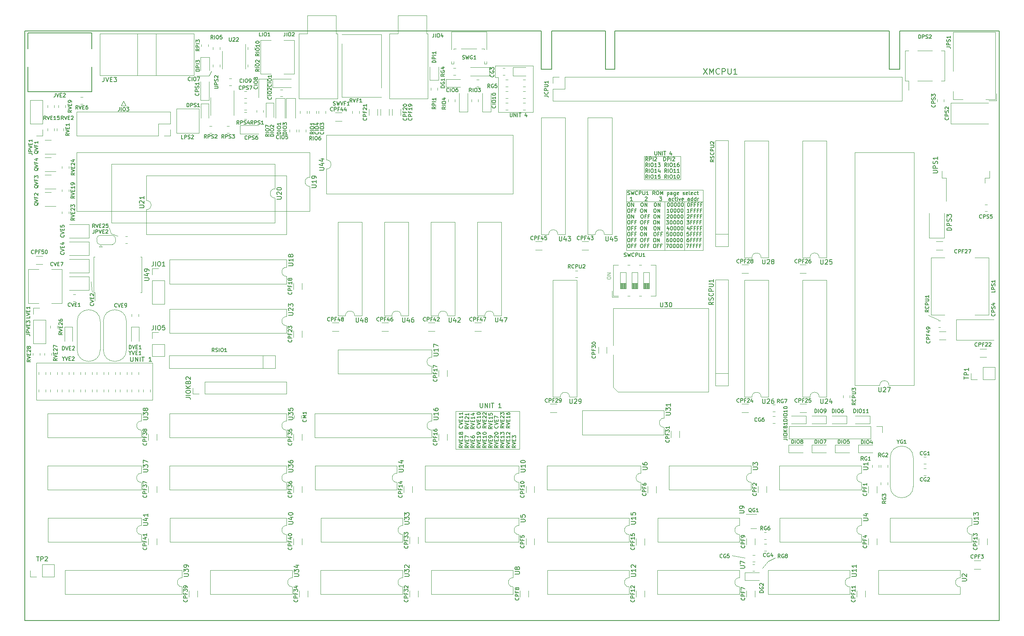
<source format=gbr>
%TF.GenerationSoftware,KiCad,Pcbnew,6.0.11-2627ca5db0~126~ubuntu22.04.1*%
%TF.CreationDate,2023-12-06T09:32:17+02:00*%
%TF.ProjectId,ZX-Spectrum-Pentagon,5a582d53-7065-4637-9472-756d2d50656e,pcb_v0.4*%
%TF.SameCoordinates,Original*%
%TF.FileFunction,Legend,Top*%
%TF.FilePolarity,Positive*%
%FSLAX46Y46*%
G04 Gerber Fmt 4.6, Leading zero omitted, Abs format (unit mm)*
G04 Created by KiCad (PCBNEW 6.0.11-2627ca5db0~126~ubuntu22.04.1) date 2023-12-06 09:32:17*
%MOMM*%
%LPD*%
G01*
G04 APERTURE LIST*
%ADD10C,0.120000*%
%TA.AperFunction,Profile*%
%ADD11C,0.200000*%
%TD*%
%ADD12C,0.150000*%
%ADD13C,0.127000*%
G04 APERTURE END LIST*
D10*
X182880000Y-136398000D02*
X181610000Y-137922000D01*
X48260000Y-101092000D02*
X22860000Y-101092000D01*
X22860000Y-101092000D02*
X22860000Y-92964000D01*
X22860000Y-92964000D02*
X48260000Y-92964000D01*
X48260000Y-92964000D02*
X48260000Y-101092000D01*
X34798000Y-75184000D02*
X35052000Y-77470000D01*
X160274000Y-57658000D02*
X160274000Y-68326000D01*
X123825000Y-30480000D02*
X123190000Y-30480000D01*
X175006000Y-135128000D02*
X177800000Y-135636000D01*
X114554000Y-103568500D02*
X128524000Y-103568500D01*
X128524000Y-103568500D02*
X128524000Y-111823500D01*
X128524000Y-111823500D02*
X114554000Y-111823500D01*
X114554000Y-111823500D02*
X114554000Y-103568500D01*
X151892000Y-57658000D02*
X168656000Y-57658000D01*
X60579000Y-30099000D02*
X61087000Y-29083000D01*
X123190000Y-27940000D02*
X131445000Y-27940000D01*
X123190000Y-30480000D02*
X123190000Y-27940000D01*
X155797250Y-52832000D02*
X163734750Y-52832000D01*
X163734750Y-52832000D02*
X163734750Y-47752000D01*
X163734750Y-47752000D02*
X155797250Y-47752000D01*
X155797250Y-47752000D02*
X155797250Y-52832000D01*
X164592000Y-68326000D02*
X164592000Y-57658000D01*
X131445000Y-27940000D02*
X131445000Y-38100000D01*
X39179500Y-64643000D02*
X40640000Y-65151000D01*
X38798500Y-63373000D02*
X39179500Y-64643000D01*
X217932000Y-82550000D02*
X220218000Y-83566000D01*
X57912000Y-30099000D02*
X60579000Y-30099000D01*
X151892000Y-55118000D02*
X168656000Y-55118000D01*
X168656000Y-55118000D02*
X168656000Y-68326000D01*
X168656000Y-68326000D02*
X151892000Y-68326000D01*
X151892000Y-68326000D02*
X151892000Y-55118000D01*
X184404000Y-135636000D02*
X182880000Y-136398000D01*
X123825000Y-38100000D02*
X123825000Y-30480000D01*
X131445000Y-38100000D02*
X123825000Y-38100000D01*
D11*
X20320000Y-149320000D02*
X20320000Y-20320000D01*
X233420000Y-149320000D02*
X20320000Y-149320000D01*
X211630000Y-20320000D02*
X233420000Y-20320000D01*
X20320000Y-20320000D02*
X133250000Y-20320000D01*
X233420000Y-20320000D02*
X233420000Y-149320000D01*
D12*
X152141880Y-56122809D02*
X152256166Y-56160904D01*
X152446642Y-56160904D01*
X152522833Y-56122809D01*
X152560928Y-56084714D01*
X152599023Y-56008523D01*
X152599023Y-55932333D01*
X152560928Y-55856142D01*
X152522833Y-55818047D01*
X152446642Y-55779952D01*
X152294261Y-55741857D01*
X152218071Y-55703761D01*
X152179976Y-55665666D01*
X152141880Y-55589476D01*
X152141880Y-55513285D01*
X152179976Y-55437095D01*
X152218071Y-55399000D01*
X152294261Y-55360904D01*
X152484738Y-55360904D01*
X152599023Y-55399000D01*
X152865690Y-55360904D02*
X153056166Y-56160904D01*
X153208547Y-55589476D01*
X153360928Y-56160904D01*
X153551404Y-55360904D01*
X154313309Y-56084714D02*
X154275214Y-56122809D01*
X154160928Y-56160904D01*
X154084738Y-56160904D01*
X153970452Y-56122809D01*
X153894261Y-56046619D01*
X153856166Y-55970428D01*
X153818071Y-55818047D01*
X153818071Y-55703761D01*
X153856166Y-55551380D01*
X153894261Y-55475190D01*
X153970452Y-55399000D01*
X154084738Y-55360904D01*
X154160928Y-55360904D01*
X154275214Y-55399000D01*
X154313309Y-55437095D01*
X154656166Y-56160904D02*
X154656166Y-55360904D01*
X154960928Y-55360904D01*
X155037119Y-55399000D01*
X155075214Y-55437095D01*
X155113309Y-55513285D01*
X155113309Y-55627571D01*
X155075214Y-55703761D01*
X155037119Y-55741857D01*
X154960928Y-55779952D01*
X154656166Y-55779952D01*
X155456166Y-55360904D02*
X155456166Y-56008523D01*
X155494261Y-56084714D01*
X155532357Y-56122809D01*
X155608547Y-56160904D01*
X155760928Y-56160904D01*
X155837119Y-56122809D01*
X155875214Y-56084714D01*
X155913309Y-56008523D01*
X155913309Y-55360904D01*
X156713309Y-56160904D02*
X156256166Y-56160904D01*
X156484738Y-56160904D02*
X156484738Y-55360904D01*
X156408547Y-55475190D01*
X156332357Y-55551380D01*
X156256166Y-55589476D01*
X158122833Y-56160904D02*
X157856166Y-55779952D01*
X157665690Y-56160904D02*
X157665690Y-55360904D01*
X157970452Y-55360904D01*
X158046642Y-55399000D01*
X158084738Y-55437095D01*
X158122833Y-55513285D01*
X158122833Y-55627571D01*
X158084738Y-55703761D01*
X158046642Y-55741857D01*
X157970452Y-55779952D01*
X157665690Y-55779952D01*
X158618071Y-55360904D02*
X158770452Y-55360904D01*
X158846642Y-55399000D01*
X158922833Y-55475190D01*
X158960928Y-55627571D01*
X158960928Y-55894238D01*
X158922833Y-56046619D01*
X158846642Y-56122809D01*
X158770452Y-56160904D01*
X158618071Y-56160904D01*
X158541880Y-56122809D01*
X158465690Y-56046619D01*
X158427595Y-55894238D01*
X158427595Y-55627571D01*
X158465690Y-55475190D01*
X158541880Y-55399000D01*
X158618071Y-55360904D01*
X159303785Y-56160904D02*
X159303785Y-55360904D01*
X159570452Y-55932333D01*
X159837119Y-55360904D01*
X159837119Y-56160904D01*
X160827595Y-55627571D02*
X160827595Y-56427571D01*
X160827595Y-55665666D02*
X160903785Y-55627571D01*
X161056166Y-55627571D01*
X161132357Y-55665666D01*
X161170452Y-55703761D01*
X161208547Y-55779952D01*
X161208547Y-56008523D01*
X161170452Y-56084714D01*
X161132357Y-56122809D01*
X161056166Y-56160904D01*
X160903785Y-56160904D01*
X160827595Y-56122809D01*
X161894261Y-56160904D02*
X161894261Y-55741857D01*
X161856166Y-55665666D01*
X161779976Y-55627571D01*
X161627595Y-55627571D01*
X161551404Y-55665666D01*
X161894261Y-56122809D02*
X161818071Y-56160904D01*
X161627595Y-56160904D01*
X161551404Y-56122809D01*
X161513309Y-56046619D01*
X161513309Y-55970428D01*
X161551404Y-55894238D01*
X161627595Y-55856142D01*
X161818071Y-55856142D01*
X161894261Y-55818047D01*
X162618071Y-55627571D02*
X162618071Y-56275190D01*
X162579976Y-56351380D01*
X162541880Y-56389476D01*
X162465690Y-56427571D01*
X162351404Y-56427571D01*
X162275214Y-56389476D01*
X162618071Y-56122809D02*
X162541880Y-56160904D01*
X162389500Y-56160904D01*
X162313309Y-56122809D01*
X162275214Y-56084714D01*
X162237119Y-56008523D01*
X162237119Y-55779952D01*
X162275214Y-55703761D01*
X162313309Y-55665666D01*
X162389500Y-55627571D01*
X162541880Y-55627571D01*
X162618071Y-55665666D01*
X163303785Y-56122809D02*
X163227595Y-56160904D01*
X163075214Y-56160904D01*
X162999023Y-56122809D01*
X162960928Y-56046619D01*
X162960928Y-55741857D01*
X162999023Y-55665666D01*
X163075214Y-55627571D01*
X163227595Y-55627571D01*
X163303785Y-55665666D01*
X163341880Y-55741857D01*
X163341880Y-55818047D01*
X162960928Y-55894238D01*
X164256166Y-56122809D02*
X164332357Y-56160904D01*
X164484738Y-56160904D01*
X164560928Y-56122809D01*
X164599023Y-56046619D01*
X164599023Y-56008523D01*
X164560928Y-55932333D01*
X164484738Y-55894238D01*
X164370452Y-55894238D01*
X164294261Y-55856142D01*
X164256166Y-55779952D01*
X164256166Y-55741857D01*
X164294261Y-55665666D01*
X164370452Y-55627571D01*
X164484738Y-55627571D01*
X164560928Y-55665666D01*
X165246642Y-56122809D02*
X165170452Y-56160904D01*
X165018071Y-56160904D01*
X164941880Y-56122809D01*
X164903785Y-56046619D01*
X164903785Y-55741857D01*
X164941880Y-55665666D01*
X165018071Y-55627571D01*
X165170452Y-55627571D01*
X165246642Y-55665666D01*
X165284738Y-55741857D01*
X165284738Y-55818047D01*
X164903785Y-55894238D01*
X165741880Y-56160904D02*
X165665690Y-56122809D01*
X165627595Y-56046619D01*
X165627595Y-55360904D01*
X166351404Y-56122809D02*
X166275214Y-56160904D01*
X166122833Y-56160904D01*
X166046642Y-56122809D01*
X166008547Y-56046619D01*
X166008547Y-55741857D01*
X166046642Y-55665666D01*
X166122833Y-55627571D01*
X166275214Y-55627571D01*
X166351404Y-55665666D01*
X166389500Y-55741857D01*
X166389500Y-55818047D01*
X166008547Y-55894238D01*
X167075214Y-56122809D02*
X166999023Y-56160904D01*
X166846642Y-56160904D01*
X166770452Y-56122809D01*
X166732357Y-56084714D01*
X166694261Y-56008523D01*
X166694261Y-55779952D01*
X166732357Y-55703761D01*
X166770452Y-55665666D01*
X166846642Y-55627571D01*
X166999023Y-55627571D01*
X167075214Y-55665666D01*
X167303785Y-55627571D02*
X167608547Y-55627571D01*
X167418071Y-55360904D02*
X167418071Y-56046619D01*
X167456166Y-56122809D01*
X167532357Y-56160904D01*
X167608547Y-56160904D01*
X153208547Y-57448904D02*
X152751404Y-57448904D01*
X152979976Y-57448904D02*
X152979976Y-56648904D01*
X152903785Y-56763190D01*
X152827595Y-56839380D01*
X152751404Y-56877476D01*
X155951404Y-56725095D02*
X155989500Y-56687000D01*
X156065690Y-56648904D01*
X156256166Y-56648904D01*
X156332357Y-56687000D01*
X156370452Y-56725095D01*
X156408547Y-56801285D01*
X156408547Y-56877476D01*
X156370452Y-56991761D01*
X155913309Y-57448904D01*
X156408547Y-57448904D01*
X159113309Y-56648904D02*
X159608547Y-56648904D01*
X159341880Y-56953666D01*
X159456166Y-56953666D01*
X159532357Y-56991761D01*
X159570452Y-57029857D01*
X159608547Y-57106047D01*
X159608547Y-57296523D01*
X159570452Y-57372714D01*
X159532357Y-57410809D01*
X159456166Y-57448904D01*
X159227595Y-57448904D01*
X159151404Y-57410809D01*
X159113309Y-57372714D01*
X161513309Y-57448904D02*
X161513309Y-57029857D01*
X161475214Y-56953666D01*
X161399023Y-56915571D01*
X161246642Y-56915571D01*
X161170452Y-56953666D01*
X161513309Y-57410809D02*
X161437119Y-57448904D01*
X161246642Y-57448904D01*
X161170452Y-57410809D01*
X161132357Y-57334619D01*
X161132357Y-57258428D01*
X161170452Y-57182238D01*
X161246642Y-57144142D01*
X161437119Y-57144142D01*
X161513309Y-57106047D01*
X162237119Y-57410809D02*
X162160928Y-57448904D01*
X162008547Y-57448904D01*
X161932357Y-57410809D01*
X161894261Y-57372714D01*
X161856166Y-57296523D01*
X161856166Y-57067952D01*
X161894261Y-56991761D01*
X161932357Y-56953666D01*
X162008547Y-56915571D01*
X162160928Y-56915571D01*
X162237119Y-56953666D01*
X162465690Y-56915571D02*
X162770452Y-56915571D01*
X162579976Y-56648904D02*
X162579976Y-57334619D01*
X162618071Y-57410809D01*
X162694261Y-57448904D01*
X162770452Y-57448904D01*
X163037119Y-57448904D02*
X163037119Y-56915571D01*
X163037119Y-56648904D02*
X162999023Y-56687000D01*
X163037119Y-56725095D01*
X163075214Y-56687000D01*
X163037119Y-56648904D01*
X163037119Y-56725095D01*
X163341880Y-56915571D02*
X163532357Y-57448904D01*
X163722833Y-56915571D01*
X164332357Y-57410809D02*
X164256166Y-57448904D01*
X164103785Y-57448904D01*
X164027595Y-57410809D01*
X163989500Y-57334619D01*
X163989500Y-57029857D01*
X164027595Y-56953666D01*
X164103785Y-56915571D01*
X164256166Y-56915571D01*
X164332357Y-56953666D01*
X164370452Y-57029857D01*
X164370452Y-57106047D01*
X163989500Y-57182238D01*
X165665690Y-57448904D02*
X165665690Y-57029857D01*
X165627595Y-56953666D01*
X165551404Y-56915571D01*
X165399023Y-56915571D01*
X165322833Y-56953666D01*
X165665690Y-57410809D02*
X165589500Y-57448904D01*
X165399023Y-57448904D01*
X165322833Y-57410809D01*
X165284738Y-57334619D01*
X165284738Y-57258428D01*
X165322833Y-57182238D01*
X165399023Y-57144142D01*
X165589500Y-57144142D01*
X165665690Y-57106047D01*
X166389500Y-57448904D02*
X166389500Y-56648904D01*
X166389500Y-57410809D02*
X166313309Y-57448904D01*
X166160928Y-57448904D01*
X166084738Y-57410809D01*
X166046642Y-57372714D01*
X166008547Y-57296523D01*
X166008547Y-57067952D01*
X166046642Y-56991761D01*
X166084738Y-56953666D01*
X166160928Y-56915571D01*
X166313309Y-56915571D01*
X166389500Y-56953666D01*
X167113309Y-57448904D02*
X167113309Y-56648904D01*
X167113309Y-57410809D02*
X167037119Y-57448904D01*
X166884738Y-57448904D01*
X166808547Y-57410809D01*
X166770452Y-57372714D01*
X166732357Y-57296523D01*
X166732357Y-57067952D01*
X166770452Y-56991761D01*
X166808547Y-56953666D01*
X166884738Y-56915571D01*
X167037119Y-56915571D01*
X167113309Y-56953666D01*
X167494261Y-57448904D02*
X167494261Y-56915571D01*
X167494261Y-57067952D02*
X167532357Y-56991761D01*
X167570452Y-56953666D01*
X167646642Y-56915571D01*
X167722833Y-56915571D01*
X152332357Y-57936904D02*
X152484738Y-57936904D01*
X152560928Y-57975000D01*
X152637119Y-58051190D01*
X152675214Y-58203571D01*
X152675214Y-58470238D01*
X152637119Y-58622619D01*
X152560928Y-58698809D01*
X152484738Y-58736904D01*
X152332357Y-58736904D01*
X152256166Y-58698809D01*
X152179976Y-58622619D01*
X152141880Y-58470238D01*
X152141880Y-58203571D01*
X152179976Y-58051190D01*
X152256166Y-57975000D01*
X152332357Y-57936904D01*
X153018071Y-58736904D02*
X153018071Y-57936904D01*
X153475214Y-58736904D01*
X153475214Y-57936904D01*
X155227595Y-57936904D02*
X155379976Y-57936904D01*
X155456166Y-57975000D01*
X155532357Y-58051190D01*
X155570452Y-58203571D01*
X155570452Y-58470238D01*
X155532357Y-58622619D01*
X155456166Y-58698809D01*
X155379976Y-58736904D01*
X155227595Y-58736904D01*
X155151404Y-58698809D01*
X155075214Y-58622619D01*
X155037119Y-58470238D01*
X155037119Y-58203571D01*
X155075214Y-58051190D01*
X155151404Y-57975000D01*
X155227595Y-57936904D01*
X155913309Y-58736904D02*
X155913309Y-57936904D01*
X156370452Y-58736904D01*
X156370452Y-57936904D01*
X158122833Y-57936904D02*
X158275214Y-57936904D01*
X158351404Y-57975000D01*
X158427595Y-58051190D01*
X158465690Y-58203571D01*
X158465690Y-58470238D01*
X158427595Y-58622619D01*
X158351404Y-58698809D01*
X158275214Y-58736904D01*
X158122833Y-58736904D01*
X158046642Y-58698809D01*
X157970452Y-58622619D01*
X157932357Y-58470238D01*
X157932357Y-58203571D01*
X157970452Y-58051190D01*
X158046642Y-57975000D01*
X158122833Y-57936904D01*
X158808547Y-58736904D02*
X158808547Y-57936904D01*
X159265690Y-58736904D01*
X159265690Y-57936904D01*
X161018071Y-57936904D02*
X161094261Y-57936904D01*
X161170452Y-57975000D01*
X161208547Y-58013095D01*
X161246642Y-58089285D01*
X161284738Y-58241666D01*
X161284738Y-58432142D01*
X161246642Y-58584523D01*
X161208547Y-58660714D01*
X161170452Y-58698809D01*
X161094261Y-58736904D01*
X161018071Y-58736904D01*
X160941880Y-58698809D01*
X160903785Y-58660714D01*
X160865690Y-58584523D01*
X160827595Y-58432142D01*
X160827595Y-58241666D01*
X160865690Y-58089285D01*
X160903785Y-58013095D01*
X160941880Y-57975000D01*
X161018071Y-57936904D01*
X161779976Y-57936904D02*
X161856166Y-57936904D01*
X161932357Y-57975000D01*
X161970452Y-58013095D01*
X162008547Y-58089285D01*
X162046642Y-58241666D01*
X162046642Y-58432142D01*
X162008547Y-58584523D01*
X161970452Y-58660714D01*
X161932357Y-58698809D01*
X161856166Y-58736904D01*
X161779976Y-58736904D01*
X161703785Y-58698809D01*
X161665690Y-58660714D01*
X161627595Y-58584523D01*
X161589500Y-58432142D01*
X161589500Y-58241666D01*
X161627595Y-58089285D01*
X161665690Y-58013095D01*
X161703785Y-57975000D01*
X161779976Y-57936904D01*
X162541880Y-57936904D02*
X162618071Y-57936904D01*
X162694261Y-57975000D01*
X162732357Y-58013095D01*
X162770452Y-58089285D01*
X162808547Y-58241666D01*
X162808547Y-58432142D01*
X162770452Y-58584523D01*
X162732357Y-58660714D01*
X162694261Y-58698809D01*
X162618071Y-58736904D01*
X162541880Y-58736904D01*
X162465690Y-58698809D01*
X162427595Y-58660714D01*
X162389500Y-58584523D01*
X162351404Y-58432142D01*
X162351404Y-58241666D01*
X162389500Y-58089285D01*
X162427595Y-58013095D01*
X162465690Y-57975000D01*
X162541880Y-57936904D01*
X163303785Y-57936904D02*
X163379976Y-57936904D01*
X163456166Y-57975000D01*
X163494261Y-58013095D01*
X163532357Y-58089285D01*
X163570452Y-58241666D01*
X163570452Y-58432142D01*
X163532357Y-58584523D01*
X163494261Y-58660714D01*
X163456166Y-58698809D01*
X163379976Y-58736904D01*
X163303785Y-58736904D01*
X163227595Y-58698809D01*
X163189500Y-58660714D01*
X163151404Y-58584523D01*
X163113309Y-58432142D01*
X163113309Y-58241666D01*
X163151404Y-58089285D01*
X163189500Y-58013095D01*
X163227595Y-57975000D01*
X163303785Y-57936904D01*
X164065690Y-57936904D02*
X164141880Y-57936904D01*
X164218071Y-57975000D01*
X164256166Y-58013095D01*
X164294261Y-58089285D01*
X164332357Y-58241666D01*
X164332357Y-58432142D01*
X164294261Y-58584523D01*
X164256166Y-58660714D01*
X164218071Y-58698809D01*
X164141880Y-58736904D01*
X164065690Y-58736904D01*
X163989500Y-58698809D01*
X163951404Y-58660714D01*
X163913309Y-58584523D01*
X163875214Y-58432142D01*
X163875214Y-58241666D01*
X163913309Y-58089285D01*
X163951404Y-58013095D01*
X163989500Y-57975000D01*
X164065690Y-57936904D01*
X165437119Y-57936904D02*
X165513309Y-57936904D01*
X165589500Y-57975000D01*
X165627595Y-58013095D01*
X165665690Y-58089285D01*
X165703785Y-58241666D01*
X165703785Y-58432142D01*
X165665690Y-58584523D01*
X165627595Y-58660714D01*
X165589500Y-58698809D01*
X165513309Y-58736904D01*
X165437119Y-58736904D01*
X165360928Y-58698809D01*
X165322833Y-58660714D01*
X165284738Y-58584523D01*
X165246642Y-58432142D01*
X165246642Y-58241666D01*
X165284738Y-58089285D01*
X165322833Y-58013095D01*
X165360928Y-57975000D01*
X165437119Y-57936904D01*
X166313309Y-58317857D02*
X166046642Y-58317857D01*
X166046642Y-58736904D02*
X166046642Y-57936904D01*
X166427595Y-57936904D01*
X166999023Y-58317857D02*
X166732357Y-58317857D01*
X166732357Y-58736904D02*
X166732357Y-57936904D01*
X167113309Y-57936904D01*
X167684738Y-58317857D02*
X167418071Y-58317857D01*
X167418071Y-58736904D02*
X167418071Y-57936904D01*
X167799023Y-57936904D01*
X168370452Y-58317857D02*
X168103785Y-58317857D01*
X168103785Y-58736904D02*
X168103785Y-57936904D01*
X168484738Y-57936904D01*
X152332357Y-59224904D02*
X152484738Y-59224904D01*
X152560928Y-59263000D01*
X152637119Y-59339190D01*
X152675214Y-59491571D01*
X152675214Y-59758238D01*
X152637119Y-59910619D01*
X152560928Y-59986809D01*
X152484738Y-60024904D01*
X152332357Y-60024904D01*
X152256166Y-59986809D01*
X152179976Y-59910619D01*
X152141880Y-59758238D01*
X152141880Y-59491571D01*
X152179976Y-59339190D01*
X152256166Y-59263000D01*
X152332357Y-59224904D01*
X153284738Y-59605857D02*
X153018071Y-59605857D01*
X153018071Y-60024904D02*
X153018071Y-59224904D01*
X153399023Y-59224904D01*
X153970452Y-59605857D02*
X153703785Y-59605857D01*
X153703785Y-60024904D02*
X153703785Y-59224904D01*
X154084738Y-59224904D01*
X155151404Y-59224904D02*
X155303785Y-59224904D01*
X155379976Y-59263000D01*
X155456166Y-59339190D01*
X155494261Y-59491571D01*
X155494261Y-59758238D01*
X155456166Y-59910619D01*
X155379976Y-59986809D01*
X155303785Y-60024904D01*
X155151404Y-60024904D01*
X155075214Y-59986809D01*
X154999023Y-59910619D01*
X154960928Y-59758238D01*
X154960928Y-59491571D01*
X154999023Y-59339190D01*
X155075214Y-59263000D01*
X155151404Y-59224904D01*
X155837119Y-60024904D02*
X155837119Y-59224904D01*
X156294261Y-60024904D01*
X156294261Y-59224904D01*
X158046642Y-59224904D02*
X158199023Y-59224904D01*
X158275214Y-59263000D01*
X158351404Y-59339190D01*
X158389500Y-59491571D01*
X158389500Y-59758238D01*
X158351404Y-59910619D01*
X158275214Y-59986809D01*
X158199023Y-60024904D01*
X158046642Y-60024904D01*
X157970452Y-59986809D01*
X157894261Y-59910619D01*
X157856166Y-59758238D01*
X157856166Y-59491571D01*
X157894261Y-59339190D01*
X157970452Y-59263000D01*
X158046642Y-59224904D01*
X158732357Y-60024904D02*
X158732357Y-59224904D01*
X159189500Y-60024904D01*
X159189500Y-59224904D01*
X161208547Y-60024904D02*
X160751404Y-60024904D01*
X160979976Y-60024904D02*
X160979976Y-59224904D01*
X160903785Y-59339190D01*
X160827595Y-59415380D01*
X160751404Y-59453476D01*
X161703785Y-59224904D02*
X161779976Y-59224904D01*
X161856166Y-59263000D01*
X161894261Y-59301095D01*
X161932357Y-59377285D01*
X161970452Y-59529666D01*
X161970452Y-59720142D01*
X161932357Y-59872523D01*
X161894261Y-59948714D01*
X161856166Y-59986809D01*
X161779976Y-60024904D01*
X161703785Y-60024904D01*
X161627595Y-59986809D01*
X161589500Y-59948714D01*
X161551404Y-59872523D01*
X161513309Y-59720142D01*
X161513309Y-59529666D01*
X161551404Y-59377285D01*
X161589500Y-59301095D01*
X161627595Y-59263000D01*
X161703785Y-59224904D01*
X162465690Y-59224904D02*
X162541880Y-59224904D01*
X162618071Y-59263000D01*
X162656166Y-59301095D01*
X162694261Y-59377285D01*
X162732357Y-59529666D01*
X162732357Y-59720142D01*
X162694261Y-59872523D01*
X162656166Y-59948714D01*
X162618071Y-59986809D01*
X162541880Y-60024904D01*
X162465690Y-60024904D01*
X162389500Y-59986809D01*
X162351404Y-59948714D01*
X162313309Y-59872523D01*
X162275214Y-59720142D01*
X162275214Y-59529666D01*
X162313309Y-59377285D01*
X162351404Y-59301095D01*
X162389500Y-59263000D01*
X162465690Y-59224904D01*
X163227595Y-59224904D02*
X163303785Y-59224904D01*
X163379976Y-59263000D01*
X163418071Y-59301095D01*
X163456166Y-59377285D01*
X163494261Y-59529666D01*
X163494261Y-59720142D01*
X163456166Y-59872523D01*
X163418071Y-59948714D01*
X163379976Y-59986809D01*
X163303785Y-60024904D01*
X163227595Y-60024904D01*
X163151404Y-59986809D01*
X163113309Y-59948714D01*
X163075214Y-59872523D01*
X163037119Y-59720142D01*
X163037119Y-59529666D01*
X163075214Y-59377285D01*
X163113309Y-59301095D01*
X163151404Y-59263000D01*
X163227595Y-59224904D01*
X163989500Y-59224904D02*
X164065690Y-59224904D01*
X164141880Y-59263000D01*
X164179976Y-59301095D01*
X164218071Y-59377285D01*
X164256166Y-59529666D01*
X164256166Y-59720142D01*
X164218071Y-59872523D01*
X164179976Y-59948714D01*
X164141880Y-59986809D01*
X164065690Y-60024904D01*
X163989500Y-60024904D01*
X163913309Y-59986809D01*
X163875214Y-59948714D01*
X163837119Y-59872523D01*
X163799023Y-59720142D01*
X163799023Y-59529666D01*
X163837119Y-59377285D01*
X163875214Y-59301095D01*
X163913309Y-59263000D01*
X163989500Y-59224904D01*
X165627595Y-60024904D02*
X165170452Y-60024904D01*
X165399023Y-60024904D02*
X165399023Y-59224904D01*
X165322833Y-59339190D01*
X165246642Y-59415380D01*
X165170452Y-59453476D01*
X166237119Y-59605857D02*
X165970452Y-59605857D01*
X165970452Y-60024904D02*
X165970452Y-59224904D01*
X166351404Y-59224904D01*
X166922833Y-59605857D02*
X166656166Y-59605857D01*
X166656166Y-60024904D02*
X166656166Y-59224904D01*
X167037119Y-59224904D01*
X167608547Y-59605857D02*
X167341880Y-59605857D01*
X167341880Y-60024904D02*
X167341880Y-59224904D01*
X167722833Y-59224904D01*
X168294261Y-59605857D02*
X168027595Y-59605857D01*
X168027595Y-60024904D02*
X168027595Y-59224904D01*
X168408547Y-59224904D01*
X152332357Y-60512904D02*
X152484738Y-60512904D01*
X152560928Y-60551000D01*
X152637119Y-60627190D01*
X152675214Y-60779571D01*
X152675214Y-61046238D01*
X152637119Y-61198619D01*
X152560928Y-61274809D01*
X152484738Y-61312904D01*
X152332357Y-61312904D01*
X152256166Y-61274809D01*
X152179976Y-61198619D01*
X152141880Y-61046238D01*
X152141880Y-60779571D01*
X152179976Y-60627190D01*
X152256166Y-60551000D01*
X152332357Y-60512904D01*
X153018071Y-61312904D02*
X153018071Y-60512904D01*
X153475214Y-61312904D01*
X153475214Y-60512904D01*
X155227595Y-60512904D02*
X155379976Y-60512904D01*
X155456166Y-60551000D01*
X155532357Y-60627190D01*
X155570452Y-60779571D01*
X155570452Y-61046238D01*
X155532357Y-61198619D01*
X155456166Y-61274809D01*
X155379976Y-61312904D01*
X155227595Y-61312904D01*
X155151404Y-61274809D01*
X155075214Y-61198619D01*
X155037119Y-61046238D01*
X155037119Y-60779571D01*
X155075214Y-60627190D01*
X155151404Y-60551000D01*
X155227595Y-60512904D01*
X156179976Y-60893857D02*
X155913309Y-60893857D01*
X155913309Y-61312904D02*
X155913309Y-60512904D01*
X156294261Y-60512904D01*
X156865690Y-60893857D02*
X156599023Y-60893857D01*
X156599023Y-61312904D02*
X156599023Y-60512904D01*
X156979976Y-60512904D01*
X158046642Y-60512904D02*
X158199023Y-60512904D01*
X158275214Y-60551000D01*
X158351404Y-60627190D01*
X158389500Y-60779571D01*
X158389500Y-61046238D01*
X158351404Y-61198619D01*
X158275214Y-61274809D01*
X158199023Y-61312904D01*
X158046642Y-61312904D01*
X157970452Y-61274809D01*
X157894261Y-61198619D01*
X157856166Y-61046238D01*
X157856166Y-60779571D01*
X157894261Y-60627190D01*
X157970452Y-60551000D01*
X158046642Y-60512904D01*
X158732357Y-61312904D02*
X158732357Y-60512904D01*
X159189500Y-61312904D01*
X159189500Y-60512904D01*
X160751404Y-60589095D02*
X160789500Y-60551000D01*
X160865690Y-60512904D01*
X161056166Y-60512904D01*
X161132357Y-60551000D01*
X161170452Y-60589095D01*
X161208547Y-60665285D01*
X161208547Y-60741476D01*
X161170452Y-60855761D01*
X160713309Y-61312904D01*
X161208547Y-61312904D01*
X161703785Y-60512904D02*
X161779976Y-60512904D01*
X161856166Y-60551000D01*
X161894261Y-60589095D01*
X161932357Y-60665285D01*
X161970452Y-60817666D01*
X161970452Y-61008142D01*
X161932357Y-61160523D01*
X161894261Y-61236714D01*
X161856166Y-61274809D01*
X161779976Y-61312904D01*
X161703785Y-61312904D01*
X161627595Y-61274809D01*
X161589500Y-61236714D01*
X161551404Y-61160523D01*
X161513309Y-61008142D01*
X161513309Y-60817666D01*
X161551404Y-60665285D01*
X161589500Y-60589095D01*
X161627595Y-60551000D01*
X161703785Y-60512904D01*
X162465690Y-60512904D02*
X162541880Y-60512904D01*
X162618071Y-60551000D01*
X162656166Y-60589095D01*
X162694261Y-60665285D01*
X162732357Y-60817666D01*
X162732357Y-61008142D01*
X162694261Y-61160523D01*
X162656166Y-61236714D01*
X162618071Y-61274809D01*
X162541880Y-61312904D01*
X162465690Y-61312904D01*
X162389500Y-61274809D01*
X162351404Y-61236714D01*
X162313309Y-61160523D01*
X162275214Y-61008142D01*
X162275214Y-60817666D01*
X162313309Y-60665285D01*
X162351404Y-60589095D01*
X162389500Y-60551000D01*
X162465690Y-60512904D01*
X163227595Y-60512904D02*
X163303785Y-60512904D01*
X163379976Y-60551000D01*
X163418071Y-60589095D01*
X163456166Y-60665285D01*
X163494261Y-60817666D01*
X163494261Y-61008142D01*
X163456166Y-61160523D01*
X163418071Y-61236714D01*
X163379976Y-61274809D01*
X163303785Y-61312904D01*
X163227595Y-61312904D01*
X163151404Y-61274809D01*
X163113309Y-61236714D01*
X163075214Y-61160523D01*
X163037119Y-61008142D01*
X163037119Y-60817666D01*
X163075214Y-60665285D01*
X163113309Y-60589095D01*
X163151404Y-60551000D01*
X163227595Y-60512904D01*
X163989500Y-60512904D02*
X164065690Y-60512904D01*
X164141880Y-60551000D01*
X164179976Y-60589095D01*
X164218071Y-60665285D01*
X164256166Y-60817666D01*
X164256166Y-61008142D01*
X164218071Y-61160523D01*
X164179976Y-61236714D01*
X164141880Y-61274809D01*
X164065690Y-61312904D01*
X163989500Y-61312904D01*
X163913309Y-61274809D01*
X163875214Y-61236714D01*
X163837119Y-61160523D01*
X163799023Y-61008142D01*
X163799023Y-60817666D01*
X163837119Y-60665285D01*
X163875214Y-60589095D01*
X163913309Y-60551000D01*
X163989500Y-60512904D01*
X165170452Y-60589095D02*
X165208547Y-60551000D01*
X165284738Y-60512904D01*
X165475214Y-60512904D01*
X165551404Y-60551000D01*
X165589500Y-60589095D01*
X165627595Y-60665285D01*
X165627595Y-60741476D01*
X165589500Y-60855761D01*
X165132357Y-61312904D01*
X165627595Y-61312904D01*
X166237119Y-60893857D02*
X165970452Y-60893857D01*
X165970452Y-61312904D02*
X165970452Y-60512904D01*
X166351404Y-60512904D01*
X166922833Y-60893857D02*
X166656166Y-60893857D01*
X166656166Y-61312904D02*
X166656166Y-60512904D01*
X167037119Y-60512904D01*
X167608547Y-60893857D02*
X167341880Y-60893857D01*
X167341880Y-61312904D02*
X167341880Y-60512904D01*
X167722833Y-60512904D01*
X168294261Y-60893857D02*
X168027595Y-60893857D01*
X168027595Y-61312904D02*
X168027595Y-60512904D01*
X168408547Y-60512904D01*
X152332357Y-61800904D02*
X152484738Y-61800904D01*
X152560928Y-61839000D01*
X152637119Y-61915190D01*
X152675214Y-62067571D01*
X152675214Y-62334238D01*
X152637119Y-62486619D01*
X152560928Y-62562809D01*
X152484738Y-62600904D01*
X152332357Y-62600904D01*
X152256166Y-62562809D01*
X152179976Y-62486619D01*
X152141880Y-62334238D01*
X152141880Y-62067571D01*
X152179976Y-61915190D01*
X152256166Y-61839000D01*
X152332357Y-61800904D01*
X153284738Y-62181857D02*
X153018071Y-62181857D01*
X153018071Y-62600904D02*
X153018071Y-61800904D01*
X153399023Y-61800904D01*
X153970452Y-62181857D02*
X153703785Y-62181857D01*
X153703785Y-62600904D02*
X153703785Y-61800904D01*
X154084738Y-61800904D01*
X155151404Y-61800904D02*
X155303785Y-61800904D01*
X155379976Y-61839000D01*
X155456166Y-61915190D01*
X155494261Y-62067571D01*
X155494261Y-62334238D01*
X155456166Y-62486619D01*
X155379976Y-62562809D01*
X155303785Y-62600904D01*
X155151404Y-62600904D01*
X155075214Y-62562809D01*
X154999023Y-62486619D01*
X154960928Y-62334238D01*
X154960928Y-62067571D01*
X154999023Y-61915190D01*
X155075214Y-61839000D01*
X155151404Y-61800904D01*
X156103785Y-62181857D02*
X155837119Y-62181857D01*
X155837119Y-62600904D02*
X155837119Y-61800904D01*
X156218071Y-61800904D01*
X156789500Y-62181857D02*
X156522833Y-62181857D01*
X156522833Y-62600904D02*
X156522833Y-61800904D01*
X156903785Y-61800904D01*
X157970452Y-61800904D02*
X158122833Y-61800904D01*
X158199023Y-61839000D01*
X158275214Y-61915190D01*
X158313309Y-62067571D01*
X158313309Y-62334238D01*
X158275214Y-62486619D01*
X158199023Y-62562809D01*
X158122833Y-62600904D01*
X157970452Y-62600904D01*
X157894261Y-62562809D01*
X157818071Y-62486619D01*
X157779976Y-62334238D01*
X157779976Y-62067571D01*
X157818071Y-61915190D01*
X157894261Y-61839000D01*
X157970452Y-61800904D01*
X158656166Y-62600904D02*
X158656166Y-61800904D01*
X159113309Y-62600904D01*
X159113309Y-61800904D01*
X160637119Y-61800904D02*
X161132357Y-61800904D01*
X160865690Y-62105666D01*
X160979976Y-62105666D01*
X161056166Y-62143761D01*
X161094261Y-62181857D01*
X161132357Y-62258047D01*
X161132357Y-62448523D01*
X161094261Y-62524714D01*
X161056166Y-62562809D01*
X160979976Y-62600904D01*
X160751404Y-62600904D01*
X160675214Y-62562809D01*
X160637119Y-62524714D01*
X161627595Y-61800904D02*
X161703785Y-61800904D01*
X161779976Y-61839000D01*
X161818071Y-61877095D01*
X161856166Y-61953285D01*
X161894261Y-62105666D01*
X161894261Y-62296142D01*
X161856166Y-62448523D01*
X161818071Y-62524714D01*
X161779976Y-62562809D01*
X161703785Y-62600904D01*
X161627595Y-62600904D01*
X161551404Y-62562809D01*
X161513309Y-62524714D01*
X161475214Y-62448523D01*
X161437119Y-62296142D01*
X161437119Y-62105666D01*
X161475214Y-61953285D01*
X161513309Y-61877095D01*
X161551404Y-61839000D01*
X161627595Y-61800904D01*
X162389500Y-61800904D02*
X162465690Y-61800904D01*
X162541880Y-61839000D01*
X162579976Y-61877095D01*
X162618071Y-61953285D01*
X162656166Y-62105666D01*
X162656166Y-62296142D01*
X162618071Y-62448523D01*
X162579976Y-62524714D01*
X162541880Y-62562809D01*
X162465690Y-62600904D01*
X162389500Y-62600904D01*
X162313309Y-62562809D01*
X162275214Y-62524714D01*
X162237119Y-62448523D01*
X162199023Y-62296142D01*
X162199023Y-62105666D01*
X162237119Y-61953285D01*
X162275214Y-61877095D01*
X162313309Y-61839000D01*
X162389500Y-61800904D01*
X163151404Y-61800904D02*
X163227595Y-61800904D01*
X163303785Y-61839000D01*
X163341880Y-61877095D01*
X163379976Y-61953285D01*
X163418071Y-62105666D01*
X163418071Y-62296142D01*
X163379976Y-62448523D01*
X163341880Y-62524714D01*
X163303785Y-62562809D01*
X163227595Y-62600904D01*
X163151404Y-62600904D01*
X163075214Y-62562809D01*
X163037119Y-62524714D01*
X162999023Y-62448523D01*
X162960928Y-62296142D01*
X162960928Y-62105666D01*
X162999023Y-61953285D01*
X163037119Y-61877095D01*
X163075214Y-61839000D01*
X163151404Y-61800904D01*
X163913309Y-61800904D02*
X163989500Y-61800904D01*
X164065690Y-61839000D01*
X164103785Y-61877095D01*
X164141880Y-61953285D01*
X164179976Y-62105666D01*
X164179976Y-62296142D01*
X164141880Y-62448523D01*
X164103785Y-62524714D01*
X164065690Y-62562809D01*
X163989500Y-62600904D01*
X163913309Y-62600904D01*
X163837119Y-62562809D01*
X163799023Y-62524714D01*
X163760928Y-62448523D01*
X163722833Y-62296142D01*
X163722833Y-62105666D01*
X163760928Y-61953285D01*
X163799023Y-61877095D01*
X163837119Y-61839000D01*
X163913309Y-61800904D01*
X165056166Y-61800904D02*
X165551404Y-61800904D01*
X165284738Y-62105666D01*
X165399023Y-62105666D01*
X165475214Y-62143761D01*
X165513309Y-62181857D01*
X165551404Y-62258047D01*
X165551404Y-62448523D01*
X165513309Y-62524714D01*
X165475214Y-62562809D01*
X165399023Y-62600904D01*
X165170452Y-62600904D01*
X165094261Y-62562809D01*
X165056166Y-62524714D01*
X166160928Y-62181857D02*
X165894261Y-62181857D01*
X165894261Y-62600904D02*
X165894261Y-61800904D01*
X166275214Y-61800904D01*
X166846642Y-62181857D02*
X166579976Y-62181857D01*
X166579976Y-62600904D02*
X166579976Y-61800904D01*
X166960928Y-61800904D01*
X167532357Y-62181857D02*
X167265690Y-62181857D01*
X167265690Y-62600904D02*
X167265690Y-61800904D01*
X167646642Y-61800904D01*
X168218071Y-62181857D02*
X167951404Y-62181857D01*
X167951404Y-62600904D02*
X167951404Y-61800904D01*
X168332357Y-61800904D01*
X152332357Y-63088904D02*
X152484738Y-63088904D01*
X152560928Y-63127000D01*
X152637119Y-63203190D01*
X152675214Y-63355571D01*
X152675214Y-63622238D01*
X152637119Y-63774619D01*
X152560928Y-63850809D01*
X152484738Y-63888904D01*
X152332357Y-63888904D01*
X152256166Y-63850809D01*
X152179976Y-63774619D01*
X152141880Y-63622238D01*
X152141880Y-63355571D01*
X152179976Y-63203190D01*
X152256166Y-63127000D01*
X152332357Y-63088904D01*
X153284738Y-63469857D02*
X153018071Y-63469857D01*
X153018071Y-63888904D02*
X153018071Y-63088904D01*
X153399023Y-63088904D01*
X153970452Y-63469857D02*
X153703785Y-63469857D01*
X153703785Y-63888904D02*
X153703785Y-63088904D01*
X154084738Y-63088904D01*
X155151404Y-63088904D02*
X155303785Y-63088904D01*
X155379976Y-63127000D01*
X155456166Y-63203190D01*
X155494261Y-63355571D01*
X155494261Y-63622238D01*
X155456166Y-63774619D01*
X155379976Y-63850809D01*
X155303785Y-63888904D01*
X155151404Y-63888904D01*
X155075214Y-63850809D01*
X154999023Y-63774619D01*
X154960928Y-63622238D01*
X154960928Y-63355571D01*
X154999023Y-63203190D01*
X155075214Y-63127000D01*
X155151404Y-63088904D01*
X155837119Y-63888904D02*
X155837119Y-63088904D01*
X156294261Y-63888904D01*
X156294261Y-63088904D01*
X158046642Y-63088904D02*
X158199023Y-63088904D01*
X158275214Y-63127000D01*
X158351404Y-63203190D01*
X158389500Y-63355571D01*
X158389500Y-63622238D01*
X158351404Y-63774619D01*
X158275214Y-63850809D01*
X158199023Y-63888904D01*
X158046642Y-63888904D01*
X157970452Y-63850809D01*
X157894261Y-63774619D01*
X157856166Y-63622238D01*
X157856166Y-63355571D01*
X157894261Y-63203190D01*
X157970452Y-63127000D01*
X158046642Y-63088904D01*
X158732357Y-63888904D02*
X158732357Y-63088904D01*
X159189500Y-63888904D01*
X159189500Y-63088904D01*
X161132357Y-63355571D02*
X161132357Y-63888904D01*
X160941880Y-63050809D02*
X160751404Y-63622238D01*
X161246642Y-63622238D01*
X161703785Y-63088904D02*
X161779976Y-63088904D01*
X161856166Y-63127000D01*
X161894261Y-63165095D01*
X161932357Y-63241285D01*
X161970452Y-63393666D01*
X161970452Y-63584142D01*
X161932357Y-63736523D01*
X161894261Y-63812714D01*
X161856166Y-63850809D01*
X161779976Y-63888904D01*
X161703785Y-63888904D01*
X161627595Y-63850809D01*
X161589500Y-63812714D01*
X161551404Y-63736523D01*
X161513309Y-63584142D01*
X161513309Y-63393666D01*
X161551404Y-63241285D01*
X161589500Y-63165095D01*
X161627595Y-63127000D01*
X161703785Y-63088904D01*
X162465690Y-63088904D02*
X162541880Y-63088904D01*
X162618071Y-63127000D01*
X162656166Y-63165095D01*
X162694261Y-63241285D01*
X162732357Y-63393666D01*
X162732357Y-63584142D01*
X162694261Y-63736523D01*
X162656166Y-63812714D01*
X162618071Y-63850809D01*
X162541880Y-63888904D01*
X162465690Y-63888904D01*
X162389500Y-63850809D01*
X162351404Y-63812714D01*
X162313309Y-63736523D01*
X162275214Y-63584142D01*
X162275214Y-63393666D01*
X162313309Y-63241285D01*
X162351404Y-63165095D01*
X162389500Y-63127000D01*
X162465690Y-63088904D01*
X163227595Y-63088904D02*
X163303785Y-63088904D01*
X163379976Y-63127000D01*
X163418071Y-63165095D01*
X163456166Y-63241285D01*
X163494261Y-63393666D01*
X163494261Y-63584142D01*
X163456166Y-63736523D01*
X163418071Y-63812714D01*
X163379976Y-63850809D01*
X163303785Y-63888904D01*
X163227595Y-63888904D01*
X163151404Y-63850809D01*
X163113309Y-63812714D01*
X163075214Y-63736523D01*
X163037119Y-63584142D01*
X163037119Y-63393666D01*
X163075214Y-63241285D01*
X163113309Y-63165095D01*
X163151404Y-63127000D01*
X163227595Y-63088904D01*
X163989500Y-63088904D02*
X164065690Y-63088904D01*
X164141880Y-63127000D01*
X164179976Y-63165095D01*
X164218071Y-63241285D01*
X164256166Y-63393666D01*
X164256166Y-63584142D01*
X164218071Y-63736523D01*
X164179976Y-63812714D01*
X164141880Y-63850809D01*
X164065690Y-63888904D01*
X163989500Y-63888904D01*
X163913309Y-63850809D01*
X163875214Y-63812714D01*
X163837119Y-63736523D01*
X163799023Y-63584142D01*
X163799023Y-63393666D01*
X163837119Y-63241285D01*
X163875214Y-63165095D01*
X163913309Y-63127000D01*
X163989500Y-63088904D01*
X165551404Y-63355571D02*
X165551404Y-63888904D01*
X165360928Y-63050809D02*
X165170452Y-63622238D01*
X165665690Y-63622238D01*
X166237119Y-63469857D02*
X165970452Y-63469857D01*
X165970452Y-63888904D02*
X165970452Y-63088904D01*
X166351404Y-63088904D01*
X166922833Y-63469857D02*
X166656166Y-63469857D01*
X166656166Y-63888904D02*
X166656166Y-63088904D01*
X167037119Y-63088904D01*
X167608547Y-63469857D02*
X167341880Y-63469857D01*
X167341880Y-63888904D02*
X167341880Y-63088904D01*
X167722833Y-63088904D01*
X168294261Y-63469857D02*
X168027595Y-63469857D01*
X168027595Y-63888904D02*
X168027595Y-63088904D01*
X168408547Y-63088904D01*
X152332357Y-64376904D02*
X152484738Y-64376904D01*
X152560928Y-64415000D01*
X152637119Y-64491190D01*
X152675214Y-64643571D01*
X152675214Y-64910238D01*
X152637119Y-65062619D01*
X152560928Y-65138809D01*
X152484738Y-65176904D01*
X152332357Y-65176904D01*
X152256166Y-65138809D01*
X152179976Y-65062619D01*
X152141880Y-64910238D01*
X152141880Y-64643571D01*
X152179976Y-64491190D01*
X152256166Y-64415000D01*
X152332357Y-64376904D01*
X153284738Y-64757857D02*
X153018071Y-64757857D01*
X153018071Y-65176904D02*
X153018071Y-64376904D01*
X153399023Y-64376904D01*
X153970452Y-64757857D02*
X153703785Y-64757857D01*
X153703785Y-65176904D02*
X153703785Y-64376904D01*
X154084738Y-64376904D01*
X155151404Y-64376904D02*
X155303785Y-64376904D01*
X155379976Y-64415000D01*
X155456166Y-64491190D01*
X155494261Y-64643571D01*
X155494261Y-64910238D01*
X155456166Y-65062619D01*
X155379976Y-65138809D01*
X155303785Y-65176904D01*
X155151404Y-65176904D01*
X155075214Y-65138809D01*
X154999023Y-65062619D01*
X154960928Y-64910238D01*
X154960928Y-64643571D01*
X154999023Y-64491190D01*
X155075214Y-64415000D01*
X155151404Y-64376904D01*
X155837119Y-65176904D02*
X155837119Y-64376904D01*
X156294261Y-65176904D01*
X156294261Y-64376904D01*
X158046642Y-64376904D02*
X158199023Y-64376904D01*
X158275214Y-64415000D01*
X158351404Y-64491190D01*
X158389500Y-64643571D01*
X158389500Y-64910238D01*
X158351404Y-65062619D01*
X158275214Y-65138809D01*
X158199023Y-65176904D01*
X158046642Y-65176904D01*
X157970452Y-65138809D01*
X157894261Y-65062619D01*
X157856166Y-64910238D01*
X157856166Y-64643571D01*
X157894261Y-64491190D01*
X157970452Y-64415000D01*
X158046642Y-64376904D01*
X158999023Y-64757857D02*
X158732357Y-64757857D01*
X158732357Y-65176904D02*
X158732357Y-64376904D01*
X159113309Y-64376904D01*
X159684738Y-64757857D02*
X159418071Y-64757857D01*
X159418071Y-65176904D02*
X159418071Y-64376904D01*
X159799023Y-64376904D01*
X161094261Y-64376904D02*
X160713309Y-64376904D01*
X160675214Y-64757857D01*
X160713309Y-64719761D01*
X160789500Y-64681666D01*
X160979976Y-64681666D01*
X161056166Y-64719761D01*
X161094261Y-64757857D01*
X161132357Y-64834047D01*
X161132357Y-65024523D01*
X161094261Y-65100714D01*
X161056166Y-65138809D01*
X160979976Y-65176904D01*
X160789500Y-65176904D01*
X160713309Y-65138809D01*
X160675214Y-65100714D01*
X161627595Y-64376904D02*
X161703785Y-64376904D01*
X161779976Y-64415000D01*
X161818071Y-64453095D01*
X161856166Y-64529285D01*
X161894261Y-64681666D01*
X161894261Y-64872142D01*
X161856166Y-65024523D01*
X161818071Y-65100714D01*
X161779976Y-65138809D01*
X161703785Y-65176904D01*
X161627595Y-65176904D01*
X161551404Y-65138809D01*
X161513309Y-65100714D01*
X161475214Y-65024523D01*
X161437119Y-64872142D01*
X161437119Y-64681666D01*
X161475214Y-64529285D01*
X161513309Y-64453095D01*
X161551404Y-64415000D01*
X161627595Y-64376904D01*
X162389500Y-64376904D02*
X162465690Y-64376904D01*
X162541880Y-64415000D01*
X162579976Y-64453095D01*
X162618071Y-64529285D01*
X162656166Y-64681666D01*
X162656166Y-64872142D01*
X162618071Y-65024523D01*
X162579976Y-65100714D01*
X162541880Y-65138809D01*
X162465690Y-65176904D01*
X162389500Y-65176904D01*
X162313309Y-65138809D01*
X162275214Y-65100714D01*
X162237119Y-65024523D01*
X162199023Y-64872142D01*
X162199023Y-64681666D01*
X162237119Y-64529285D01*
X162275214Y-64453095D01*
X162313309Y-64415000D01*
X162389500Y-64376904D01*
X163151404Y-64376904D02*
X163227595Y-64376904D01*
X163303785Y-64415000D01*
X163341880Y-64453095D01*
X163379976Y-64529285D01*
X163418071Y-64681666D01*
X163418071Y-64872142D01*
X163379976Y-65024523D01*
X163341880Y-65100714D01*
X163303785Y-65138809D01*
X163227595Y-65176904D01*
X163151404Y-65176904D01*
X163075214Y-65138809D01*
X163037119Y-65100714D01*
X162999023Y-65024523D01*
X162960928Y-64872142D01*
X162960928Y-64681666D01*
X162999023Y-64529285D01*
X163037119Y-64453095D01*
X163075214Y-64415000D01*
X163151404Y-64376904D01*
X163913309Y-64376904D02*
X163989500Y-64376904D01*
X164065690Y-64415000D01*
X164103785Y-64453095D01*
X164141880Y-64529285D01*
X164179976Y-64681666D01*
X164179976Y-64872142D01*
X164141880Y-65024523D01*
X164103785Y-65100714D01*
X164065690Y-65138809D01*
X163989500Y-65176904D01*
X163913309Y-65176904D01*
X163837119Y-65138809D01*
X163799023Y-65100714D01*
X163760928Y-65024523D01*
X163722833Y-64872142D01*
X163722833Y-64681666D01*
X163760928Y-64529285D01*
X163799023Y-64453095D01*
X163837119Y-64415000D01*
X163913309Y-64376904D01*
X165513309Y-64376904D02*
X165132357Y-64376904D01*
X165094261Y-64757857D01*
X165132357Y-64719761D01*
X165208547Y-64681666D01*
X165399023Y-64681666D01*
X165475214Y-64719761D01*
X165513309Y-64757857D01*
X165551404Y-64834047D01*
X165551404Y-65024523D01*
X165513309Y-65100714D01*
X165475214Y-65138809D01*
X165399023Y-65176904D01*
X165208547Y-65176904D01*
X165132357Y-65138809D01*
X165094261Y-65100714D01*
X166160928Y-64757857D02*
X165894261Y-64757857D01*
X165894261Y-65176904D02*
X165894261Y-64376904D01*
X166275214Y-64376904D01*
X166846642Y-64757857D02*
X166579976Y-64757857D01*
X166579976Y-65176904D02*
X166579976Y-64376904D01*
X166960928Y-64376904D01*
X167532357Y-64757857D02*
X167265690Y-64757857D01*
X167265690Y-65176904D02*
X167265690Y-64376904D01*
X167646642Y-64376904D01*
X168218071Y-64757857D02*
X167951404Y-64757857D01*
X167951404Y-65176904D02*
X167951404Y-64376904D01*
X168332357Y-64376904D01*
X152332357Y-65664904D02*
X152484738Y-65664904D01*
X152560928Y-65703000D01*
X152637119Y-65779190D01*
X152675214Y-65931571D01*
X152675214Y-66198238D01*
X152637119Y-66350619D01*
X152560928Y-66426809D01*
X152484738Y-66464904D01*
X152332357Y-66464904D01*
X152256166Y-66426809D01*
X152179976Y-66350619D01*
X152141880Y-66198238D01*
X152141880Y-65931571D01*
X152179976Y-65779190D01*
X152256166Y-65703000D01*
X152332357Y-65664904D01*
X153284738Y-66045857D02*
X153018071Y-66045857D01*
X153018071Y-66464904D02*
X153018071Y-65664904D01*
X153399023Y-65664904D01*
X153970452Y-66045857D02*
X153703785Y-66045857D01*
X153703785Y-66464904D02*
X153703785Y-65664904D01*
X154084738Y-65664904D01*
X155151404Y-65664904D02*
X155303785Y-65664904D01*
X155379976Y-65703000D01*
X155456166Y-65779190D01*
X155494261Y-65931571D01*
X155494261Y-66198238D01*
X155456166Y-66350619D01*
X155379976Y-66426809D01*
X155303785Y-66464904D01*
X155151404Y-66464904D01*
X155075214Y-66426809D01*
X154999023Y-66350619D01*
X154960928Y-66198238D01*
X154960928Y-65931571D01*
X154999023Y-65779190D01*
X155075214Y-65703000D01*
X155151404Y-65664904D01*
X156103785Y-66045857D02*
X155837119Y-66045857D01*
X155837119Y-66464904D02*
X155837119Y-65664904D01*
X156218071Y-65664904D01*
X156789500Y-66045857D02*
X156522833Y-66045857D01*
X156522833Y-66464904D02*
X156522833Y-65664904D01*
X156903785Y-65664904D01*
X157970452Y-65664904D02*
X158122833Y-65664904D01*
X158199023Y-65703000D01*
X158275214Y-65779190D01*
X158313309Y-65931571D01*
X158313309Y-66198238D01*
X158275214Y-66350619D01*
X158199023Y-66426809D01*
X158122833Y-66464904D01*
X157970452Y-66464904D01*
X157894261Y-66426809D01*
X157818071Y-66350619D01*
X157779976Y-66198238D01*
X157779976Y-65931571D01*
X157818071Y-65779190D01*
X157894261Y-65703000D01*
X157970452Y-65664904D01*
X158656166Y-66464904D02*
X158656166Y-65664904D01*
X159113309Y-66464904D01*
X159113309Y-65664904D01*
X161056166Y-65664904D02*
X160903785Y-65664904D01*
X160827595Y-65703000D01*
X160789500Y-65741095D01*
X160713309Y-65855380D01*
X160675214Y-66007761D01*
X160675214Y-66312523D01*
X160713309Y-66388714D01*
X160751404Y-66426809D01*
X160827595Y-66464904D01*
X160979976Y-66464904D01*
X161056166Y-66426809D01*
X161094261Y-66388714D01*
X161132357Y-66312523D01*
X161132357Y-66122047D01*
X161094261Y-66045857D01*
X161056166Y-66007761D01*
X160979976Y-65969666D01*
X160827595Y-65969666D01*
X160751404Y-66007761D01*
X160713309Y-66045857D01*
X160675214Y-66122047D01*
X161627595Y-65664904D02*
X161703785Y-65664904D01*
X161779976Y-65703000D01*
X161818071Y-65741095D01*
X161856166Y-65817285D01*
X161894261Y-65969666D01*
X161894261Y-66160142D01*
X161856166Y-66312523D01*
X161818071Y-66388714D01*
X161779976Y-66426809D01*
X161703785Y-66464904D01*
X161627595Y-66464904D01*
X161551404Y-66426809D01*
X161513309Y-66388714D01*
X161475214Y-66312523D01*
X161437119Y-66160142D01*
X161437119Y-65969666D01*
X161475214Y-65817285D01*
X161513309Y-65741095D01*
X161551404Y-65703000D01*
X161627595Y-65664904D01*
X162389500Y-65664904D02*
X162465690Y-65664904D01*
X162541880Y-65703000D01*
X162579976Y-65741095D01*
X162618071Y-65817285D01*
X162656166Y-65969666D01*
X162656166Y-66160142D01*
X162618071Y-66312523D01*
X162579976Y-66388714D01*
X162541880Y-66426809D01*
X162465690Y-66464904D01*
X162389500Y-66464904D01*
X162313309Y-66426809D01*
X162275214Y-66388714D01*
X162237119Y-66312523D01*
X162199023Y-66160142D01*
X162199023Y-65969666D01*
X162237119Y-65817285D01*
X162275214Y-65741095D01*
X162313309Y-65703000D01*
X162389500Y-65664904D01*
X163151404Y-65664904D02*
X163227595Y-65664904D01*
X163303785Y-65703000D01*
X163341880Y-65741095D01*
X163379976Y-65817285D01*
X163418071Y-65969666D01*
X163418071Y-66160142D01*
X163379976Y-66312523D01*
X163341880Y-66388714D01*
X163303785Y-66426809D01*
X163227595Y-66464904D01*
X163151404Y-66464904D01*
X163075214Y-66426809D01*
X163037119Y-66388714D01*
X162999023Y-66312523D01*
X162960928Y-66160142D01*
X162960928Y-65969666D01*
X162999023Y-65817285D01*
X163037119Y-65741095D01*
X163075214Y-65703000D01*
X163151404Y-65664904D01*
X163913309Y-65664904D02*
X163989500Y-65664904D01*
X164065690Y-65703000D01*
X164103785Y-65741095D01*
X164141880Y-65817285D01*
X164179976Y-65969666D01*
X164179976Y-66160142D01*
X164141880Y-66312523D01*
X164103785Y-66388714D01*
X164065690Y-66426809D01*
X163989500Y-66464904D01*
X163913309Y-66464904D01*
X163837119Y-66426809D01*
X163799023Y-66388714D01*
X163760928Y-66312523D01*
X163722833Y-66160142D01*
X163722833Y-65969666D01*
X163760928Y-65817285D01*
X163799023Y-65741095D01*
X163837119Y-65703000D01*
X163913309Y-65664904D01*
X165475214Y-65664904D02*
X165322833Y-65664904D01*
X165246642Y-65703000D01*
X165208547Y-65741095D01*
X165132357Y-65855380D01*
X165094261Y-66007761D01*
X165094261Y-66312523D01*
X165132357Y-66388714D01*
X165170452Y-66426809D01*
X165246642Y-66464904D01*
X165399023Y-66464904D01*
X165475214Y-66426809D01*
X165513309Y-66388714D01*
X165551404Y-66312523D01*
X165551404Y-66122047D01*
X165513309Y-66045857D01*
X165475214Y-66007761D01*
X165399023Y-65969666D01*
X165246642Y-65969666D01*
X165170452Y-66007761D01*
X165132357Y-66045857D01*
X165094261Y-66122047D01*
X166160928Y-66045857D02*
X165894261Y-66045857D01*
X165894261Y-66464904D02*
X165894261Y-65664904D01*
X166275214Y-65664904D01*
X166846642Y-66045857D02*
X166579976Y-66045857D01*
X166579976Y-66464904D02*
X166579976Y-65664904D01*
X166960928Y-65664904D01*
X167532357Y-66045857D02*
X167265690Y-66045857D01*
X167265690Y-66464904D02*
X167265690Y-65664904D01*
X167646642Y-65664904D01*
X168218071Y-66045857D02*
X167951404Y-66045857D01*
X167951404Y-66464904D02*
X167951404Y-65664904D01*
X168332357Y-65664904D01*
X152332357Y-66952904D02*
X152484738Y-66952904D01*
X152560928Y-66991000D01*
X152637119Y-67067190D01*
X152675214Y-67219571D01*
X152675214Y-67486238D01*
X152637119Y-67638619D01*
X152560928Y-67714809D01*
X152484738Y-67752904D01*
X152332357Y-67752904D01*
X152256166Y-67714809D01*
X152179976Y-67638619D01*
X152141880Y-67486238D01*
X152141880Y-67219571D01*
X152179976Y-67067190D01*
X152256166Y-66991000D01*
X152332357Y-66952904D01*
X153284738Y-67333857D02*
X153018071Y-67333857D01*
X153018071Y-67752904D02*
X153018071Y-66952904D01*
X153399023Y-66952904D01*
X153970452Y-67333857D02*
X153703785Y-67333857D01*
X153703785Y-67752904D02*
X153703785Y-66952904D01*
X154084738Y-66952904D01*
X155151404Y-66952904D02*
X155303785Y-66952904D01*
X155379976Y-66991000D01*
X155456166Y-67067190D01*
X155494261Y-67219571D01*
X155494261Y-67486238D01*
X155456166Y-67638619D01*
X155379976Y-67714809D01*
X155303785Y-67752904D01*
X155151404Y-67752904D01*
X155075214Y-67714809D01*
X154999023Y-67638619D01*
X154960928Y-67486238D01*
X154960928Y-67219571D01*
X154999023Y-67067190D01*
X155075214Y-66991000D01*
X155151404Y-66952904D01*
X156103785Y-67333857D02*
X155837119Y-67333857D01*
X155837119Y-67752904D02*
X155837119Y-66952904D01*
X156218071Y-66952904D01*
X156789500Y-67333857D02*
X156522833Y-67333857D01*
X156522833Y-67752904D02*
X156522833Y-66952904D01*
X156903785Y-66952904D01*
X157970452Y-66952904D02*
X158122833Y-66952904D01*
X158199023Y-66991000D01*
X158275214Y-67067190D01*
X158313309Y-67219571D01*
X158313309Y-67486238D01*
X158275214Y-67638619D01*
X158199023Y-67714809D01*
X158122833Y-67752904D01*
X157970452Y-67752904D01*
X157894261Y-67714809D01*
X157818071Y-67638619D01*
X157779976Y-67486238D01*
X157779976Y-67219571D01*
X157818071Y-67067190D01*
X157894261Y-66991000D01*
X157970452Y-66952904D01*
X158922833Y-67333857D02*
X158656166Y-67333857D01*
X158656166Y-67752904D02*
X158656166Y-66952904D01*
X159037119Y-66952904D01*
X159608547Y-67333857D02*
X159341880Y-67333857D01*
X159341880Y-67752904D02*
X159341880Y-66952904D01*
X159722833Y-66952904D01*
X160560928Y-66952904D02*
X161094261Y-66952904D01*
X160751404Y-67752904D01*
X161551404Y-66952904D02*
X161627595Y-66952904D01*
X161703785Y-66991000D01*
X161741880Y-67029095D01*
X161779976Y-67105285D01*
X161818071Y-67257666D01*
X161818071Y-67448142D01*
X161779976Y-67600523D01*
X161741880Y-67676714D01*
X161703785Y-67714809D01*
X161627595Y-67752904D01*
X161551404Y-67752904D01*
X161475214Y-67714809D01*
X161437119Y-67676714D01*
X161399023Y-67600523D01*
X161360928Y-67448142D01*
X161360928Y-67257666D01*
X161399023Y-67105285D01*
X161437119Y-67029095D01*
X161475214Y-66991000D01*
X161551404Y-66952904D01*
X162313309Y-66952904D02*
X162389500Y-66952904D01*
X162465690Y-66991000D01*
X162503785Y-67029095D01*
X162541880Y-67105285D01*
X162579976Y-67257666D01*
X162579976Y-67448142D01*
X162541880Y-67600523D01*
X162503785Y-67676714D01*
X162465690Y-67714809D01*
X162389500Y-67752904D01*
X162313309Y-67752904D01*
X162237119Y-67714809D01*
X162199023Y-67676714D01*
X162160928Y-67600523D01*
X162122833Y-67448142D01*
X162122833Y-67257666D01*
X162160928Y-67105285D01*
X162199023Y-67029095D01*
X162237119Y-66991000D01*
X162313309Y-66952904D01*
X163075214Y-66952904D02*
X163151404Y-66952904D01*
X163227595Y-66991000D01*
X163265690Y-67029095D01*
X163303785Y-67105285D01*
X163341880Y-67257666D01*
X163341880Y-67448142D01*
X163303785Y-67600523D01*
X163265690Y-67676714D01*
X163227595Y-67714809D01*
X163151404Y-67752904D01*
X163075214Y-67752904D01*
X162999023Y-67714809D01*
X162960928Y-67676714D01*
X162922833Y-67600523D01*
X162884738Y-67448142D01*
X162884738Y-67257666D01*
X162922833Y-67105285D01*
X162960928Y-67029095D01*
X162999023Y-66991000D01*
X163075214Y-66952904D01*
X163837119Y-66952904D02*
X163913309Y-66952904D01*
X163989500Y-66991000D01*
X164027595Y-67029095D01*
X164065690Y-67105285D01*
X164103785Y-67257666D01*
X164103785Y-67448142D01*
X164065690Y-67600523D01*
X164027595Y-67676714D01*
X163989500Y-67714809D01*
X163913309Y-67752904D01*
X163837119Y-67752904D01*
X163760928Y-67714809D01*
X163722833Y-67676714D01*
X163684738Y-67600523D01*
X163646642Y-67448142D01*
X163646642Y-67257666D01*
X163684738Y-67105285D01*
X163722833Y-67029095D01*
X163760928Y-66991000D01*
X163837119Y-66952904D01*
X164979976Y-66952904D02*
X165513309Y-66952904D01*
X165170452Y-67752904D01*
X166084738Y-67333857D02*
X165818071Y-67333857D01*
X165818071Y-67752904D02*
X165818071Y-66952904D01*
X166199023Y-66952904D01*
X166770452Y-67333857D02*
X166503785Y-67333857D01*
X166503785Y-67752904D02*
X166503785Y-66952904D01*
X166884738Y-66952904D01*
X167456166Y-67333857D02*
X167189500Y-67333857D01*
X167189500Y-67752904D02*
X167189500Y-66952904D01*
X167570452Y-66952904D01*
X168141880Y-67333857D02*
X167875214Y-67333857D01*
X167875214Y-67752904D02*
X167875214Y-66952904D01*
X168256166Y-66952904D01*
X119888285Y-101750880D02*
X119888285Y-102560404D01*
X119935904Y-102655642D01*
X119983523Y-102703261D01*
X120078761Y-102750880D01*
X120269238Y-102750880D01*
X120364476Y-102703261D01*
X120412095Y-102655642D01*
X120459714Y-102560404D01*
X120459714Y-101750880D01*
X120935904Y-102750880D02*
X120935904Y-101750880D01*
X121507333Y-102750880D01*
X121507333Y-101750880D01*
X121983523Y-102750880D02*
X121983523Y-101750880D01*
X122316857Y-101750880D02*
X122888285Y-101750880D01*
X122602571Y-102750880D02*
X122602571Y-101750880D01*
X124507333Y-102750880D02*
X123935904Y-102750880D01*
X124221619Y-102750880D02*
X124221619Y-101750880D01*
X124126380Y-101893738D01*
X124031142Y-101988976D01*
X123935904Y-102036595D01*
X43434285Y-91654380D02*
X43434285Y-92463904D01*
X43481904Y-92559142D01*
X43529523Y-92606761D01*
X43624761Y-92654380D01*
X43815238Y-92654380D01*
X43910476Y-92606761D01*
X43958095Y-92559142D01*
X44005714Y-92463904D01*
X44005714Y-91654380D01*
X44481904Y-92654380D02*
X44481904Y-91654380D01*
X45053333Y-92654380D01*
X45053333Y-91654380D01*
X45529523Y-92654380D02*
X45529523Y-91654380D01*
X45862857Y-91654380D02*
X46434285Y-91654380D01*
X46148571Y-92654380D02*
X46148571Y-91654380D01*
X48053333Y-92654380D02*
X47481904Y-92654380D01*
X47767619Y-92654380D02*
X47767619Y-91654380D01*
X47672380Y-91797238D01*
X47577142Y-91892476D01*
X47481904Y-91940095D01*
X156542369Y-48721904D02*
X156275702Y-48340952D01*
X156085226Y-48721904D02*
X156085226Y-47921904D01*
X156389988Y-47921904D01*
X156466178Y-47960000D01*
X156504273Y-47998095D01*
X156542369Y-48074285D01*
X156542369Y-48188571D01*
X156504273Y-48264761D01*
X156466178Y-48302857D01*
X156389988Y-48340952D01*
X156085226Y-48340952D01*
X156885226Y-48721904D02*
X156885226Y-47921904D01*
X157189988Y-47921904D01*
X157266178Y-47960000D01*
X157304273Y-47998095D01*
X157342369Y-48074285D01*
X157342369Y-48188571D01*
X157304273Y-48264761D01*
X157266178Y-48302857D01*
X157189988Y-48340952D01*
X156885226Y-48340952D01*
X157685226Y-48721904D02*
X157685226Y-47921904D01*
X158028083Y-47998095D02*
X158066178Y-47960000D01*
X158142369Y-47921904D01*
X158332845Y-47921904D01*
X158409035Y-47960000D01*
X158447130Y-47998095D01*
X158485226Y-48074285D01*
X158485226Y-48150476D01*
X158447130Y-48264761D01*
X157989988Y-48721904D01*
X158485226Y-48721904D01*
X160047130Y-48721904D02*
X160047130Y-47921904D01*
X160237607Y-47921904D01*
X160351892Y-47960000D01*
X160428083Y-48036190D01*
X160466178Y-48112380D01*
X160504273Y-48264761D01*
X160504273Y-48379047D01*
X160466178Y-48531428D01*
X160428083Y-48607619D01*
X160351892Y-48683809D01*
X160237607Y-48721904D01*
X160047130Y-48721904D01*
X160847130Y-48721904D02*
X160847130Y-47921904D01*
X161151892Y-47921904D01*
X161228083Y-47960000D01*
X161266178Y-47998095D01*
X161304273Y-48074285D01*
X161304273Y-48188571D01*
X161266178Y-48264761D01*
X161228083Y-48302857D01*
X161151892Y-48340952D01*
X160847130Y-48340952D01*
X161647130Y-48721904D02*
X161647130Y-47921904D01*
X161989988Y-47998095D02*
X162028083Y-47960000D01*
X162104273Y-47921904D01*
X162294750Y-47921904D01*
X162370940Y-47960000D01*
X162409035Y-47998095D01*
X162447130Y-48074285D01*
X162447130Y-48150476D01*
X162409035Y-48264761D01*
X161951892Y-48721904D01*
X162447130Y-48721904D01*
X156542369Y-50009904D02*
X156275702Y-49628952D01*
X156085226Y-50009904D02*
X156085226Y-49209904D01*
X156389988Y-49209904D01*
X156466178Y-49248000D01*
X156504273Y-49286095D01*
X156542369Y-49362285D01*
X156542369Y-49476571D01*
X156504273Y-49552761D01*
X156466178Y-49590857D01*
X156389988Y-49628952D01*
X156085226Y-49628952D01*
X156885226Y-50009904D02*
X156885226Y-49209904D01*
X157418559Y-49209904D02*
X157570940Y-49209904D01*
X157647130Y-49248000D01*
X157723321Y-49324190D01*
X157761416Y-49476571D01*
X157761416Y-49743238D01*
X157723321Y-49895619D01*
X157647130Y-49971809D01*
X157570940Y-50009904D01*
X157418559Y-50009904D01*
X157342369Y-49971809D01*
X157266178Y-49895619D01*
X157228083Y-49743238D01*
X157228083Y-49476571D01*
X157266178Y-49324190D01*
X157342369Y-49248000D01*
X157418559Y-49209904D01*
X158523321Y-50009904D02*
X158066178Y-50009904D01*
X158294750Y-50009904D02*
X158294750Y-49209904D01*
X158218559Y-49324190D01*
X158142369Y-49400380D01*
X158066178Y-49438476D01*
X158789988Y-49209904D02*
X159285226Y-49209904D01*
X159018559Y-49514666D01*
X159132845Y-49514666D01*
X159209035Y-49552761D01*
X159247130Y-49590857D01*
X159285226Y-49667047D01*
X159285226Y-49857523D01*
X159247130Y-49933714D01*
X159209035Y-49971809D01*
X159132845Y-50009904D01*
X158904273Y-50009904D01*
X158828083Y-49971809D01*
X158789988Y-49933714D01*
X160694750Y-50009904D02*
X160428083Y-49628952D01*
X160237607Y-50009904D02*
X160237607Y-49209904D01*
X160542369Y-49209904D01*
X160618559Y-49248000D01*
X160656654Y-49286095D01*
X160694750Y-49362285D01*
X160694750Y-49476571D01*
X160656654Y-49552761D01*
X160618559Y-49590857D01*
X160542369Y-49628952D01*
X160237607Y-49628952D01*
X161037607Y-50009904D02*
X161037607Y-49209904D01*
X161570940Y-49209904D02*
X161723321Y-49209904D01*
X161799511Y-49248000D01*
X161875702Y-49324190D01*
X161913797Y-49476571D01*
X161913797Y-49743238D01*
X161875702Y-49895619D01*
X161799511Y-49971809D01*
X161723321Y-50009904D01*
X161570940Y-50009904D01*
X161494750Y-49971809D01*
X161418559Y-49895619D01*
X161380464Y-49743238D01*
X161380464Y-49476571D01*
X161418559Y-49324190D01*
X161494750Y-49248000D01*
X161570940Y-49209904D01*
X162675702Y-50009904D02*
X162218559Y-50009904D01*
X162447130Y-50009904D02*
X162447130Y-49209904D01*
X162370940Y-49324190D01*
X162294750Y-49400380D01*
X162218559Y-49438476D01*
X163361416Y-49209904D02*
X163209035Y-49209904D01*
X163132845Y-49248000D01*
X163094750Y-49286095D01*
X163018559Y-49400380D01*
X162980464Y-49552761D01*
X162980464Y-49857523D01*
X163018559Y-49933714D01*
X163056654Y-49971809D01*
X163132845Y-50009904D01*
X163285226Y-50009904D01*
X163361416Y-49971809D01*
X163399511Y-49933714D01*
X163437607Y-49857523D01*
X163437607Y-49667047D01*
X163399511Y-49590857D01*
X163361416Y-49552761D01*
X163285226Y-49514666D01*
X163132845Y-49514666D01*
X163056654Y-49552761D01*
X163018559Y-49590857D01*
X162980464Y-49667047D01*
X156542369Y-51297904D02*
X156275702Y-50916952D01*
X156085226Y-51297904D02*
X156085226Y-50497904D01*
X156389988Y-50497904D01*
X156466178Y-50536000D01*
X156504273Y-50574095D01*
X156542369Y-50650285D01*
X156542369Y-50764571D01*
X156504273Y-50840761D01*
X156466178Y-50878857D01*
X156389988Y-50916952D01*
X156085226Y-50916952D01*
X156885226Y-51297904D02*
X156885226Y-50497904D01*
X157418559Y-50497904D02*
X157570940Y-50497904D01*
X157647130Y-50536000D01*
X157723321Y-50612190D01*
X157761416Y-50764571D01*
X157761416Y-51031238D01*
X157723321Y-51183619D01*
X157647130Y-51259809D01*
X157570940Y-51297904D01*
X157418559Y-51297904D01*
X157342369Y-51259809D01*
X157266178Y-51183619D01*
X157228083Y-51031238D01*
X157228083Y-50764571D01*
X157266178Y-50612190D01*
X157342369Y-50536000D01*
X157418559Y-50497904D01*
X158523321Y-51297904D02*
X158066178Y-51297904D01*
X158294750Y-51297904D02*
X158294750Y-50497904D01*
X158218559Y-50612190D01*
X158142369Y-50688380D01*
X158066178Y-50726476D01*
X159209035Y-50764571D02*
X159209035Y-51297904D01*
X159018559Y-50459809D02*
X158828083Y-51031238D01*
X159323321Y-51031238D01*
X160694750Y-51297904D02*
X160428083Y-50916952D01*
X160237607Y-51297904D02*
X160237607Y-50497904D01*
X160542369Y-50497904D01*
X160618559Y-50536000D01*
X160656654Y-50574095D01*
X160694750Y-50650285D01*
X160694750Y-50764571D01*
X160656654Y-50840761D01*
X160618559Y-50878857D01*
X160542369Y-50916952D01*
X160237607Y-50916952D01*
X161037607Y-51297904D02*
X161037607Y-50497904D01*
X161570940Y-50497904D02*
X161723321Y-50497904D01*
X161799511Y-50536000D01*
X161875702Y-50612190D01*
X161913797Y-50764571D01*
X161913797Y-51031238D01*
X161875702Y-51183619D01*
X161799511Y-51259809D01*
X161723321Y-51297904D01*
X161570940Y-51297904D01*
X161494750Y-51259809D01*
X161418559Y-51183619D01*
X161380464Y-51031238D01*
X161380464Y-50764571D01*
X161418559Y-50612190D01*
X161494750Y-50536000D01*
X161570940Y-50497904D01*
X162675702Y-51297904D02*
X162218559Y-51297904D01*
X162447130Y-51297904D02*
X162447130Y-50497904D01*
X162370940Y-50612190D01*
X162294750Y-50688380D01*
X162218559Y-50726476D01*
X163437607Y-51297904D02*
X162980464Y-51297904D01*
X163209035Y-51297904D02*
X163209035Y-50497904D01*
X163132845Y-50612190D01*
X163056654Y-50688380D01*
X162980464Y-50726476D01*
X156542369Y-52585904D02*
X156275702Y-52204952D01*
X156085226Y-52585904D02*
X156085226Y-51785904D01*
X156389988Y-51785904D01*
X156466178Y-51824000D01*
X156504273Y-51862095D01*
X156542369Y-51938285D01*
X156542369Y-52052571D01*
X156504273Y-52128761D01*
X156466178Y-52166857D01*
X156389988Y-52204952D01*
X156085226Y-52204952D01*
X156885226Y-52585904D02*
X156885226Y-51785904D01*
X157418559Y-51785904D02*
X157570940Y-51785904D01*
X157647130Y-51824000D01*
X157723321Y-51900190D01*
X157761416Y-52052571D01*
X157761416Y-52319238D01*
X157723321Y-52471619D01*
X157647130Y-52547809D01*
X157570940Y-52585904D01*
X157418559Y-52585904D01*
X157342369Y-52547809D01*
X157266178Y-52471619D01*
X157228083Y-52319238D01*
X157228083Y-52052571D01*
X157266178Y-51900190D01*
X157342369Y-51824000D01*
X157418559Y-51785904D01*
X158523321Y-52585904D02*
X158066178Y-52585904D01*
X158294750Y-52585904D02*
X158294750Y-51785904D01*
X158218559Y-51900190D01*
X158142369Y-51976380D01*
X158066178Y-52014476D01*
X159247130Y-51785904D02*
X158866178Y-51785904D01*
X158828083Y-52166857D01*
X158866178Y-52128761D01*
X158942369Y-52090666D01*
X159132845Y-52090666D01*
X159209035Y-52128761D01*
X159247130Y-52166857D01*
X159285226Y-52243047D01*
X159285226Y-52433523D01*
X159247130Y-52509714D01*
X159209035Y-52547809D01*
X159132845Y-52585904D01*
X158942369Y-52585904D01*
X158866178Y-52547809D01*
X158828083Y-52509714D01*
X160694750Y-52585904D02*
X160428083Y-52204952D01*
X160237607Y-52585904D02*
X160237607Y-51785904D01*
X160542369Y-51785904D01*
X160618559Y-51824000D01*
X160656654Y-51862095D01*
X160694750Y-51938285D01*
X160694750Y-52052571D01*
X160656654Y-52128761D01*
X160618559Y-52166857D01*
X160542369Y-52204952D01*
X160237607Y-52204952D01*
X161037607Y-52585904D02*
X161037607Y-51785904D01*
X161570940Y-51785904D02*
X161723321Y-51785904D01*
X161799511Y-51824000D01*
X161875702Y-51900190D01*
X161913797Y-52052571D01*
X161913797Y-52319238D01*
X161875702Y-52471619D01*
X161799511Y-52547809D01*
X161723321Y-52585904D01*
X161570940Y-52585904D01*
X161494750Y-52547809D01*
X161418559Y-52471619D01*
X161380464Y-52319238D01*
X161380464Y-52052571D01*
X161418559Y-51900190D01*
X161494750Y-51824000D01*
X161570940Y-51785904D01*
X162675702Y-52585904D02*
X162218559Y-52585904D01*
X162447130Y-52585904D02*
X162447130Y-51785904D01*
X162370940Y-51900190D01*
X162294750Y-51976380D01*
X162218559Y-52014476D01*
X163170940Y-51785904D02*
X163247130Y-51785904D01*
X163323321Y-51824000D01*
X163361416Y-51862095D01*
X163399511Y-51938285D01*
X163437607Y-52090666D01*
X163437607Y-52281142D01*
X163399511Y-52433523D01*
X163361416Y-52509714D01*
X163323321Y-52547809D01*
X163247130Y-52585904D01*
X163170940Y-52585904D01*
X163094750Y-52547809D01*
X163056654Y-52509714D01*
X163018559Y-52433523D01*
X162980464Y-52281142D01*
X162980464Y-52090666D01*
X163018559Y-51938285D01*
X163056654Y-51862095D01*
X163094750Y-51824000D01*
X163170940Y-51785904D01*
X126441428Y-38296904D02*
X126441428Y-38944523D01*
X126479523Y-39020714D01*
X126517619Y-39058809D01*
X126593809Y-39096904D01*
X126746190Y-39096904D01*
X126822380Y-39058809D01*
X126860476Y-39020714D01*
X126898571Y-38944523D01*
X126898571Y-38296904D01*
X127279523Y-39096904D02*
X127279523Y-38296904D01*
X127736666Y-39096904D01*
X127736666Y-38296904D01*
X128117619Y-39096904D02*
X128117619Y-38296904D01*
X128384285Y-38296904D02*
X128841428Y-38296904D01*
X128612857Y-39096904D02*
X128612857Y-38296904D01*
X130060476Y-38563571D02*
X130060476Y-39096904D01*
X129870000Y-38258809D02*
X129679523Y-38830238D01*
X130174761Y-38830238D01*
X116104904Y-111078380D02*
X115723952Y-111345047D01*
X116104904Y-111535523D02*
X115304904Y-111535523D01*
X115304904Y-111230761D01*
X115343000Y-111154571D01*
X115381095Y-111116476D01*
X115457285Y-111078380D01*
X115571571Y-111078380D01*
X115647761Y-111116476D01*
X115685857Y-111154571D01*
X115723952Y-111230761D01*
X115723952Y-111535523D01*
X115304904Y-110849809D02*
X116104904Y-110583142D01*
X115304904Y-110316476D01*
X115685857Y-110049809D02*
X115685857Y-109783142D01*
X116104904Y-109668857D02*
X116104904Y-110049809D01*
X115304904Y-110049809D01*
X115304904Y-109668857D01*
X116104904Y-108906952D02*
X116104904Y-109364095D01*
X116104904Y-109135523D02*
X115304904Y-109135523D01*
X115419190Y-109211714D01*
X115495380Y-109287904D01*
X115533476Y-109364095D01*
X115647761Y-108449809D02*
X115609666Y-108526000D01*
X115571571Y-108564095D01*
X115495380Y-108602190D01*
X115457285Y-108602190D01*
X115381095Y-108564095D01*
X115343000Y-108526000D01*
X115304904Y-108449809D01*
X115304904Y-108297428D01*
X115343000Y-108221238D01*
X115381095Y-108183142D01*
X115457285Y-108145047D01*
X115495380Y-108145047D01*
X115571571Y-108183142D01*
X115609666Y-108221238D01*
X115647761Y-108297428D01*
X115647761Y-108449809D01*
X115685857Y-108526000D01*
X115723952Y-108564095D01*
X115800142Y-108602190D01*
X115952523Y-108602190D01*
X116028714Y-108564095D01*
X116066809Y-108526000D01*
X116104904Y-108449809D01*
X116104904Y-108297428D01*
X116066809Y-108221238D01*
X116028714Y-108183142D01*
X115952523Y-108145047D01*
X115800142Y-108145047D01*
X115723952Y-108183142D01*
X115685857Y-108221238D01*
X115647761Y-108297428D01*
X116028714Y-106735523D02*
X116066809Y-106773619D01*
X116104904Y-106887904D01*
X116104904Y-106964095D01*
X116066809Y-107078380D01*
X115990619Y-107154571D01*
X115914428Y-107192666D01*
X115762047Y-107230761D01*
X115647761Y-107230761D01*
X115495380Y-107192666D01*
X115419190Y-107154571D01*
X115343000Y-107078380D01*
X115304904Y-106964095D01*
X115304904Y-106887904D01*
X115343000Y-106773619D01*
X115381095Y-106735523D01*
X115304904Y-106506952D02*
X116104904Y-106240285D01*
X115304904Y-105973619D01*
X115685857Y-105706952D02*
X115685857Y-105440285D01*
X116104904Y-105326000D02*
X116104904Y-105706952D01*
X115304904Y-105706952D01*
X115304904Y-105326000D01*
X116104904Y-104564095D02*
X116104904Y-105021238D01*
X116104904Y-104792666D02*
X115304904Y-104792666D01*
X115419190Y-104868857D01*
X115495380Y-104945047D01*
X115533476Y-105021238D01*
X116104904Y-103802190D02*
X116104904Y-104259333D01*
X116104904Y-104030761D02*
X115304904Y-104030761D01*
X115419190Y-104106952D01*
X115495380Y-104183142D01*
X115533476Y-104259333D01*
X117392904Y-111078380D02*
X117011952Y-111345047D01*
X117392904Y-111535523D02*
X116592904Y-111535523D01*
X116592904Y-111230761D01*
X116631000Y-111154571D01*
X116669095Y-111116476D01*
X116745285Y-111078380D01*
X116859571Y-111078380D01*
X116935761Y-111116476D01*
X116973857Y-111154571D01*
X117011952Y-111230761D01*
X117011952Y-111535523D01*
X116592904Y-110849809D02*
X117392904Y-110583142D01*
X116592904Y-110316476D01*
X116973857Y-110049809D02*
X116973857Y-109783142D01*
X117392904Y-109668857D02*
X117392904Y-110049809D01*
X116592904Y-110049809D01*
X116592904Y-109668857D01*
X116592904Y-109402190D02*
X116592904Y-108868857D01*
X117392904Y-109211714D01*
X117392904Y-106887904D02*
X117011952Y-107154571D01*
X117392904Y-107345047D02*
X116592904Y-107345047D01*
X116592904Y-107040285D01*
X116631000Y-106964095D01*
X116669095Y-106926000D01*
X116745285Y-106887904D01*
X116859571Y-106887904D01*
X116935761Y-106926000D01*
X116973857Y-106964095D01*
X117011952Y-107040285D01*
X117011952Y-107345047D01*
X116592904Y-106659333D02*
X117392904Y-106392666D01*
X116592904Y-106126000D01*
X116973857Y-105859333D02*
X116973857Y-105592666D01*
X117392904Y-105478380D02*
X117392904Y-105859333D01*
X116592904Y-105859333D01*
X116592904Y-105478380D01*
X116669095Y-105173619D02*
X116631000Y-105135523D01*
X116592904Y-105059333D01*
X116592904Y-104868857D01*
X116631000Y-104792666D01*
X116669095Y-104754571D01*
X116745285Y-104716476D01*
X116821476Y-104716476D01*
X116935761Y-104754571D01*
X117392904Y-105211714D01*
X117392904Y-104716476D01*
X117392904Y-103954571D02*
X117392904Y-104411714D01*
X117392904Y-104183142D02*
X116592904Y-104183142D01*
X116707190Y-104259333D01*
X116783380Y-104335523D01*
X116821476Y-104411714D01*
X118680904Y-111078380D02*
X118299952Y-111345047D01*
X118680904Y-111535523D02*
X117880904Y-111535523D01*
X117880904Y-111230761D01*
X117919000Y-111154571D01*
X117957095Y-111116476D01*
X118033285Y-111078380D01*
X118147571Y-111078380D01*
X118223761Y-111116476D01*
X118261857Y-111154571D01*
X118299952Y-111230761D01*
X118299952Y-111535523D01*
X117880904Y-110849809D02*
X118680904Y-110583142D01*
X117880904Y-110316476D01*
X118261857Y-110049809D02*
X118261857Y-109783142D01*
X118680904Y-109668857D02*
X118680904Y-110049809D01*
X117880904Y-110049809D01*
X117880904Y-109668857D01*
X117880904Y-108983142D02*
X117880904Y-109135523D01*
X117919000Y-109211714D01*
X117957095Y-109249809D01*
X118071380Y-109326000D01*
X118223761Y-109364095D01*
X118528523Y-109364095D01*
X118604714Y-109326000D01*
X118642809Y-109287904D01*
X118680904Y-109211714D01*
X118680904Y-109059333D01*
X118642809Y-108983142D01*
X118604714Y-108945047D01*
X118528523Y-108906952D01*
X118338047Y-108906952D01*
X118261857Y-108945047D01*
X118223761Y-108983142D01*
X118185666Y-109059333D01*
X118185666Y-109211714D01*
X118223761Y-109287904D01*
X118261857Y-109326000D01*
X118338047Y-109364095D01*
X118680904Y-106887904D02*
X118299952Y-107154571D01*
X118680904Y-107345047D02*
X117880904Y-107345047D01*
X117880904Y-107040285D01*
X117919000Y-106964095D01*
X117957095Y-106926000D01*
X118033285Y-106887904D01*
X118147571Y-106887904D01*
X118223761Y-106926000D01*
X118261857Y-106964095D01*
X118299952Y-107040285D01*
X118299952Y-107345047D01*
X117880904Y-106659333D02*
X118680904Y-106392666D01*
X117880904Y-106126000D01*
X118261857Y-105859333D02*
X118261857Y-105592666D01*
X118680904Y-105478380D02*
X118680904Y-105859333D01*
X117880904Y-105859333D01*
X117880904Y-105478380D01*
X118680904Y-104716476D02*
X118680904Y-105173619D01*
X118680904Y-104945047D02*
X117880904Y-104945047D01*
X117995190Y-105021238D01*
X118071380Y-105097428D01*
X118109476Y-105173619D01*
X118147571Y-104030761D02*
X118680904Y-104030761D01*
X117842809Y-104221238D02*
X118414238Y-104411714D01*
X118414238Y-103916476D01*
X119968904Y-111078380D02*
X119587952Y-111345047D01*
X119968904Y-111535523D02*
X119168904Y-111535523D01*
X119168904Y-111230761D01*
X119207000Y-111154571D01*
X119245095Y-111116476D01*
X119321285Y-111078380D01*
X119435571Y-111078380D01*
X119511761Y-111116476D01*
X119549857Y-111154571D01*
X119587952Y-111230761D01*
X119587952Y-111535523D01*
X119168904Y-110849809D02*
X119968904Y-110583142D01*
X119168904Y-110316476D01*
X119549857Y-110049809D02*
X119549857Y-109783142D01*
X119968904Y-109668857D02*
X119968904Y-110049809D01*
X119168904Y-110049809D01*
X119168904Y-109668857D01*
X119968904Y-108906952D02*
X119968904Y-109364095D01*
X119968904Y-109135523D02*
X119168904Y-109135523D01*
X119283190Y-109211714D01*
X119359380Y-109287904D01*
X119397476Y-109364095D01*
X119968904Y-108526000D02*
X119968904Y-108373619D01*
X119930809Y-108297428D01*
X119892714Y-108259333D01*
X119778428Y-108183142D01*
X119626047Y-108145047D01*
X119321285Y-108145047D01*
X119245095Y-108183142D01*
X119207000Y-108221238D01*
X119168904Y-108297428D01*
X119168904Y-108449809D01*
X119207000Y-108526000D01*
X119245095Y-108564095D01*
X119321285Y-108602190D01*
X119511761Y-108602190D01*
X119587952Y-108564095D01*
X119626047Y-108526000D01*
X119664142Y-108449809D01*
X119664142Y-108297428D01*
X119626047Y-108221238D01*
X119587952Y-108183142D01*
X119511761Y-108145047D01*
X119892714Y-106735523D02*
X119930809Y-106773619D01*
X119968904Y-106887904D01*
X119968904Y-106964095D01*
X119930809Y-107078380D01*
X119854619Y-107154571D01*
X119778428Y-107192666D01*
X119626047Y-107230761D01*
X119511761Y-107230761D01*
X119359380Y-107192666D01*
X119283190Y-107154571D01*
X119207000Y-107078380D01*
X119168904Y-106964095D01*
X119168904Y-106887904D01*
X119207000Y-106773619D01*
X119245095Y-106735523D01*
X119168904Y-106506952D02*
X119968904Y-106240285D01*
X119168904Y-105973619D01*
X119549857Y-105706952D02*
X119549857Y-105440285D01*
X119968904Y-105326000D02*
X119968904Y-105706952D01*
X119168904Y-105706952D01*
X119168904Y-105326000D01*
X119968904Y-104564095D02*
X119968904Y-105021238D01*
X119968904Y-104792666D02*
X119168904Y-104792666D01*
X119283190Y-104868857D01*
X119359380Y-104945047D01*
X119397476Y-105021238D01*
X119168904Y-104068857D02*
X119168904Y-103992666D01*
X119207000Y-103916476D01*
X119245095Y-103878380D01*
X119321285Y-103840285D01*
X119473666Y-103802190D01*
X119664142Y-103802190D01*
X119816523Y-103840285D01*
X119892714Y-103878380D01*
X119930809Y-103916476D01*
X119968904Y-103992666D01*
X119968904Y-104068857D01*
X119930809Y-104145047D01*
X119892714Y-104183142D01*
X119816523Y-104221238D01*
X119664142Y-104259333D01*
X119473666Y-104259333D01*
X119321285Y-104221238D01*
X119245095Y-104183142D01*
X119207000Y-104145047D01*
X119168904Y-104068857D01*
X121256904Y-111078380D02*
X120875952Y-111345047D01*
X121256904Y-111535523D02*
X120456904Y-111535523D01*
X120456904Y-111230761D01*
X120495000Y-111154571D01*
X120533095Y-111116476D01*
X120609285Y-111078380D01*
X120723571Y-111078380D01*
X120799761Y-111116476D01*
X120837857Y-111154571D01*
X120875952Y-111230761D01*
X120875952Y-111535523D01*
X120456904Y-110849809D02*
X121256904Y-110583142D01*
X120456904Y-110316476D01*
X120837857Y-110049809D02*
X120837857Y-109783142D01*
X121256904Y-109668857D02*
X121256904Y-110049809D01*
X120456904Y-110049809D01*
X120456904Y-109668857D01*
X121256904Y-108906952D02*
X121256904Y-109364095D01*
X121256904Y-109135523D02*
X120456904Y-109135523D01*
X120571190Y-109211714D01*
X120647380Y-109287904D01*
X120685476Y-109364095D01*
X120456904Y-108411714D02*
X120456904Y-108335523D01*
X120495000Y-108259333D01*
X120533095Y-108221238D01*
X120609285Y-108183142D01*
X120761666Y-108145047D01*
X120952142Y-108145047D01*
X121104523Y-108183142D01*
X121180714Y-108221238D01*
X121218809Y-108259333D01*
X121256904Y-108335523D01*
X121256904Y-108411714D01*
X121218809Y-108487904D01*
X121180714Y-108526000D01*
X121104523Y-108564095D01*
X120952142Y-108602190D01*
X120761666Y-108602190D01*
X120609285Y-108564095D01*
X120533095Y-108526000D01*
X120495000Y-108487904D01*
X120456904Y-108411714D01*
X121256904Y-106735523D02*
X120875952Y-107002190D01*
X121256904Y-107192666D02*
X120456904Y-107192666D01*
X120456904Y-106887904D01*
X120495000Y-106811714D01*
X120533095Y-106773619D01*
X120609285Y-106735523D01*
X120723571Y-106735523D01*
X120799761Y-106773619D01*
X120837857Y-106811714D01*
X120875952Y-106887904D01*
X120875952Y-107192666D01*
X120456904Y-106506952D02*
X121256904Y-106240285D01*
X120456904Y-105973619D01*
X120837857Y-105706952D02*
X120837857Y-105440285D01*
X121256904Y-105326000D02*
X121256904Y-105706952D01*
X120456904Y-105706952D01*
X120456904Y-105326000D01*
X120533095Y-105021238D02*
X120495000Y-104983142D01*
X120456904Y-104906952D01*
X120456904Y-104716476D01*
X120495000Y-104640285D01*
X120533095Y-104602190D01*
X120609285Y-104564095D01*
X120685476Y-104564095D01*
X120799761Y-104602190D01*
X121256904Y-105059333D01*
X121256904Y-104564095D01*
X120533095Y-104259333D02*
X120495000Y-104221238D01*
X120456904Y-104145047D01*
X120456904Y-103954571D01*
X120495000Y-103878380D01*
X120533095Y-103840285D01*
X120609285Y-103802190D01*
X120685476Y-103802190D01*
X120799761Y-103840285D01*
X121256904Y-104297428D01*
X121256904Y-103802190D01*
X122544904Y-111078380D02*
X122163952Y-111345047D01*
X122544904Y-111535523D02*
X121744904Y-111535523D01*
X121744904Y-111230761D01*
X121783000Y-111154571D01*
X121821095Y-111116476D01*
X121897285Y-111078380D01*
X122011571Y-111078380D01*
X122087761Y-111116476D01*
X122125857Y-111154571D01*
X122163952Y-111230761D01*
X122163952Y-111535523D01*
X121744904Y-110849809D02*
X122544904Y-110583142D01*
X121744904Y-110316476D01*
X122125857Y-110049809D02*
X122125857Y-109783142D01*
X122544904Y-109668857D02*
X122544904Y-110049809D01*
X121744904Y-110049809D01*
X121744904Y-109668857D01*
X122544904Y-109287904D02*
X122544904Y-109135523D01*
X122506809Y-109059333D01*
X122468714Y-109021238D01*
X122354428Y-108945047D01*
X122202047Y-108906952D01*
X121897285Y-108906952D01*
X121821095Y-108945047D01*
X121783000Y-108983142D01*
X121744904Y-109059333D01*
X121744904Y-109211714D01*
X121783000Y-109287904D01*
X121821095Y-109326000D01*
X121897285Y-109364095D01*
X122087761Y-109364095D01*
X122163952Y-109326000D01*
X122202047Y-109287904D01*
X122240142Y-109211714D01*
X122240142Y-109059333D01*
X122202047Y-108983142D01*
X122163952Y-108945047D01*
X122087761Y-108906952D01*
X122544904Y-106887904D02*
X122163952Y-107154571D01*
X122544904Y-107345047D02*
X121744904Y-107345047D01*
X121744904Y-107040285D01*
X121783000Y-106964095D01*
X121821095Y-106926000D01*
X121897285Y-106887904D01*
X122011571Y-106887904D01*
X122087761Y-106926000D01*
X122125857Y-106964095D01*
X122163952Y-107040285D01*
X122163952Y-107345047D01*
X121744904Y-106659333D02*
X122544904Y-106392666D01*
X121744904Y-106126000D01*
X122125857Y-105859333D02*
X122125857Y-105592666D01*
X122544904Y-105478380D02*
X122544904Y-105859333D01*
X121744904Y-105859333D01*
X121744904Y-105478380D01*
X122544904Y-104716476D02*
X122544904Y-105173619D01*
X122544904Y-104945047D02*
X121744904Y-104945047D01*
X121859190Y-105021238D01*
X121935380Y-105097428D01*
X121973476Y-105173619D01*
X121744904Y-103992666D02*
X121744904Y-104373619D01*
X122125857Y-104411714D01*
X122087761Y-104373619D01*
X122049666Y-104297428D01*
X122049666Y-104106952D01*
X122087761Y-104030761D01*
X122125857Y-103992666D01*
X122202047Y-103954571D01*
X122392523Y-103954571D01*
X122468714Y-103992666D01*
X122506809Y-104030761D01*
X122544904Y-104106952D01*
X122544904Y-104297428D01*
X122506809Y-104373619D01*
X122468714Y-104411714D01*
X123832904Y-111078380D02*
X123451952Y-111345047D01*
X123832904Y-111535523D02*
X123032904Y-111535523D01*
X123032904Y-111230761D01*
X123071000Y-111154571D01*
X123109095Y-111116476D01*
X123185285Y-111078380D01*
X123299571Y-111078380D01*
X123375761Y-111116476D01*
X123413857Y-111154571D01*
X123451952Y-111230761D01*
X123451952Y-111535523D01*
X123032904Y-110849809D02*
X123832904Y-110583142D01*
X123032904Y-110316476D01*
X123413857Y-110049809D02*
X123413857Y-109783142D01*
X123832904Y-109668857D02*
X123832904Y-110049809D01*
X123032904Y-110049809D01*
X123032904Y-109668857D01*
X123109095Y-109364095D02*
X123071000Y-109326000D01*
X123032904Y-109249809D01*
X123032904Y-109059333D01*
X123071000Y-108983142D01*
X123109095Y-108945047D01*
X123185285Y-108906952D01*
X123261476Y-108906952D01*
X123375761Y-108945047D01*
X123832904Y-109402190D01*
X123832904Y-108906952D01*
X123032904Y-108411714D02*
X123032904Y-108335523D01*
X123071000Y-108259333D01*
X123109095Y-108221238D01*
X123185285Y-108183142D01*
X123337666Y-108145047D01*
X123528142Y-108145047D01*
X123680523Y-108183142D01*
X123756714Y-108221238D01*
X123794809Y-108259333D01*
X123832904Y-108335523D01*
X123832904Y-108411714D01*
X123794809Y-108487904D01*
X123756714Y-108526000D01*
X123680523Y-108564095D01*
X123528142Y-108602190D01*
X123337666Y-108602190D01*
X123185285Y-108564095D01*
X123109095Y-108526000D01*
X123071000Y-108487904D01*
X123032904Y-108411714D01*
X123756714Y-106735523D02*
X123794809Y-106773619D01*
X123832904Y-106887904D01*
X123832904Y-106964095D01*
X123794809Y-107078380D01*
X123718619Y-107154571D01*
X123642428Y-107192666D01*
X123490047Y-107230761D01*
X123375761Y-107230761D01*
X123223380Y-107192666D01*
X123147190Y-107154571D01*
X123071000Y-107078380D01*
X123032904Y-106964095D01*
X123032904Y-106887904D01*
X123071000Y-106773619D01*
X123109095Y-106735523D01*
X123032904Y-106506952D02*
X123832904Y-106240285D01*
X123032904Y-105973619D01*
X123413857Y-105706952D02*
X123413857Y-105440285D01*
X123832904Y-105326000D02*
X123832904Y-105706952D01*
X123032904Y-105706952D01*
X123032904Y-105326000D01*
X123032904Y-105059333D02*
X123032904Y-104526000D01*
X123832904Y-104868857D01*
X125120904Y-111078380D02*
X124739952Y-111345047D01*
X125120904Y-111535523D02*
X124320904Y-111535523D01*
X124320904Y-111230761D01*
X124359000Y-111154571D01*
X124397095Y-111116476D01*
X124473285Y-111078380D01*
X124587571Y-111078380D01*
X124663761Y-111116476D01*
X124701857Y-111154571D01*
X124739952Y-111230761D01*
X124739952Y-111535523D01*
X124320904Y-110849809D02*
X125120904Y-110583142D01*
X124320904Y-110316476D01*
X124701857Y-110049809D02*
X124701857Y-109783142D01*
X125120904Y-109668857D02*
X125120904Y-110049809D01*
X124320904Y-110049809D01*
X124320904Y-109668857D01*
X125120904Y-108906952D02*
X125120904Y-109364095D01*
X125120904Y-109135523D02*
X124320904Y-109135523D01*
X124435190Y-109211714D01*
X124511380Y-109287904D01*
X124549476Y-109364095D01*
X124320904Y-108640285D02*
X124320904Y-108145047D01*
X124625666Y-108411714D01*
X124625666Y-108297428D01*
X124663761Y-108221238D01*
X124701857Y-108183142D01*
X124778047Y-108145047D01*
X124968523Y-108145047D01*
X125044714Y-108183142D01*
X125082809Y-108221238D01*
X125120904Y-108297428D01*
X125120904Y-108526000D01*
X125082809Y-108602190D01*
X125044714Y-108640285D01*
X125120904Y-106735523D02*
X124739952Y-107002190D01*
X125120904Y-107192666D02*
X124320904Y-107192666D01*
X124320904Y-106887904D01*
X124359000Y-106811714D01*
X124397095Y-106773619D01*
X124473285Y-106735523D01*
X124587571Y-106735523D01*
X124663761Y-106773619D01*
X124701857Y-106811714D01*
X124739952Y-106887904D01*
X124739952Y-107192666D01*
X124320904Y-106506952D02*
X125120904Y-106240285D01*
X124320904Y-105973619D01*
X124701857Y-105706952D02*
X124701857Y-105440285D01*
X125120904Y-105326000D02*
X125120904Y-105706952D01*
X124320904Y-105706952D01*
X124320904Y-105326000D01*
X124397095Y-105021238D02*
X124359000Y-104983142D01*
X124320904Y-104906952D01*
X124320904Y-104716476D01*
X124359000Y-104640285D01*
X124397095Y-104602190D01*
X124473285Y-104564095D01*
X124549476Y-104564095D01*
X124663761Y-104602190D01*
X125120904Y-105059333D01*
X125120904Y-104564095D01*
X124320904Y-104297428D02*
X124320904Y-103802190D01*
X124625666Y-104068857D01*
X124625666Y-103954571D01*
X124663761Y-103878380D01*
X124701857Y-103840285D01*
X124778047Y-103802190D01*
X124968523Y-103802190D01*
X125044714Y-103840285D01*
X125082809Y-103878380D01*
X125120904Y-103954571D01*
X125120904Y-104183142D01*
X125082809Y-104259333D01*
X125044714Y-104297428D01*
X126408904Y-111078380D02*
X126027952Y-111345047D01*
X126408904Y-111535523D02*
X125608904Y-111535523D01*
X125608904Y-111230761D01*
X125647000Y-111154571D01*
X125685095Y-111116476D01*
X125761285Y-111078380D01*
X125875571Y-111078380D01*
X125951761Y-111116476D01*
X125989857Y-111154571D01*
X126027952Y-111230761D01*
X126027952Y-111535523D01*
X125608904Y-110849809D02*
X126408904Y-110583142D01*
X125608904Y-110316476D01*
X125989857Y-110049809D02*
X125989857Y-109783142D01*
X126408904Y-109668857D02*
X126408904Y-110049809D01*
X125608904Y-110049809D01*
X125608904Y-109668857D01*
X126408904Y-108906952D02*
X126408904Y-109364095D01*
X126408904Y-109135523D02*
X125608904Y-109135523D01*
X125723190Y-109211714D01*
X125799380Y-109287904D01*
X125837476Y-109364095D01*
X125685095Y-108602190D02*
X125647000Y-108564095D01*
X125608904Y-108487904D01*
X125608904Y-108297428D01*
X125647000Y-108221238D01*
X125685095Y-108183142D01*
X125761285Y-108145047D01*
X125837476Y-108145047D01*
X125951761Y-108183142D01*
X126408904Y-108640285D01*
X126408904Y-108145047D01*
X126408904Y-106735523D02*
X126027952Y-107002190D01*
X126408904Y-107192666D02*
X125608904Y-107192666D01*
X125608904Y-106887904D01*
X125647000Y-106811714D01*
X125685095Y-106773619D01*
X125761285Y-106735523D01*
X125875571Y-106735523D01*
X125951761Y-106773619D01*
X125989857Y-106811714D01*
X126027952Y-106887904D01*
X126027952Y-107192666D01*
X125608904Y-106506952D02*
X126408904Y-106240285D01*
X125608904Y-105973619D01*
X125989857Y-105706952D02*
X125989857Y-105440285D01*
X126408904Y-105326000D02*
X126408904Y-105706952D01*
X125608904Y-105706952D01*
X125608904Y-105326000D01*
X126408904Y-104564095D02*
X126408904Y-105021238D01*
X126408904Y-104792666D02*
X125608904Y-104792666D01*
X125723190Y-104868857D01*
X125799380Y-104945047D01*
X125837476Y-105021238D01*
X125608904Y-103878380D02*
X125608904Y-104030761D01*
X125647000Y-104106952D01*
X125685095Y-104145047D01*
X125799380Y-104221238D01*
X125951761Y-104259333D01*
X126256523Y-104259333D01*
X126332714Y-104221238D01*
X126370809Y-104183142D01*
X126408904Y-104106952D01*
X126408904Y-103954571D01*
X126370809Y-103878380D01*
X126332714Y-103840285D01*
X126256523Y-103802190D01*
X126066047Y-103802190D01*
X125989857Y-103840285D01*
X125951761Y-103878380D01*
X125913666Y-103954571D01*
X125913666Y-104106952D01*
X125951761Y-104183142D01*
X125989857Y-104221238D01*
X126066047Y-104259333D01*
X127696904Y-111078380D02*
X127315952Y-111345047D01*
X127696904Y-111535523D02*
X126896904Y-111535523D01*
X126896904Y-111230761D01*
X126935000Y-111154571D01*
X126973095Y-111116476D01*
X127049285Y-111078380D01*
X127163571Y-111078380D01*
X127239761Y-111116476D01*
X127277857Y-111154571D01*
X127315952Y-111230761D01*
X127315952Y-111535523D01*
X126896904Y-110849809D02*
X127696904Y-110583142D01*
X126896904Y-110316476D01*
X127277857Y-110049809D02*
X127277857Y-109783142D01*
X127696904Y-109668857D02*
X127696904Y-110049809D01*
X126896904Y-110049809D01*
X126896904Y-109668857D01*
X126896904Y-109402190D02*
X126896904Y-108906952D01*
X127201666Y-109173619D01*
X127201666Y-109059333D01*
X127239761Y-108983142D01*
X127277857Y-108945047D01*
X127354047Y-108906952D01*
X127544523Y-108906952D01*
X127620714Y-108945047D01*
X127658809Y-108983142D01*
X127696904Y-109059333D01*
X127696904Y-109287904D01*
X127658809Y-109364095D01*
X127620714Y-109402190D01*
X158096178Y-46678904D02*
X158096178Y-47326523D01*
X158134273Y-47402714D01*
X158172369Y-47440809D01*
X158248559Y-47478904D01*
X158400940Y-47478904D01*
X158477130Y-47440809D01*
X158515226Y-47402714D01*
X158553321Y-47326523D01*
X158553321Y-46678904D01*
X158934273Y-47478904D02*
X158934273Y-46678904D01*
X159391416Y-47478904D01*
X159391416Y-46678904D01*
X159772369Y-47478904D02*
X159772369Y-46678904D01*
X160039035Y-46678904D02*
X160496178Y-46678904D01*
X160267607Y-47478904D02*
X160267607Y-46678904D01*
X161715226Y-46945571D02*
X161715226Y-47478904D01*
X161524750Y-46640809D02*
X161334273Y-47212238D01*
X161829511Y-47212238D01*
%TO.C,DIO5*%
X198170000Y-110597904D02*
X198170000Y-109797904D01*
X198360476Y-109797904D01*
X198474761Y-109836000D01*
X198550952Y-109912190D01*
X198589047Y-109988380D01*
X198627142Y-110140761D01*
X198627142Y-110255047D01*
X198589047Y-110407428D01*
X198550952Y-110483619D01*
X198474761Y-110559809D01*
X198360476Y-110597904D01*
X198170000Y-110597904D01*
X198970000Y-110597904D02*
X198970000Y-109797904D01*
X199503333Y-109797904D02*
X199655714Y-109797904D01*
X199731904Y-109836000D01*
X199808095Y-109912190D01*
X199846190Y-110064571D01*
X199846190Y-110331238D01*
X199808095Y-110483619D01*
X199731904Y-110559809D01*
X199655714Y-110597904D01*
X199503333Y-110597904D01*
X199427142Y-110559809D01*
X199350952Y-110483619D01*
X199312857Y-110331238D01*
X199312857Y-110064571D01*
X199350952Y-109912190D01*
X199427142Y-109836000D01*
X199503333Y-109797904D01*
X200570000Y-109797904D02*
X200189047Y-109797904D01*
X200150952Y-110178857D01*
X200189047Y-110140761D01*
X200265238Y-110102666D01*
X200455714Y-110102666D01*
X200531904Y-110140761D01*
X200570000Y-110178857D01*
X200608095Y-110255047D01*
X200608095Y-110445523D01*
X200570000Y-110521714D01*
X200531904Y-110559809D01*
X200455714Y-110597904D01*
X200265238Y-110597904D01*
X200189047Y-110559809D01*
X200150952Y-110521714D01*
%TO.C,RPS1*%
X70205714Y-40747904D02*
X69939047Y-40366952D01*
X69748571Y-40747904D02*
X69748571Y-39947904D01*
X70053333Y-39947904D01*
X70129523Y-39986000D01*
X70167619Y-40024095D01*
X70205714Y-40100285D01*
X70205714Y-40214571D01*
X70167619Y-40290761D01*
X70129523Y-40328857D01*
X70053333Y-40366952D01*
X69748571Y-40366952D01*
X70548571Y-40747904D02*
X70548571Y-39947904D01*
X70853333Y-39947904D01*
X70929523Y-39986000D01*
X70967619Y-40024095D01*
X71005714Y-40100285D01*
X71005714Y-40214571D01*
X70967619Y-40290761D01*
X70929523Y-40328857D01*
X70853333Y-40366952D01*
X70548571Y-40366952D01*
X71310476Y-40709809D02*
X71424761Y-40747904D01*
X71615238Y-40747904D01*
X71691428Y-40709809D01*
X71729523Y-40671714D01*
X71767619Y-40595523D01*
X71767619Y-40519333D01*
X71729523Y-40443142D01*
X71691428Y-40405047D01*
X71615238Y-40366952D01*
X71462857Y-40328857D01*
X71386666Y-40290761D01*
X71348571Y-40252666D01*
X71310476Y-40176476D01*
X71310476Y-40100285D01*
X71348571Y-40024095D01*
X71386666Y-39986000D01*
X71462857Y-39947904D01*
X71653333Y-39947904D01*
X71767619Y-39986000D01*
X72529523Y-40747904D02*
X72072380Y-40747904D01*
X72300952Y-40747904D02*
X72300952Y-39947904D01*
X72224761Y-40062190D01*
X72148571Y-40138380D01*
X72072380Y-40176476D01*
%TO.C,RIO3*%
X118002142Y-33635904D02*
X117735476Y-33254952D01*
X117545000Y-33635904D02*
X117545000Y-32835904D01*
X117849761Y-32835904D01*
X117925952Y-32874000D01*
X117964047Y-32912095D01*
X118002142Y-32988285D01*
X118002142Y-33102571D01*
X117964047Y-33178761D01*
X117925952Y-33216857D01*
X117849761Y-33254952D01*
X117545000Y-33254952D01*
X118345000Y-33635904D02*
X118345000Y-32835904D01*
X118878333Y-32835904D02*
X119030714Y-32835904D01*
X119106904Y-32874000D01*
X119183095Y-32950190D01*
X119221190Y-33102571D01*
X119221190Y-33369238D01*
X119183095Y-33521619D01*
X119106904Y-33597809D01*
X119030714Y-33635904D01*
X118878333Y-33635904D01*
X118802142Y-33597809D01*
X118725952Y-33521619D01*
X118687857Y-33369238D01*
X118687857Y-33102571D01*
X118725952Y-32950190D01*
X118802142Y-32874000D01*
X118878333Y-32835904D01*
X119487857Y-32835904D02*
X119983095Y-32835904D01*
X119716428Y-33140666D01*
X119830714Y-33140666D01*
X119906904Y-33178761D01*
X119945000Y-33216857D01*
X119983095Y-33293047D01*
X119983095Y-33483523D01*
X119945000Y-33559714D01*
X119906904Y-33597809D01*
X119830714Y-33635904D01*
X119602142Y-33635904D01*
X119525952Y-33597809D01*
X119487857Y-33559714D01*
%TO.C,DG1*%
X112121904Y-32740476D02*
X111321904Y-32740476D01*
X111321904Y-32550000D01*
X111360000Y-32435714D01*
X111436190Y-32359523D01*
X111512380Y-32321428D01*
X111664761Y-32283333D01*
X111779047Y-32283333D01*
X111931428Y-32321428D01*
X112007619Y-32359523D01*
X112083809Y-32435714D01*
X112121904Y-32550000D01*
X112121904Y-32740476D01*
X111360000Y-31521428D02*
X111321904Y-31597619D01*
X111321904Y-31711904D01*
X111360000Y-31826190D01*
X111436190Y-31902380D01*
X111512380Y-31940476D01*
X111664761Y-31978571D01*
X111779047Y-31978571D01*
X111931428Y-31940476D01*
X112007619Y-31902380D01*
X112083809Y-31826190D01*
X112121904Y-31711904D01*
X112121904Y-31635714D01*
X112083809Y-31521428D01*
X112045714Y-31483333D01*
X111779047Y-31483333D01*
X111779047Y-31635714D01*
X112121904Y-30721428D02*
X112121904Y-31178571D01*
X112121904Y-30950000D02*
X111321904Y-30950000D01*
X111436190Y-31026190D01*
X111512380Y-31102380D01*
X111550476Y-31178571D01*
%TO.C,U30*%
X159289904Y-79716380D02*
X159289904Y-80525904D01*
X159337523Y-80621142D01*
X159385142Y-80668761D01*
X159480380Y-80716380D01*
X159670857Y-80716380D01*
X159766095Y-80668761D01*
X159813714Y-80621142D01*
X159861333Y-80525904D01*
X159861333Y-79716380D01*
X160242285Y-79716380D02*
X160861333Y-79716380D01*
X160528000Y-80097333D01*
X160670857Y-80097333D01*
X160766095Y-80144952D01*
X160813714Y-80192571D01*
X160861333Y-80287809D01*
X160861333Y-80525904D01*
X160813714Y-80621142D01*
X160766095Y-80668761D01*
X160670857Y-80716380D01*
X160385142Y-80716380D01*
X160289904Y-80668761D01*
X160242285Y-80621142D01*
X161480380Y-79716380D02*
X161575619Y-79716380D01*
X161670857Y-79764000D01*
X161718476Y-79811619D01*
X161766095Y-79906857D01*
X161813714Y-80097333D01*
X161813714Y-80335428D01*
X161766095Y-80525904D01*
X161718476Y-80621142D01*
X161670857Y-80668761D01*
X161575619Y-80716380D01*
X161480380Y-80716380D01*
X161385142Y-80668761D01*
X161337523Y-80621142D01*
X161289904Y-80525904D01*
X161242285Y-80335428D01*
X161242285Y-80097333D01*
X161289904Y-79906857D01*
X161337523Y-79811619D01*
X161385142Y-79764000D01*
X161480380Y-79716380D01*
%TO.C,JVE2*%
X26968571Y-33978904D02*
X26968571Y-34550333D01*
X26930476Y-34664619D01*
X26854285Y-34740809D01*
X26740000Y-34778904D01*
X26663809Y-34778904D01*
X27235238Y-33978904D02*
X27501904Y-34778904D01*
X27768571Y-33978904D01*
X28035238Y-34359857D02*
X28301904Y-34359857D01*
X28416190Y-34778904D02*
X28035238Y-34778904D01*
X28035238Y-33978904D01*
X28416190Y-33978904D01*
X28720952Y-34055095D02*
X28759047Y-34017000D01*
X28835238Y-33978904D01*
X29025714Y-33978904D01*
X29101904Y-34017000D01*
X29140000Y-34055095D01*
X29178095Y-34131285D01*
X29178095Y-34207476D01*
X29140000Y-34321761D01*
X28682857Y-34778904D01*
X29178095Y-34778904D01*
%TO.C,CPF36*%
X78644714Y-121907142D02*
X78682809Y-121945238D01*
X78720904Y-122059523D01*
X78720904Y-122135714D01*
X78682809Y-122250000D01*
X78606619Y-122326190D01*
X78530428Y-122364285D01*
X78378047Y-122402380D01*
X78263761Y-122402380D01*
X78111380Y-122364285D01*
X78035190Y-122326190D01*
X77959000Y-122250000D01*
X77920904Y-122135714D01*
X77920904Y-122059523D01*
X77959000Y-121945238D01*
X77997095Y-121907142D01*
X78720904Y-121564285D02*
X77920904Y-121564285D01*
X77920904Y-121259523D01*
X77959000Y-121183333D01*
X77997095Y-121145238D01*
X78073285Y-121107142D01*
X78187571Y-121107142D01*
X78263761Y-121145238D01*
X78301857Y-121183333D01*
X78339952Y-121259523D01*
X78339952Y-121564285D01*
X78301857Y-120497619D02*
X78301857Y-120764285D01*
X78720904Y-120764285D02*
X77920904Y-120764285D01*
X77920904Y-120383333D01*
X77920904Y-120154761D02*
X77920904Y-119659523D01*
X78225666Y-119926190D01*
X78225666Y-119811904D01*
X78263761Y-119735714D01*
X78301857Y-119697619D01*
X78378047Y-119659523D01*
X78568523Y-119659523D01*
X78644714Y-119697619D01*
X78682809Y-119735714D01*
X78720904Y-119811904D01*
X78720904Y-120040476D01*
X78682809Y-120116666D01*
X78644714Y-120154761D01*
X77920904Y-118973809D02*
X77920904Y-119126190D01*
X77959000Y-119202380D01*
X77997095Y-119240476D01*
X78111380Y-119316666D01*
X78263761Y-119354761D01*
X78568523Y-119354761D01*
X78644714Y-119316666D01*
X78682809Y-119278571D01*
X78720904Y-119202380D01*
X78720904Y-119050000D01*
X78682809Y-118973809D01*
X78644714Y-118935714D01*
X78568523Y-118897619D01*
X78378047Y-118897619D01*
X78301857Y-118935714D01*
X78263761Y-118973809D01*
X78225666Y-119050000D01*
X78225666Y-119202380D01*
X78263761Y-119278571D01*
X78301857Y-119316666D01*
X78378047Y-119354761D01*
%TO.C,DIO6*%
X196920000Y-103866904D02*
X196920000Y-103066904D01*
X197110476Y-103066904D01*
X197224761Y-103105000D01*
X197300952Y-103181190D01*
X197339047Y-103257380D01*
X197377142Y-103409761D01*
X197377142Y-103524047D01*
X197339047Y-103676428D01*
X197300952Y-103752619D01*
X197224761Y-103828809D01*
X197110476Y-103866904D01*
X196920000Y-103866904D01*
X197720000Y-103866904D02*
X197720000Y-103066904D01*
X198253333Y-103066904D02*
X198405714Y-103066904D01*
X198481904Y-103105000D01*
X198558095Y-103181190D01*
X198596190Y-103333571D01*
X198596190Y-103600238D01*
X198558095Y-103752619D01*
X198481904Y-103828809D01*
X198405714Y-103866904D01*
X198253333Y-103866904D01*
X198177142Y-103828809D01*
X198100952Y-103752619D01*
X198062857Y-103600238D01*
X198062857Y-103333571D01*
X198100952Y-103181190D01*
X198177142Y-103105000D01*
X198253333Y-103066904D01*
X199281904Y-103066904D02*
X199129523Y-103066904D01*
X199053333Y-103105000D01*
X199015238Y-103143095D01*
X198939047Y-103257380D01*
X198900952Y-103409761D01*
X198900952Y-103714523D01*
X198939047Y-103790714D01*
X198977142Y-103828809D01*
X199053333Y-103866904D01*
X199205714Y-103866904D01*
X199281904Y-103828809D01*
X199320000Y-103790714D01*
X199358095Y-103714523D01*
X199358095Y-103524047D01*
X199320000Y-103447857D01*
X199281904Y-103409761D01*
X199205714Y-103371666D01*
X199053333Y-103371666D01*
X198977142Y-103409761D01*
X198939047Y-103447857D01*
X198900952Y-103524047D01*
%TO.C,CPF13*%
X228504714Y-133337142D02*
X228542809Y-133375238D01*
X228580904Y-133489523D01*
X228580904Y-133565714D01*
X228542809Y-133680000D01*
X228466619Y-133756190D01*
X228390428Y-133794285D01*
X228238047Y-133832380D01*
X228123761Y-133832380D01*
X227971380Y-133794285D01*
X227895190Y-133756190D01*
X227819000Y-133680000D01*
X227780904Y-133565714D01*
X227780904Y-133489523D01*
X227819000Y-133375238D01*
X227857095Y-133337142D01*
X228580904Y-132994285D02*
X227780904Y-132994285D01*
X227780904Y-132689523D01*
X227819000Y-132613333D01*
X227857095Y-132575238D01*
X227933285Y-132537142D01*
X228047571Y-132537142D01*
X228123761Y-132575238D01*
X228161857Y-132613333D01*
X228199952Y-132689523D01*
X228199952Y-132994285D01*
X228161857Y-131927619D02*
X228161857Y-132194285D01*
X228580904Y-132194285D02*
X227780904Y-132194285D01*
X227780904Y-131813333D01*
X228580904Y-131089523D02*
X228580904Y-131546666D01*
X228580904Y-131318095D02*
X227780904Y-131318095D01*
X227895190Y-131394285D01*
X227971380Y-131470476D01*
X228009476Y-131546666D01*
X227780904Y-130822857D02*
X227780904Y-130327619D01*
X228085666Y-130594285D01*
X228085666Y-130480000D01*
X228123761Y-130403809D01*
X228161857Y-130365714D01*
X228238047Y-130327619D01*
X228428523Y-130327619D01*
X228504714Y-130365714D01*
X228542809Y-130403809D01*
X228580904Y-130480000D01*
X228580904Y-130708571D01*
X228542809Y-130784761D01*
X228504714Y-130822857D01*
%TO.C,QVF3*%
X23298095Y-54101904D02*
X23260000Y-54178095D01*
X23183809Y-54254285D01*
X23069523Y-54368571D01*
X23031428Y-54444761D01*
X23031428Y-54520952D01*
X23221904Y-54482857D02*
X23183809Y-54559047D01*
X23107619Y-54635238D01*
X22955238Y-54673333D01*
X22688571Y-54673333D01*
X22536190Y-54635238D01*
X22460000Y-54559047D01*
X22421904Y-54482857D01*
X22421904Y-54330476D01*
X22460000Y-54254285D01*
X22536190Y-54178095D01*
X22688571Y-54140000D01*
X22955238Y-54140000D01*
X23107619Y-54178095D01*
X23183809Y-54254285D01*
X23221904Y-54330476D01*
X23221904Y-54482857D01*
X22421904Y-53911428D02*
X23221904Y-53644761D01*
X22421904Y-53378095D01*
X22802857Y-52844761D02*
X22802857Y-53111428D01*
X23221904Y-53111428D02*
X22421904Y-53111428D01*
X22421904Y-52730476D01*
X22421904Y-52501904D02*
X22421904Y-52006666D01*
X22726666Y-52273333D01*
X22726666Y-52159047D01*
X22764761Y-52082857D01*
X22802857Y-52044761D01*
X22879047Y-52006666D01*
X23069523Y-52006666D01*
X23145714Y-52044761D01*
X23183809Y-52082857D01*
X23221904Y-52159047D01*
X23221904Y-52387619D01*
X23183809Y-52463809D01*
X23145714Y-52501904D01*
%TO.C,YG1*%
X211309047Y-110216952D02*
X211309047Y-110597904D01*
X211042380Y-109797904D02*
X211309047Y-110216952D01*
X211575714Y-109797904D01*
X212261428Y-109836000D02*
X212185238Y-109797904D01*
X212070952Y-109797904D01*
X211956666Y-109836000D01*
X211880476Y-109912190D01*
X211842380Y-109988380D01*
X211804285Y-110140761D01*
X211804285Y-110255047D01*
X211842380Y-110407428D01*
X211880476Y-110483619D01*
X211956666Y-110559809D01*
X212070952Y-110597904D01*
X212147142Y-110597904D01*
X212261428Y-110559809D01*
X212299523Y-110521714D01*
X212299523Y-110255047D01*
X212147142Y-110255047D01*
X213061428Y-110597904D02*
X212604285Y-110597904D01*
X212832857Y-110597904D02*
X212832857Y-109797904D01*
X212756666Y-109912190D01*
X212680476Y-109988380D01*
X212604285Y-110026476D01*
%TO.C,DIO8*%
X188030000Y-110597904D02*
X188030000Y-109797904D01*
X188220476Y-109797904D01*
X188334761Y-109836000D01*
X188410952Y-109912190D01*
X188449047Y-109988380D01*
X188487142Y-110140761D01*
X188487142Y-110255047D01*
X188449047Y-110407428D01*
X188410952Y-110483619D01*
X188334761Y-110559809D01*
X188220476Y-110597904D01*
X188030000Y-110597904D01*
X188830000Y-110597904D02*
X188830000Y-109797904D01*
X189363333Y-109797904D02*
X189515714Y-109797904D01*
X189591904Y-109836000D01*
X189668095Y-109912190D01*
X189706190Y-110064571D01*
X189706190Y-110331238D01*
X189668095Y-110483619D01*
X189591904Y-110559809D01*
X189515714Y-110597904D01*
X189363333Y-110597904D01*
X189287142Y-110559809D01*
X189210952Y-110483619D01*
X189172857Y-110331238D01*
X189172857Y-110064571D01*
X189210952Y-109912190D01*
X189287142Y-109836000D01*
X189363333Y-109797904D01*
X190163333Y-110140761D02*
X190087142Y-110102666D01*
X190049047Y-110064571D01*
X190010952Y-109988380D01*
X190010952Y-109950285D01*
X190049047Y-109874095D01*
X190087142Y-109836000D01*
X190163333Y-109797904D01*
X190315714Y-109797904D01*
X190391904Y-109836000D01*
X190430000Y-109874095D01*
X190468095Y-109950285D01*
X190468095Y-109988380D01*
X190430000Y-110064571D01*
X190391904Y-110102666D01*
X190315714Y-110140761D01*
X190163333Y-110140761D01*
X190087142Y-110178857D01*
X190049047Y-110216952D01*
X190010952Y-110293142D01*
X190010952Y-110445523D01*
X190049047Y-110521714D01*
X190087142Y-110559809D01*
X190163333Y-110597904D01*
X190315714Y-110597904D01*
X190391904Y-110559809D01*
X190430000Y-110521714D01*
X190468095Y-110445523D01*
X190468095Y-110293142D01*
X190430000Y-110216952D01*
X190391904Y-110178857D01*
X190315714Y-110140761D01*
%TO.C,RVE27*%
X27412904Y-92024047D02*
X27031952Y-92290714D01*
X27412904Y-92481190D02*
X26612904Y-92481190D01*
X26612904Y-92176428D01*
X26651000Y-92100238D01*
X26689095Y-92062142D01*
X26765285Y-92024047D01*
X26879571Y-92024047D01*
X26955761Y-92062142D01*
X26993857Y-92100238D01*
X27031952Y-92176428D01*
X27031952Y-92481190D01*
X26612904Y-91795476D02*
X27412904Y-91528809D01*
X26612904Y-91262142D01*
X26993857Y-90995476D02*
X26993857Y-90728809D01*
X27412904Y-90614523D02*
X27412904Y-90995476D01*
X26612904Y-90995476D01*
X26612904Y-90614523D01*
X26689095Y-90309761D02*
X26651000Y-90271666D01*
X26612904Y-90195476D01*
X26612904Y-90005000D01*
X26651000Y-89928809D01*
X26689095Y-89890714D01*
X26765285Y-89852619D01*
X26841476Y-89852619D01*
X26955761Y-89890714D01*
X27412904Y-90347857D01*
X27412904Y-89852619D01*
X26612904Y-89585952D02*
X26612904Y-89052619D01*
X27412904Y-89395476D01*
%TO.C,U15*%
X152868380Y-128228095D02*
X153677904Y-128228095D01*
X153773142Y-128180476D01*
X153820761Y-128132857D01*
X153868380Y-128037619D01*
X153868380Y-127847142D01*
X153820761Y-127751904D01*
X153773142Y-127704285D01*
X153677904Y-127656666D01*
X152868380Y-127656666D01*
X153868380Y-126656666D02*
X153868380Y-127228095D01*
X153868380Y-126942380D02*
X152868380Y-126942380D01*
X153011238Y-127037619D01*
X153106476Y-127132857D01*
X153154095Y-127228095D01*
X152868380Y-125751904D02*
X152868380Y-126228095D01*
X153344571Y-126275714D01*
X153296952Y-126228095D01*
X153249333Y-126132857D01*
X153249333Y-125894761D01*
X153296952Y-125799523D01*
X153344571Y-125751904D01*
X153439809Y-125704285D01*
X153677904Y-125704285D01*
X153773142Y-125751904D01*
X153820761Y-125799523D01*
X153868380Y-125894761D01*
X153868380Y-126132857D01*
X153820761Y-126228095D01*
X153773142Y-126275714D01*
%TO.C,CPF20*%
X103790714Y-39357142D02*
X103828809Y-39395238D01*
X103866904Y-39509523D01*
X103866904Y-39585714D01*
X103828809Y-39700000D01*
X103752619Y-39776190D01*
X103676428Y-39814285D01*
X103524047Y-39852380D01*
X103409761Y-39852380D01*
X103257380Y-39814285D01*
X103181190Y-39776190D01*
X103105000Y-39700000D01*
X103066904Y-39585714D01*
X103066904Y-39509523D01*
X103105000Y-39395238D01*
X103143095Y-39357142D01*
X103866904Y-39014285D02*
X103066904Y-39014285D01*
X103066904Y-38709523D01*
X103105000Y-38633333D01*
X103143095Y-38595238D01*
X103219285Y-38557142D01*
X103333571Y-38557142D01*
X103409761Y-38595238D01*
X103447857Y-38633333D01*
X103485952Y-38709523D01*
X103485952Y-39014285D01*
X103447857Y-37947619D02*
X103447857Y-38214285D01*
X103866904Y-38214285D02*
X103066904Y-38214285D01*
X103066904Y-37833333D01*
X103143095Y-37566666D02*
X103105000Y-37528571D01*
X103066904Y-37452380D01*
X103066904Y-37261904D01*
X103105000Y-37185714D01*
X103143095Y-37147619D01*
X103219285Y-37109523D01*
X103295476Y-37109523D01*
X103409761Y-37147619D01*
X103866904Y-37604761D01*
X103866904Y-37109523D01*
X103066904Y-36614285D02*
X103066904Y-36538095D01*
X103105000Y-36461904D01*
X103143095Y-36423809D01*
X103219285Y-36385714D01*
X103371666Y-36347619D01*
X103562142Y-36347619D01*
X103714523Y-36385714D01*
X103790714Y-36423809D01*
X103828809Y-36461904D01*
X103866904Y-36538095D01*
X103866904Y-36614285D01*
X103828809Y-36690476D01*
X103790714Y-36728571D01*
X103714523Y-36766666D01*
X103562142Y-36804761D01*
X103371666Y-36804761D01*
X103219285Y-36766666D01*
X103143095Y-36728571D01*
X103105000Y-36690476D01*
X103066904Y-36614285D01*
%TO.C,U48*%
X92741904Y-83062380D02*
X92741904Y-83871904D01*
X92789523Y-83967142D01*
X92837142Y-84014761D01*
X92932380Y-84062380D01*
X93122857Y-84062380D01*
X93218095Y-84014761D01*
X93265714Y-83967142D01*
X93313333Y-83871904D01*
X93313333Y-83062380D01*
X94218095Y-83395714D02*
X94218095Y-84062380D01*
X93980000Y-83014761D02*
X93741904Y-83729047D01*
X94360952Y-83729047D01*
X94884761Y-83490952D02*
X94789523Y-83443333D01*
X94741904Y-83395714D01*
X94694285Y-83300476D01*
X94694285Y-83252857D01*
X94741904Y-83157619D01*
X94789523Y-83110000D01*
X94884761Y-83062380D01*
X95075238Y-83062380D01*
X95170476Y-83110000D01*
X95218095Y-83157619D01*
X95265714Y-83252857D01*
X95265714Y-83300476D01*
X95218095Y-83395714D01*
X95170476Y-83443333D01*
X95075238Y-83490952D01*
X94884761Y-83490952D01*
X94789523Y-83538571D01*
X94741904Y-83586190D01*
X94694285Y-83681428D01*
X94694285Y-83871904D01*
X94741904Y-83967142D01*
X94789523Y-84014761D01*
X94884761Y-84062380D01*
X95075238Y-84062380D01*
X95170476Y-84014761D01*
X95218095Y-83967142D01*
X95265714Y-83871904D01*
X95265714Y-83681428D01*
X95218095Y-83586190D01*
X95170476Y-83538571D01*
X95075238Y-83490952D01*
%TO.C,U18*%
X77982380Y-71723095D02*
X78791904Y-71723095D01*
X78887142Y-71675476D01*
X78934761Y-71627857D01*
X78982380Y-71532619D01*
X78982380Y-71342142D01*
X78934761Y-71246904D01*
X78887142Y-71199285D01*
X78791904Y-71151666D01*
X77982380Y-71151666D01*
X78982380Y-70151666D02*
X78982380Y-70723095D01*
X78982380Y-70437380D02*
X77982380Y-70437380D01*
X78125238Y-70532619D01*
X78220476Y-70627857D01*
X78268095Y-70723095D01*
X78410952Y-69580238D02*
X78363333Y-69675476D01*
X78315714Y-69723095D01*
X78220476Y-69770714D01*
X78172857Y-69770714D01*
X78077619Y-69723095D01*
X78030000Y-69675476D01*
X77982380Y-69580238D01*
X77982380Y-69389761D01*
X78030000Y-69294523D01*
X78077619Y-69246904D01*
X78172857Y-69199285D01*
X78220476Y-69199285D01*
X78315714Y-69246904D01*
X78363333Y-69294523D01*
X78410952Y-69389761D01*
X78410952Y-69580238D01*
X78458571Y-69675476D01*
X78506190Y-69723095D01*
X78601428Y-69770714D01*
X78791904Y-69770714D01*
X78887142Y-69723095D01*
X78934761Y-69675476D01*
X78982380Y-69580238D01*
X78982380Y-69389761D01*
X78934761Y-69294523D01*
X78887142Y-69246904D01*
X78791904Y-69199285D01*
X78601428Y-69199285D01*
X78506190Y-69246904D01*
X78458571Y-69294523D01*
X78410952Y-69389761D01*
%TO.C,XMCPU1*%
X168750952Y-28514523D02*
X169597619Y-29784523D01*
X169597619Y-28514523D02*
X168750952Y-29784523D01*
X170081428Y-29784523D02*
X170081428Y-28514523D01*
X170504761Y-29421666D01*
X170928095Y-28514523D01*
X170928095Y-29784523D01*
X172258571Y-29663571D02*
X172198095Y-29724047D01*
X172016666Y-29784523D01*
X171895714Y-29784523D01*
X171714285Y-29724047D01*
X171593333Y-29603095D01*
X171532857Y-29482142D01*
X171472380Y-29240238D01*
X171472380Y-29058809D01*
X171532857Y-28816904D01*
X171593333Y-28695952D01*
X171714285Y-28575000D01*
X171895714Y-28514523D01*
X172016666Y-28514523D01*
X172198095Y-28575000D01*
X172258571Y-28635476D01*
X172802857Y-29784523D02*
X172802857Y-28514523D01*
X173286666Y-28514523D01*
X173407619Y-28575000D01*
X173468095Y-28635476D01*
X173528571Y-28756428D01*
X173528571Y-28937857D01*
X173468095Y-29058809D01*
X173407619Y-29119285D01*
X173286666Y-29179761D01*
X172802857Y-29179761D01*
X174072857Y-28514523D02*
X174072857Y-29542619D01*
X174133333Y-29663571D01*
X174193809Y-29724047D01*
X174314761Y-29784523D01*
X174556666Y-29784523D01*
X174677619Y-29724047D01*
X174738095Y-29663571D01*
X174798571Y-29542619D01*
X174798571Y-28514523D01*
X176068571Y-29784523D02*
X175342857Y-29784523D01*
X175705714Y-29784523D02*
X175705714Y-28514523D01*
X175584761Y-28695952D01*
X175463809Y-28816904D01*
X175342857Y-28877380D01*
%TO.C,U49*%
X46442380Y-74898095D02*
X47251904Y-74898095D01*
X47347142Y-74850476D01*
X47394761Y-74802857D01*
X47442380Y-74707619D01*
X47442380Y-74517142D01*
X47394761Y-74421904D01*
X47347142Y-74374285D01*
X47251904Y-74326666D01*
X46442380Y-74326666D01*
X46775714Y-73421904D02*
X47442380Y-73421904D01*
X46394761Y-73660000D02*
X47109047Y-73898095D01*
X47109047Y-73279047D01*
X47442380Y-72850476D02*
X47442380Y-72660000D01*
X47394761Y-72564761D01*
X47347142Y-72517142D01*
X47204285Y-72421904D01*
X47013809Y-72374285D01*
X46632857Y-72374285D01*
X46537619Y-72421904D01*
X46490000Y-72469523D01*
X46442380Y-72564761D01*
X46442380Y-72755238D01*
X46490000Y-72850476D01*
X46537619Y-72898095D01*
X46632857Y-72945714D01*
X46870952Y-72945714D01*
X46966190Y-72898095D01*
X47013809Y-72850476D01*
X47061428Y-72755238D01*
X47061428Y-72564761D01*
X47013809Y-72469523D01*
X46966190Y-72421904D01*
X46870952Y-72374285D01*
%TO.C,CVE5*%
X28860714Y-64973095D02*
X28898809Y-65011190D01*
X28936904Y-65125476D01*
X28936904Y-65201666D01*
X28898809Y-65315952D01*
X28822619Y-65392142D01*
X28746428Y-65430238D01*
X28594047Y-65468333D01*
X28479761Y-65468333D01*
X28327380Y-65430238D01*
X28251190Y-65392142D01*
X28175000Y-65315952D01*
X28136904Y-65201666D01*
X28136904Y-65125476D01*
X28175000Y-65011190D01*
X28213095Y-64973095D01*
X28136904Y-64744523D02*
X28936904Y-64477857D01*
X28136904Y-64211190D01*
X28517857Y-63944523D02*
X28517857Y-63677857D01*
X28936904Y-63563571D02*
X28936904Y-63944523D01*
X28136904Y-63944523D01*
X28136904Y-63563571D01*
X28136904Y-62839761D02*
X28136904Y-63220714D01*
X28517857Y-63258809D01*
X28479761Y-63220714D01*
X28441666Y-63144523D01*
X28441666Y-62954047D01*
X28479761Y-62877857D01*
X28517857Y-62839761D01*
X28594047Y-62801666D01*
X28784523Y-62801666D01*
X28860714Y-62839761D01*
X28898809Y-62877857D01*
X28936904Y-62954047D01*
X28936904Y-63144523D01*
X28898809Y-63220714D01*
X28860714Y-63258809D01*
%TO.C,U19*%
X83062380Y-54568095D02*
X83871904Y-54568095D01*
X83967142Y-54520476D01*
X84014761Y-54472857D01*
X84062380Y-54377619D01*
X84062380Y-54187142D01*
X84014761Y-54091904D01*
X83967142Y-54044285D01*
X83871904Y-53996666D01*
X83062380Y-53996666D01*
X84062380Y-52996666D02*
X84062380Y-53568095D01*
X84062380Y-53282380D02*
X83062380Y-53282380D01*
X83205238Y-53377619D01*
X83300476Y-53472857D01*
X83348095Y-53568095D01*
X84062380Y-52520476D02*
X84062380Y-52330000D01*
X84014761Y-52234761D01*
X83967142Y-52187142D01*
X83824285Y-52091904D01*
X83633809Y-52044285D01*
X83252857Y-52044285D01*
X83157619Y-52091904D01*
X83110000Y-52139523D01*
X83062380Y-52234761D01*
X83062380Y-52425238D01*
X83110000Y-52520476D01*
X83157619Y-52568095D01*
X83252857Y-52615714D01*
X83490952Y-52615714D01*
X83586190Y-52568095D01*
X83633809Y-52520476D01*
X83681428Y-52425238D01*
X83681428Y-52234761D01*
X83633809Y-52139523D01*
X83586190Y-52091904D01*
X83490952Y-52044285D01*
%TO.C,TP1*%
X225722380Y-96511904D02*
X225722380Y-95940476D01*
X226722380Y-96226190D02*
X225722380Y-96226190D01*
X226722380Y-95607142D02*
X225722380Y-95607142D01*
X225722380Y-95226190D01*
X225770000Y-95130952D01*
X225817619Y-95083333D01*
X225912857Y-95035714D01*
X226055714Y-95035714D01*
X226150952Y-95083333D01*
X226198571Y-95130952D01*
X226246190Y-95226190D01*
X226246190Y-95607142D01*
X226722380Y-94083333D02*
X226722380Y-94654761D01*
X226722380Y-94369047D02*
X225722380Y-94369047D01*
X225865238Y-94464285D01*
X225960476Y-94559523D01*
X226008095Y-94654761D01*
%TO.C,QVF2*%
X23298095Y-57911904D02*
X23260000Y-57988095D01*
X23183809Y-58064285D01*
X23069523Y-58178571D01*
X23031428Y-58254761D01*
X23031428Y-58330952D01*
X23221904Y-58292857D02*
X23183809Y-58369047D01*
X23107619Y-58445238D01*
X22955238Y-58483333D01*
X22688571Y-58483333D01*
X22536190Y-58445238D01*
X22460000Y-58369047D01*
X22421904Y-58292857D01*
X22421904Y-58140476D01*
X22460000Y-58064285D01*
X22536190Y-57988095D01*
X22688571Y-57950000D01*
X22955238Y-57950000D01*
X23107619Y-57988095D01*
X23183809Y-58064285D01*
X23221904Y-58140476D01*
X23221904Y-58292857D01*
X22421904Y-57721428D02*
X23221904Y-57454761D01*
X22421904Y-57188095D01*
X22802857Y-56654761D02*
X22802857Y-56921428D01*
X23221904Y-56921428D02*
X22421904Y-56921428D01*
X22421904Y-56540476D01*
X22498095Y-56273809D02*
X22460000Y-56235714D01*
X22421904Y-56159523D01*
X22421904Y-55969047D01*
X22460000Y-55892857D01*
X22498095Y-55854761D01*
X22574285Y-55816666D01*
X22650476Y-55816666D01*
X22764761Y-55854761D01*
X23221904Y-56311904D01*
X23221904Y-55816666D01*
%TO.C,DPI1*%
X110216904Y-27215952D02*
X109416904Y-27215952D01*
X109416904Y-27025476D01*
X109455000Y-26911190D01*
X109531190Y-26835000D01*
X109607380Y-26796904D01*
X109759761Y-26758809D01*
X109874047Y-26758809D01*
X110026428Y-26796904D01*
X110102619Y-26835000D01*
X110178809Y-26911190D01*
X110216904Y-27025476D01*
X110216904Y-27215952D01*
X110216904Y-26415952D02*
X109416904Y-26415952D01*
X109416904Y-26111190D01*
X109455000Y-26035000D01*
X109493095Y-25996904D01*
X109569285Y-25958809D01*
X109683571Y-25958809D01*
X109759761Y-25996904D01*
X109797857Y-26035000D01*
X109835952Y-26111190D01*
X109835952Y-26415952D01*
X110216904Y-25615952D02*
X109416904Y-25615952D01*
X110216904Y-24815952D02*
X110216904Y-25273095D01*
X110216904Y-25044523D02*
X109416904Y-25044523D01*
X109531190Y-25120714D01*
X109607380Y-25196904D01*
X109645476Y-25273095D01*
%TO.C,DPI3*%
X58527904Y-29120952D02*
X57727904Y-29120952D01*
X57727904Y-28930476D01*
X57766000Y-28816190D01*
X57842190Y-28740000D01*
X57918380Y-28701904D01*
X58070761Y-28663809D01*
X58185047Y-28663809D01*
X58337428Y-28701904D01*
X58413619Y-28740000D01*
X58489809Y-28816190D01*
X58527904Y-28930476D01*
X58527904Y-29120952D01*
X58527904Y-28320952D02*
X57727904Y-28320952D01*
X57727904Y-28016190D01*
X57766000Y-27940000D01*
X57804095Y-27901904D01*
X57880285Y-27863809D01*
X57994571Y-27863809D01*
X58070761Y-27901904D01*
X58108857Y-27940000D01*
X58146952Y-28016190D01*
X58146952Y-28320952D01*
X58527904Y-27520952D02*
X57727904Y-27520952D01*
X57727904Y-27216190D02*
X57727904Y-26720952D01*
X58032666Y-26987619D01*
X58032666Y-26873333D01*
X58070761Y-26797142D01*
X58108857Y-26759047D01*
X58185047Y-26720952D01*
X58375523Y-26720952D01*
X58451714Y-26759047D01*
X58489809Y-26797142D01*
X58527904Y-26873333D01*
X58527904Y-27101904D01*
X58489809Y-27178095D01*
X58451714Y-27216190D01*
%TO.C,RIO10*%
X71608904Y-25280745D02*
X71227952Y-25547412D01*
X71608904Y-25737888D02*
X70808904Y-25737888D01*
X70808904Y-25433126D01*
X70847000Y-25356936D01*
X70885095Y-25318840D01*
X70961285Y-25280745D01*
X71075571Y-25280745D01*
X71151761Y-25318840D01*
X71189857Y-25356936D01*
X71227952Y-25433126D01*
X71227952Y-25737888D01*
X71608904Y-24937888D02*
X70808904Y-24937888D01*
X70808904Y-24404555D02*
X70808904Y-24252174D01*
X70847000Y-24175983D01*
X70923190Y-24099793D01*
X71075571Y-24061697D01*
X71342238Y-24061697D01*
X71494619Y-24099793D01*
X71570809Y-24175983D01*
X71608904Y-24252174D01*
X71608904Y-24404555D01*
X71570809Y-24480745D01*
X71494619Y-24556936D01*
X71342238Y-24595031D01*
X71075571Y-24595031D01*
X70923190Y-24556936D01*
X70847000Y-24480745D01*
X70808904Y-24404555D01*
X71608904Y-23299793D02*
X71608904Y-23756936D01*
X71608904Y-23528364D02*
X70808904Y-23528364D01*
X70923190Y-23604555D01*
X70999380Y-23680745D01*
X71037476Y-23756936D01*
X70808904Y-22804555D02*
X70808904Y-22728364D01*
X70847000Y-22652174D01*
X70885095Y-22614078D01*
X70961285Y-22575983D01*
X71113666Y-22537888D01*
X71304142Y-22537888D01*
X71456523Y-22575983D01*
X71532714Y-22614078D01*
X71570809Y-22652174D01*
X71608904Y-22728364D01*
X71608904Y-22804555D01*
X71570809Y-22880745D01*
X71532714Y-22918840D01*
X71456523Y-22956936D01*
X71304142Y-22995031D01*
X71113666Y-22995031D01*
X70961285Y-22956936D01*
X70885095Y-22918840D01*
X70847000Y-22880745D01*
X70808904Y-22804555D01*
%TO.C,RVE23*%
X31222904Y-61290047D02*
X30841952Y-61556714D01*
X31222904Y-61747190D02*
X30422904Y-61747190D01*
X30422904Y-61442428D01*
X30461000Y-61366238D01*
X30499095Y-61328142D01*
X30575285Y-61290047D01*
X30689571Y-61290047D01*
X30765761Y-61328142D01*
X30803857Y-61366238D01*
X30841952Y-61442428D01*
X30841952Y-61747190D01*
X30422904Y-61061476D02*
X31222904Y-60794809D01*
X30422904Y-60528142D01*
X30803857Y-60261476D02*
X30803857Y-59994809D01*
X31222904Y-59880523D02*
X31222904Y-60261476D01*
X30422904Y-60261476D01*
X30422904Y-59880523D01*
X30499095Y-59575761D02*
X30461000Y-59537666D01*
X30422904Y-59461476D01*
X30422904Y-59271000D01*
X30461000Y-59194809D01*
X30499095Y-59156714D01*
X30575285Y-59118619D01*
X30651476Y-59118619D01*
X30765761Y-59156714D01*
X31222904Y-59613857D01*
X31222904Y-59118619D01*
X30422904Y-58851952D02*
X30422904Y-58356714D01*
X30727666Y-58623380D01*
X30727666Y-58509095D01*
X30765761Y-58432904D01*
X30803857Y-58394809D01*
X30880047Y-58356714D01*
X31070523Y-58356714D01*
X31146714Y-58394809D01*
X31184809Y-58432904D01*
X31222904Y-58509095D01*
X31222904Y-58737666D01*
X31184809Y-58813857D01*
X31146714Y-58851952D01*
%TO.C,SWCPU1*%
X151384285Y-69665809D02*
X151498571Y-69703904D01*
X151689047Y-69703904D01*
X151765238Y-69665809D01*
X151803333Y-69627714D01*
X151841428Y-69551523D01*
X151841428Y-69475333D01*
X151803333Y-69399142D01*
X151765238Y-69361047D01*
X151689047Y-69322952D01*
X151536666Y-69284857D01*
X151460476Y-69246761D01*
X151422380Y-69208666D01*
X151384285Y-69132476D01*
X151384285Y-69056285D01*
X151422380Y-68980095D01*
X151460476Y-68942000D01*
X151536666Y-68903904D01*
X151727142Y-68903904D01*
X151841428Y-68942000D01*
X152108095Y-68903904D02*
X152298571Y-69703904D01*
X152450952Y-69132476D01*
X152603333Y-69703904D01*
X152793809Y-68903904D01*
X153555714Y-69627714D02*
X153517619Y-69665809D01*
X153403333Y-69703904D01*
X153327142Y-69703904D01*
X153212857Y-69665809D01*
X153136666Y-69589619D01*
X153098571Y-69513428D01*
X153060476Y-69361047D01*
X153060476Y-69246761D01*
X153098571Y-69094380D01*
X153136666Y-69018190D01*
X153212857Y-68942000D01*
X153327142Y-68903904D01*
X153403333Y-68903904D01*
X153517619Y-68942000D01*
X153555714Y-68980095D01*
X153898571Y-69703904D02*
X153898571Y-68903904D01*
X154203333Y-68903904D01*
X154279523Y-68942000D01*
X154317619Y-68980095D01*
X154355714Y-69056285D01*
X154355714Y-69170571D01*
X154317619Y-69246761D01*
X154279523Y-69284857D01*
X154203333Y-69322952D01*
X153898571Y-69322952D01*
X154698571Y-68903904D02*
X154698571Y-69551523D01*
X154736666Y-69627714D01*
X154774761Y-69665809D01*
X154850952Y-69703904D01*
X155003333Y-69703904D01*
X155079523Y-69665809D01*
X155117619Y-69627714D01*
X155155714Y-69551523D01*
X155155714Y-68903904D01*
X155955714Y-69703904D02*
X155498571Y-69703904D01*
X155727142Y-69703904D02*
X155727142Y-68903904D01*
X155650952Y-69018190D01*
X155574761Y-69094380D01*
X155498571Y-69132476D01*
D10*
X147643904Y-74409238D02*
X147643904Y-74256857D01*
X147682000Y-74180666D01*
X147758190Y-74104476D01*
X147910571Y-74066380D01*
X148177238Y-74066380D01*
X148329619Y-74104476D01*
X148405809Y-74180666D01*
X148443904Y-74256857D01*
X148443904Y-74409238D01*
X148405809Y-74485428D01*
X148329619Y-74561619D01*
X148177238Y-74599714D01*
X147910571Y-74599714D01*
X147758190Y-74561619D01*
X147682000Y-74485428D01*
X147643904Y-74409238D01*
X148443904Y-73723523D02*
X147643904Y-73723523D01*
X148443904Y-73266380D01*
X147643904Y-73266380D01*
D12*
%TO.C,CIO9*%
X67837142Y-31527714D02*
X67799047Y-31565809D01*
X67684761Y-31603904D01*
X67608571Y-31603904D01*
X67494285Y-31565809D01*
X67418095Y-31489619D01*
X67380000Y-31413428D01*
X67341904Y-31261047D01*
X67341904Y-31146761D01*
X67380000Y-30994380D01*
X67418095Y-30918190D01*
X67494285Y-30842000D01*
X67608571Y-30803904D01*
X67684761Y-30803904D01*
X67799047Y-30842000D01*
X67837142Y-30880095D01*
X68180000Y-31603904D02*
X68180000Y-30803904D01*
X68713333Y-30803904D02*
X68865714Y-30803904D01*
X68941904Y-30842000D01*
X69018095Y-30918190D01*
X69056190Y-31070571D01*
X69056190Y-31337238D01*
X69018095Y-31489619D01*
X68941904Y-31565809D01*
X68865714Y-31603904D01*
X68713333Y-31603904D01*
X68637142Y-31565809D01*
X68560952Y-31489619D01*
X68522857Y-31337238D01*
X68522857Y-31070571D01*
X68560952Y-30918190D01*
X68637142Y-30842000D01*
X68713333Y-30803904D01*
X69437142Y-31603904D02*
X69589523Y-31603904D01*
X69665714Y-31565809D01*
X69703809Y-31527714D01*
X69780000Y-31413428D01*
X69818095Y-31261047D01*
X69818095Y-30956285D01*
X69780000Y-30880095D01*
X69741904Y-30842000D01*
X69665714Y-30803904D01*
X69513333Y-30803904D01*
X69437142Y-30842000D01*
X69399047Y-30880095D01*
X69360952Y-30956285D01*
X69360952Y-31146761D01*
X69399047Y-31222952D01*
X69437142Y-31261047D01*
X69513333Y-31299142D01*
X69665714Y-31299142D01*
X69741904Y-31261047D01*
X69780000Y-31222952D01*
X69818095Y-31146761D01*
%TO.C,CG1*%
X216636666Y-113061714D02*
X216598571Y-113099809D01*
X216484285Y-113137904D01*
X216408095Y-113137904D01*
X216293809Y-113099809D01*
X216217619Y-113023619D01*
X216179523Y-112947428D01*
X216141428Y-112795047D01*
X216141428Y-112680761D01*
X216179523Y-112528380D01*
X216217619Y-112452190D01*
X216293809Y-112376000D01*
X216408095Y-112337904D01*
X216484285Y-112337904D01*
X216598571Y-112376000D01*
X216636666Y-112414095D01*
X217398571Y-112376000D02*
X217322380Y-112337904D01*
X217208095Y-112337904D01*
X217093809Y-112376000D01*
X217017619Y-112452190D01*
X216979523Y-112528380D01*
X216941428Y-112680761D01*
X216941428Y-112795047D01*
X216979523Y-112947428D01*
X217017619Y-113023619D01*
X217093809Y-113099809D01*
X217208095Y-113137904D01*
X217284285Y-113137904D01*
X217398571Y-113099809D01*
X217436666Y-113061714D01*
X217436666Y-112795047D01*
X217284285Y-112795047D01*
X218198571Y-113137904D02*
X217741428Y-113137904D01*
X217970000Y-113137904D02*
X217970000Y-112337904D01*
X217893809Y-112452190D01*
X217817619Y-112528380D01*
X217741428Y-112566476D01*
%TO.C,DG2*%
X181844904Y-143230476D02*
X181044904Y-143230476D01*
X181044904Y-143040000D01*
X181083000Y-142925714D01*
X181159190Y-142849523D01*
X181235380Y-142811428D01*
X181387761Y-142773333D01*
X181502047Y-142773333D01*
X181654428Y-142811428D01*
X181730619Y-142849523D01*
X181806809Y-142925714D01*
X181844904Y-143040000D01*
X181844904Y-143230476D01*
X181083000Y-142011428D02*
X181044904Y-142087619D01*
X181044904Y-142201904D01*
X181083000Y-142316190D01*
X181159190Y-142392380D01*
X181235380Y-142430476D01*
X181387761Y-142468571D01*
X181502047Y-142468571D01*
X181654428Y-142430476D01*
X181730619Y-142392380D01*
X181806809Y-142316190D01*
X181844904Y-142201904D01*
X181844904Y-142125714D01*
X181806809Y-142011428D01*
X181768714Y-141973333D01*
X181502047Y-141973333D01*
X181502047Y-142125714D01*
X181121095Y-141668571D02*
X181083000Y-141630476D01*
X181044904Y-141554285D01*
X181044904Y-141363809D01*
X181083000Y-141287619D01*
X181121095Y-141249523D01*
X181197285Y-141211428D01*
X181273476Y-141211428D01*
X181387761Y-141249523D01*
X181844904Y-141706666D01*
X181844904Y-141211428D01*
%TO.C,CIO10*%
X123221714Y-36683809D02*
X123259809Y-36721904D01*
X123297904Y-36836190D01*
X123297904Y-36912380D01*
X123259809Y-37026666D01*
X123183619Y-37102857D01*
X123107428Y-37140952D01*
X122955047Y-37179047D01*
X122840761Y-37179047D01*
X122688380Y-37140952D01*
X122612190Y-37102857D01*
X122536000Y-37026666D01*
X122497904Y-36912380D01*
X122497904Y-36836190D01*
X122536000Y-36721904D01*
X122574095Y-36683809D01*
X123297904Y-36340952D02*
X122497904Y-36340952D01*
X122497904Y-35807619D02*
X122497904Y-35655238D01*
X122536000Y-35579047D01*
X122612190Y-35502857D01*
X122764571Y-35464761D01*
X123031238Y-35464761D01*
X123183619Y-35502857D01*
X123259809Y-35579047D01*
X123297904Y-35655238D01*
X123297904Y-35807619D01*
X123259809Y-35883809D01*
X123183619Y-35960000D01*
X123031238Y-35998095D01*
X122764571Y-35998095D01*
X122612190Y-35960000D01*
X122536000Y-35883809D01*
X122497904Y-35807619D01*
X123297904Y-34702857D02*
X123297904Y-35160000D01*
X123297904Y-34931428D02*
X122497904Y-34931428D01*
X122612190Y-35007619D01*
X122688380Y-35083809D01*
X122726476Y-35160000D01*
X122497904Y-34207619D02*
X122497904Y-34131428D01*
X122536000Y-34055238D01*
X122574095Y-34017142D01*
X122650285Y-33979047D01*
X122802666Y-33940952D01*
X122993142Y-33940952D01*
X123145523Y-33979047D01*
X123221714Y-34017142D01*
X123259809Y-34055238D01*
X123297904Y-34131428D01*
X123297904Y-34207619D01*
X123259809Y-34283809D01*
X123221714Y-34321904D01*
X123145523Y-34360000D01*
X122993142Y-34398095D01*
X122802666Y-34398095D01*
X122650285Y-34360000D01*
X122574095Y-34321904D01*
X122536000Y-34283809D01*
X122497904Y-34207619D01*
%TO.C,CIO6*%
X113049142Y-33559714D02*
X113011047Y-33597809D01*
X112896761Y-33635904D01*
X112820571Y-33635904D01*
X112706285Y-33597809D01*
X112630095Y-33521619D01*
X112592000Y-33445428D01*
X112553904Y-33293047D01*
X112553904Y-33178761D01*
X112592000Y-33026380D01*
X112630095Y-32950190D01*
X112706285Y-32874000D01*
X112820571Y-32835904D01*
X112896761Y-32835904D01*
X113011047Y-32874000D01*
X113049142Y-32912095D01*
X113392000Y-33635904D02*
X113392000Y-32835904D01*
X113925333Y-32835904D02*
X114077714Y-32835904D01*
X114153904Y-32874000D01*
X114230095Y-32950190D01*
X114268190Y-33102571D01*
X114268190Y-33369238D01*
X114230095Y-33521619D01*
X114153904Y-33597809D01*
X114077714Y-33635904D01*
X113925333Y-33635904D01*
X113849142Y-33597809D01*
X113772952Y-33521619D01*
X113734857Y-33369238D01*
X113734857Y-33102571D01*
X113772952Y-32950190D01*
X113849142Y-32874000D01*
X113925333Y-32835904D01*
X114953904Y-32835904D02*
X114801523Y-32835904D01*
X114725333Y-32874000D01*
X114687238Y-32912095D01*
X114611047Y-33026380D01*
X114572952Y-33178761D01*
X114572952Y-33483523D01*
X114611047Y-33559714D01*
X114649142Y-33597809D01*
X114725333Y-33635904D01*
X114877714Y-33635904D01*
X114953904Y-33597809D01*
X114992000Y-33559714D01*
X115030095Y-33483523D01*
X115030095Y-33293047D01*
X114992000Y-33216857D01*
X114953904Y-33178761D01*
X114877714Y-33140666D01*
X114725333Y-33140666D01*
X114649142Y-33178761D01*
X114611047Y-33216857D01*
X114572952Y-33293047D01*
%TO.C,RIO2*%
X71608904Y-28682857D02*
X71227952Y-28949523D01*
X71608904Y-29140000D02*
X70808904Y-29140000D01*
X70808904Y-28835238D01*
X70847000Y-28759047D01*
X70885095Y-28720952D01*
X70961285Y-28682857D01*
X71075571Y-28682857D01*
X71151761Y-28720952D01*
X71189857Y-28759047D01*
X71227952Y-28835238D01*
X71227952Y-29140000D01*
X71608904Y-28340000D02*
X70808904Y-28340000D01*
X70808904Y-27806666D02*
X70808904Y-27654285D01*
X70847000Y-27578095D01*
X70923190Y-27501904D01*
X71075571Y-27463809D01*
X71342238Y-27463809D01*
X71494619Y-27501904D01*
X71570809Y-27578095D01*
X71608904Y-27654285D01*
X71608904Y-27806666D01*
X71570809Y-27882857D01*
X71494619Y-27959047D01*
X71342238Y-27997142D01*
X71075571Y-27997142D01*
X70923190Y-27959047D01*
X70847000Y-27882857D01*
X70808904Y-27806666D01*
X70885095Y-27159047D02*
X70847000Y-27120952D01*
X70808904Y-27044761D01*
X70808904Y-26854285D01*
X70847000Y-26778095D01*
X70885095Y-26740000D01*
X70961285Y-26701904D01*
X71037476Y-26701904D01*
X71151761Y-26740000D01*
X71608904Y-27197142D01*
X71608904Y-26701904D01*
%TO.C,JPVE1*%
X21151904Y-47091428D02*
X21723333Y-47091428D01*
X21837619Y-47129523D01*
X21913809Y-47205714D01*
X21951904Y-47320000D01*
X21951904Y-47396190D01*
X21951904Y-46710476D02*
X21151904Y-46710476D01*
X21151904Y-46405714D01*
X21190000Y-46329523D01*
X21228095Y-46291428D01*
X21304285Y-46253333D01*
X21418571Y-46253333D01*
X21494761Y-46291428D01*
X21532857Y-46329523D01*
X21570952Y-46405714D01*
X21570952Y-46710476D01*
X21151904Y-46024761D02*
X21951904Y-45758095D01*
X21151904Y-45491428D01*
X21532857Y-45224761D02*
X21532857Y-44958095D01*
X21951904Y-44843809D02*
X21951904Y-45224761D01*
X21151904Y-45224761D01*
X21151904Y-44843809D01*
X21951904Y-44081904D02*
X21951904Y-44539047D01*
X21951904Y-44310476D02*
X21151904Y-44310476D01*
X21266190Y-44386666D01*
X21342380Y-44462857D01*
X21380476Y-44539047D01*
%TO.C,UPS2*%
X61791904Y-32886476D02*
X62439523Y-32886476D01*
X62515714Y-32848380D01*
X62553809Y-32810285D01*
X62591904Y-32734095D01*
X62591904Y-32581714D01*
X62553809Y-32505523D01*
X62515714Y-32467428D01*
X62439523Y-32429333D01*
X61791904Y-32429333D01*
X62591904Y-32048380D02*
X61791904Y-32048380D01*
X61791904Y-31743619D01*
X61830000Y-31667428D01*
X61868095Y-31629333D01*
X61944285Y-31591238D01*
X62058571Y-31591238D01*
X62134761Y-31629333D01*
X62172857Y-31667428D01*
X62210952Y-31743619D01*
X62210952Y-32048380D01*
X62553809Y-31286476D02*
X62591904Y-31172190D01*
X62591904Y-30981714D01*
X62553809Y-30905523D01*
X62515714Y-30867428D01*
X62439523Y-30829333D01*
X62363333Y-30829333D01*
X62287142Y-30867428D01*
X62249047Y-30905523D01*
X62210952Y-30981714D01*
X62172857Y-31134095D01*
X62134761Y-31210285D01*
X62096666Y-31248380D01*
X62020476Y-31286476D01*
X61944285Y-31286476D01*
X61868095Y-31248380D01*
X61830000Y-31210285D01*
X61791904Y-31134095D01*
X61791904Y-30943619D01*
X61830000Y-30829333D01*
X61868095Y-30524571D02*
X61830000Y-30486476D01*
X61791904Y-30410285D01*
X61791904Y-30219809D01*
X61830000Y-30143619D01*
X61868095Y-30105523D01*
X61944285Y-30067428D01*
X62020476Y-30067428D01*
X62134761Y-30105523D01*
X62591904Y-30562666D01*
X62591904Y-30067428D01*
%TO.C,CM1*%
X81819714Y-105365476D02*
X81857809Y-105403571D01*
X81895904Y-105517857D01*
X81895904Y-105594047D01*
X81857809Y-105708333D01*
X81781619Y-105784523D01*
X81705428Y-105822619D01*
X81553047Y-105860714D01*
X81438761Y-105860714D01*
X81286380Y-105822619D01*
X81210190Y-105784523D01*
X81134000Y-105708333D01*
X81095904Y-105594047D01*
X81095904Y-105517857D01*
X81134000Y-105403571D01*
X81172095Y-105365476D01*
X81895904Y-105022619D02*
X81095904Y-105022619D01*
X81667333Y-104755952D01*
X81095904Y-104489285D01*
X81895904Y-104489285D01*
X81895904Y-103689285D02*
X81895904Y-104146428D01*
X81895904Y-103917857D02*
X81095904Y-103917857D01*
X81210190Y-103994047D01*
X81286380Y-104070238D01*
X81324476Y-104146428D01*
%TO.C,CPF46*%
X97802857Y-83724714D02*
X97764761Y-83762809D01*
X97650476Y-83800904D01*
X97574285Y-83800904D01*
X97460000Y-83762809D01*
X97383809Y-83686619D01*
X97345714Y-83610428D01*
X97307619Y-83458047D01*
X97307619Y-83343761D01*
X97345714Y-83191380D01*
X97383809Y-83115190D01*
X97460000Y-83039000D01*
X97574285Y-83000904D01*
X97650476Y-83000904D01*
X97764761Y-83039000D01*
X97802857Y-83077095D01*
X98145714Y-83800904D02*
X98145714Y-83000904D01*
X98450476Y-83000904D01*
X98526666Y-83039000D01*
X98564761Y-83077095D01*
X98602857Y-83153285D01*
X98602857Y-83267571D01*
X98564761Y-83343761D01*
X98526666Y-83381857D01*
X98450476Y-83419952D01*
X98145714Y-83419952D01*
X99212380Y-83381857D02*
X98945714Y-83381857D01*
X98945714Y-83800904D02*
X98945714Y-83000904D01*
X99326666Y-83000904D01*
X99974285Y-83267571D02*
X99974285Y-83800904D01*
X99783809Y-82962809D02*
X99593333Y-83534238D01*
X100088571Y-83534238D01*
X100736190Y-83000904D02*
X100583809Y-83000904D01*
X100507619Y-83039000D01*
X100469523Y-83077095D01*
X100393333Y-83191380D01*
X100355238Y-83343761D01*
X100355238Y-83648523D01*
X100393333Y-83724714D01*
X100431428Y-83762809D01*
X100507619Y-83800904D01*
X100660000Y-83800904D01*
X100736190Y-83762809D01*
X100774285Y-83724714D01*
X100812380Y-83648523D01*
X100812380Y-83458047D01*
X100774285Y-83381857D01*
X100736190Y-83343761D01*
X100660000Y-83305666D01*
X100507619Y-83305666D01*
X100431428Y-83343761D01*
X100393333Y-83381857D01*
X100355238Y-83458047D01*
%TO.C,CVE4*%
X28860714Y-68783095D02*
X28898809Y-68821190D01*
X28936904Y-68935476D01*
X28936904Y-69011666D01*
X28898809Y-69125952D01*
X28822619Y-69202142D01*
X28746428Y-69240238D01*
X28594047Y-69278333D01*
X28479761Y-69278333D01*
X28327380Y-69240238D01*
X28251190Y-69202142D01*
X28175000Y-69125952D01*
X28136904Y-69011666D01*
X28136904Y-68935476D01*
X28175000Y-68821190D01*
X28213095Y-68783095D01*
X28136904Y-68554523D02*
X28936904Y-68287857D01*
X28136904Y-68021190D01*
X28517857Y-67754523D02*
X28517857Y-67487857D01*
X28936904Y-67373571D02*
X28936904Y-67754523D01*
X28136904Y-67754523D01*
X28136904Y-67373571D01*
X28403571Y-66687857D02*
X28936904Y-66687857D01*
X28098809Y-66878333D02*
X28670238Y-67068809D01*
X28670238Y-66573571D01*
%TO.C,U25*%
X194341904Y-70357380D02*
X194341904Y-71166904D01*
X194389523Y-71262142D01*
X194437142Y-71309761D01*
X194532380Y-71357380D01*
X194722857Y-71357380D01*
X194818095Y-71309761D01*
X194865714Y-71262142D01*
X194913333Y-71166904D01*
X194913333Y-70357380D01*
X195341904Y-70452619D02*
X195389523Y-70405000D01*
X195484761Y-70357380D01*
X195722857Y-70357380D01*
X195818095Y-70405000D01*
X195865714Y-70452619D01*
X195913333Y-70547857D01*
X195913333Y-70643095D01*
X195865714Y-70785952D01*
X195294285Y-71357380D01*
X195913333Y-71357380D01*
X196818095Y-70357380D02*
X196341904Y-70357380D01*
X196294285Y-70833571D01*
X196341904Y-70785952D01*
X196437142Y-70738333D01*
X196675238Y-70738333D01*
X196770476Y-70785952D01*
X196818095Y-70833571D01*
X196865714Y-70928809D01*
X196865714Y-71166904D01*
X196818095Y-71262142D01*
X196770476Y-71309761D01*
X196675238Y-71357380D01*
X196437142Y-71357380D01*
X196341904Y-71309761D01*
X196294285Y-71262142D01*
%TO.C,CVE2*%
X35337714Y-79959095D02*
X35375809Y-79997190D01*
X35413904Y-80111476D01*
X35413904Y-80187666D01*
X35375809Y-80301952D01*
X35299619Y-80378142D01*
X35223428Y-80416238D01*
X35071047Y-80454333D01*
X34956761Y-80454333D01*
X34804380Y-80416238D01*
X34728190Y-80378142D01*
X34652000Y-80301952D01*
X34613904Y-80187666D01*
X34613904Y-80111476D01*
X34652000Y-79997190D01*
X34690095Y-79959095D01*
X34613904Y-79730523D02*
X35413904Y-79463857D01*
X34613904Y-79197190D01*
X34994857Y-78930523D02*
X34994857Y-78663857D01*
X35413904Y-78549571D02*
X35413904Y-78930523D01*
X34613904Y-78930523D01*
X34613904Y-78549571D01*
X34690095Y-78244809D02*
X34652000Y-78206714D01*
X34613904Y-78130523D01*
X34613904Y-77940047D01*
X34652000Y-77863857D01*
X34690095Y-77825761D01*
X34766285Y-77787666D01*
X34842476Y-77787666D01*
X34956761Y-77825761D01*
X35413904Y-78282904D01*
X35413904Y-77787666D01*
%TO.C,CPF27*%
X224167857Y-68865714D02*
X224129761Y-68903809D01*
X224015476Y-68941904D01*
X223939285Y-68941904D01*
X223825000Y-68903809D01*
X223748809Y-68827619D01*
X223710714Y-68751428D01*
X223672619Y-68599047D01*
X223672619Y-68484761D01*
X223710714Y-68332380D01*
X223748809Y-68256190D01*
X223825000Y-68180000D01*
X223939285Y-68141904D01*
X224015476Y-68141904D01*
X224129761Y-68180000D01*
X224167857Y-68218095D01*
X224510714Y-68941904D02*
X224510714Y-68141904D01*
X224815476Y-68141904D01*
X224891666Y-68180000D01*
X224929761Y-68218095D01*
X224967857Y-68294285D01*
X224967857Y-68408571D01*
X224929761Y-68484761D01*
X224891666Y-68522857D01*
X224815476Y-68560952D01*
X224510714Y-68560952D01*
X225577380Y-68522857D02*
X225310714Y-68522857D01*
X225310714Y-68941904D02*
X225310714Y-68141904D01*
X225691666Y-68141904D01*
X225958333Y-68218095D02*
X225996428Y-68180000D01*
X226072619Y-68141904D01*
X226263095Y-68141904D01*
X226339285Y-68180000D01*
X226377380Y-68218095D01*
X226415476Y-68294285D01*
X226415476Y-68370476D01*
X226377380Y-68484761D01*
X225920238Y-68941904D01*
X226415476Y-68941904D01*
X226682142Y-68141904D02*
X227215476Y-68141904D01*
X226872619Y-68941904D01*
%TO.C,CVE7*%
X26466904Y-71659714D02*
X26428809Y-71697809D01*
X26314523Y-71735904D01*
X26238333Y-71735904D01*
X26124047Y-71697809D01*
X26047857Y-71621619D01*
X26009761Y-71545428D01*
X25971666Y-71393047D01*
X25971666Y-71278761D01*
X26009761Y-71126380D01*
X26047857Y-71050190D01*
X26124047Y-70974000D01*
X26238333Y-70935904D01*
X26314523Y-70935904D01*
X26428809Y-70974000D01*
X26466904Y-71012095D01*
X26695476Y-70935904D02*
X26962142Y-71735904D01*
X27228809Y-70935904D01*
X27495476Y-71316857D02*
X27762142Y-71316857D01*
X27876428Y-71735904D02*
X27495476Y-71735904D01*
X27495476Y-70935904D01*
X27876428Y-70935904D01*
X28143095Y-70935904D02*
X28676428Y-70935904D01*
X28333571Y-71735904D01*
%TO.C,JIO5*%
X48434761Y-84747380D02*
X48434761Y-85461666D01*
X48387142Y-85604523D01*
X48291904Y-85699761D01*
X48149047Y-85747380D01*
X48053809Y-85747380D01*
X48910952Y-85747380D02*
X48910952Y-84747380D01*
X49577619Y-84747380D02*
X49768095Y-84747380D01*
X49863333Y-84795000D01*
X49958571Y-84890238D01*
X50006190Y-85080714D01*
X50006190Y-85414047D01*
X49958571Y-85604523D01*
X49863333Y-85699761D01*
X49768095Y-85747380D01*
X49577619Y-85747380D01*
X49482380Y-85699761D01*
X49387142Y-85604523D01*
X49339523Y-85414047D01*
X49339523Y-85080714D01*
X49387142Y-84890238D01*
X49482380Y-84795000D01*
X49577619Y-84747380D01*
X50910952Y-84747380D02*
X50434761Y-84747380D01*
X50387142Y-85223571D01*
X50434761Y-85175952D01*
X50530000Y-85128333D01*
X50768095Y-85128333D01*
X50863333Y-85175952D01*
X50910952Y-85223571D01*
X50958571Y-85318809D01*
X50958571Y-85556904D01*
X50910952Y-85652142D01*
X50863333Y-85699761D01*
X50768095Y-85747380D01*
X50530000Y-85747380D01*
X50434761Y-85699761D01*
X50387142Y-85652142D01*
%TO.C,CPF50*%
X22237857Y-68992714D02*
X22199761Y-69030809D01*
X22085476Y-69068904D01*
X22009285Y-69068904D01*
X21895000Y-69030809D01*
X21818809Y-68954619D01*
X21780714Y-68878428D01*
X21742619Y-68726047D01*
X21742619Y-68611761D01*
X21780714Y-68459380D01*
X21818809Y-68383190D01*
X21895000Y-68307000D01*
X22009285Y-68268904D01*
X22085476Y-68268904D01*
X22199761Y-68307000D01*
X22237857Y-68345095D01*
X22580714Y-69068904D02*
X22580714Y-68268904D01*
X22885476Y-68268904D01*
X22961666Y-68307000D01*
X22999761Y-68345095D01*
X23037857Y-68421285D01*
X23037857Y-68535571D01*
X22999761Y-68611761D01*
X22961666Y-68649857D01*
X22885476Y-68687952D01*
X22580714Y-68687952D01*
X23647380Y-68649857D02*
X23380714Y-68649857D01*
X23380714Y-69068904D02*
X23380714Y-68268904D01*
X23761666Y-68268904D01*
X24447380Y-68268904D02*
X24066428Y-68268904D01*
X24028333Y-68649857D01*
X24066428Y-68611761D01*
X24142619Y-68573666D01*
X24333095Y-68573666D01*
X24409285Y-68611761D01*
X24447380Y-68649857D01*
X24485476Y-68726047D01*
X24485476Y-68916523D01*
X24447380Y-68992714D01*
X24409285Y-69030809D01*
X24333095Y-69068904D01*
X24142619Y-69068904D01*
X24066428Y-69030809D01*
X24028333Y-68992714D01*
X24980714Y-68268904D02*
X25056904Y-68268904D01*
X25133095Y-68307000D01*
X25171190Y-68345095D01*
X25209285Y-68421285D01*
X25247380Y-68573666D01*
X25247380Y-68764142D01*
X25209285Y-68916523D01*
X25171190Y-68992714D01*
X25133095Y-69030809D01*
X25056904Y-69068904D01*
X24980714Y-69068904D01*
X24904523Y-69030809D01*
X24866428Y-68992714D01*
X24828333Y-68916523D01*
X24790238Y-68764142D01*
X24790238Y-68573666D01*
X24828333Y-68421285D01*
X24866428Y-68345095D01*
X24904523Y-68307000D01*
X24980714Y-68268904D01*
%TO.C,SWG1*%
X116033733Y-26435009D02*
X116148019Y-26473104D01*
X116338495Y-26473104D01*
X116414685Y-26435009D01*
X116452780Y-26396914D01*
X116490876Y-26320723D01*
X116490876Y-26244533D01*
X116452780Y-26168342D01*
X116414685Y-26130247D01*
X116338495Y-26092152D01*
X116186114Y-26054057D01*
X116109923Y-26015961D01*
X116071828Y-25977866D01*
X116033733Y-25901676D01*
X116033733Y-25825485D01*
X116071828Y-25749295D01*
X116109923Y-25711200D01*
X116186114Y-25673104D01*
X116376590Y-25673104D01*
X116490876Y-25711200D01*
X116757542Y-25673104D02*
X116948019Y-26473104D01*
X117100400Y-25901676D01*
X117252780Y-26473104D01*
X117443257Y-25673104D01*
X118167066Y-25711200D02*
X118090876Y-25673104D01*
X117976590Y-25673104D01*
X117862304Y-25711200D01*
X117786114Y-25787390D01*
X117748019Y-25863580D01*
X117709923Y-26015961D01*
X117709923Y-26130247D01*
X117748019Y-26282628D01*
X117786114Y-26358819D01*
X117862304Y-26435009D01*
X117976590Y-26473104D01*
X118052780Y-26473104D01*
X118167066Y-26435009D01*
X118205161Y-26396914D01*
X118205161Y-26130247D01*
X118052780Y-26130247D01*
X118967066Y-26473104D02*
X118509923Y-26473104D01*
X118738495Y-26473104D02*
X118738495Y-25673104D01*
X118662304Y-25787390D01*
X118586114Y-25863580D01*
X118509923Y-25901676D01*
%TO.C,CIO8*%
X71151714Y-32492857D02*
X71189809Y-32530952D01*
X71227904Y-32645238D01*
X71227904Y-32721428D01*
X71189809Y-32835714D01*
X71113619Y-32911904D01*
X71037428Y-32950000D01*
X70885047Y-32988095D01*
X70770761Y-32988095D01*
X70618380Y-32950000D01*
X70542190Y-32911904D01*
X70466000Y-32835714D01*
X70427904Y-32721428D01*
X70427904Y-32645238D01*
X70466000Y-32530952D01*
X70504095Y-32492857D01*
X71227904Y-32150000D02*
X70427904Y-32150000D01*
X70427904Y-31616666D02*
X70427904Y-31464285D01*
X70466000Y-31388095D01*
X70542190Y-31311904D01*
X70694571Y-31273809D01*
X70961238Y-31273809D01*
X71113619Y-31311904D01*
X71189809Y-31388095D01*
X71227904Y-31464285D01*
X71227904Y-31616666D01*
X71189809Y-31692857D01*
X71113619Y-31769047D01*
X70961238Y-31807142D01*
X70694571Y-31807142D01*
X70542190Y-31769047D01*
X70466000Y-31692857D01*
X70427904Y-31616666D01*
X70770761Y-30816666D02*
X70732666Y-30892857D01*
X70694571Y-30930952D01*
X70618380Y-30969047D01*
X70580285Y-30969047D01*
X70504095Y-30930952D01*
X70466000Y-30892857D01*
X70427904Y-30816666D01*
X70427904Y-30664285D01*
X70466000Y-30588095D01*
X70504095Y-30550000D01*
X70580285Y-30511904D01*
X70618380Y-30511904D01*
X70694571Y-30550000D01*
X70732666Y-30588095D01*
X70770761Y-30664285D01*
X70770761Y-30816666D01*
X70808857Y-30892857D01*
X70846952Y-30930952D01*
X70923142Y-30969047D01*
X71075523Y-30969047D01*
X71151714Y-30930952D01*
X71189809Y-30892857D01*
X71227904Y-30816666D01*
X71227904Y-30664285D01*
X71189809Y-30588095D01*
X71151714Y-30550000D01*
X71075523Y-30511904D01*
X70923142Y-30511904D01*
X70846952Y-30550000D01*
X70808857Y-30588095D01*
X70770761Y-30664285D01*
%TO.C,CPF29*%
X134632857Y-101504714D02*
X134594761Y-101542809D01*
X134480476Y-101580904D01*
X134404285Y-101580904D01*
X134290000Y-101542809D01*
X134213809Y-101466619D01*
X134175714Y-101390428D01*
X134137619Y-101238047D01*
X134137619Y-101123761D01*
X134175714Y-100971380D01*
X134213809Y-100895190D01*
X134290000Y-100819000D01*
X134404285Y-100780904D01*
X134480476Y-100780904D01*
X134594761Y-100819000D01*
X134632857Y-100857095D01*
X134975714Y-101580904D02*
X134975714Y-100780904D01*
X135280476Y-100780904D01*
X135356666Y-100819000D01*
X135394761Y-100857095D01*
X135432857Y-100933285D01*
X135432857Y-101047571D01*
X135394761Y-101123761D01*
X135356666Y-101161857D01*
X135280476Y-101199952D01*
X134975714Y-101199952D01*
X136042380Y-101161857D02*
X135775714Y-101161857D01*
X135775714Y-101580904D02*
X135775714Y-100780904D01*
X136156666Y-100780904D01*
X136423333Y-100857095D02*
X136461428Y-100819000D01*
X136537619Y-100780904D01*
X136728095Y-100780904D01*
X136804285Y-100819000D01*
X136842380Y-100857095D01*
X136880476Y-100933285D01*
X136880476Y-101009476D01*
X136842380Y-101123761D01*
X136385238Y-101580904D01*
X136880476Y-101580904D01*
X137261428Y-101580904D02*
X137413809Y-101580904D01*
X137490000Y-101542809D01*
X137528095Y-101504714D01*
X137604285Y-101390428D01*
X137642380Y-101238047D01*
X137642380Y-100933285D01*
X137604285Y-100857095D01*
X137566190Y-100819000D01*
X137490000Y-100780904D01*
X137337619Y-100780904D01*
X137261428Y-100819000D01*
X137223333Y-100857095D01*
X137185238Y-100933285D01*
X137185238Y-101123761D01*
X137223333Y-101199952D01*
X137261428Y-101238047D01*
X137337619Y-101276142D01*
X137490000Y-101276142D01*
X137566190Y-101238047D01*
X137604285Y-101199952D01*
X137642380Y-101123761D01*
%TO.C,RPI1*%
X110216904Y-36918809D02*
X109835952Y-37185476D01*
X110216904Y-37375952D02*
X109416904Y-37375952D01*
X109416904Y-37071190D01*
X109455000Y-36995000D01*
X109493095Y-36956904D01*
X109569285Y-36918809D01*
X109683571Y-36918809D01*
X109759761Y-36956904D01*
X109797857Y-36995000D01*
X109835952Y-37071190D01*
X109835952Y-37375952D01*
X110216904Y-36575952D02*
X109416904Y-36575952D01*
X109416904Y-36271190D01*
X109455000Y-36195000D01*
X109493095Y-36156904D01*
X109569285Y-36118809D01*
X109683571Y-36118809D01*
X109759761Y-36156904D01*
X109797857Y-36195000D01*
X109835952Y-36271190D01*
X109835952Y-36575952D01*
X110216904Y-35775952D02*
X109416904Y-35775952D01*
X110216904Y-34975952D02*
X110216904Y-35433095D01*
X110216904Y-35204523D02*
X109416904Y-35204523D01*
X109531190Y-35280714D01*
X109607380Y-35356904D01*
X109645476Y-35433095D01*
%TO.C,CIO7*%
X56534142Y-31146714D02*
X56496047Y-31184809D01*
X56381761Y-31222904D01*
X56305571Y-31222904D01*
X56191285Y-31184809D01*
X56115095Y-31108619D01*
X56077000Y-31032428D01*
X56038904Y-30880047D01*
X56038904Y-30765761D01*
X56077000Y-30613380D01*
X56115095Y-30537190D01*
X56191285Y-30461000D01*
X56305571Y-30422904D01*
X56381761Y-30422904D01*
X56496047Y-30461000D01*
X56534142Y-30499095D01*
X56877000Y-31222904D02*
X56877000Y-30422904D01*
X57410333Y-30422904D02*
X57562714Y-30422904D01*
X57638904Y-30461000D01*
X57715095Y-30537190D01*
X57753190Y-30689571D01*
X57753190Y-30956238D01*
X57715095Y-31108619D01*
X57638904Y-31184809D01*
X57562714Y-31222904D01*
X57410333Y-31222904D01*
X57334142Y-31184809D01*
X57257952Y-31108619D01*
X57219857Y-30956238D01*
X57219857Y-30689571D01*
X57257952Y-30537190D01*
X57334142Y-30461000D01*
X57410333Y-30422904D01*
X58019857Y-30422904D02*
X58553190Y-30422904D01*
X58210333Y-31222904D01*
%TO.C,CPF11*%
X201834714Y-144767142D02*
X201872809Y-144805238D01*
X201910904Y-144919523D01*
X201910904Y-144995714D01*
X201872809Y-145110000D01*
X201796619Y-145186190D01*
X201720428Y-145224285D01*
X201568047Y-145262380D01*
X201453761Y-145262380D01*
X201301380Y-145224285D01*
X201225190Y-145186190D01*
X201149000Y-145110000D01*
X201110904Y-144995714D01*
X201110904Y-144919523D01*
X201149000Y-144805238D01*
X201187095Y-144767142D01*
X201910904Y-144424285D02*
X201110904Y-144424285D01*
X201110904Y-144119523D01*
X201149000Y-144043333D01*
X201187095Y-144005238D01*
X201263285Y-143967142D01*
X201377571Y-143967142D01*
X201453761Y-144005238D01*
X201491857Y-144043333D01*
X201529952Y-144119523D01*
X201529952Y-144424285D01*
X201491857Y-143357619D02*
X201491857Y-143624285D01*
X201910904Y-143624285D02*
X201110904Y-143624285D01*
X201110904Y-143243333D01*
X201910904Y-142519523D02*
X201910904Y-142976666D01*
X201910904Y-142748095D02*
X201110904Y-142748095D01*
X201225190Y-142824285D01*
X201301380Y-142900476D01*
X201339476Y-142976666D01*
X201910904Y-141757619D02*
X201910904Y-142214761D01*
X201910904Y-141986190D02*
X201110904Y-141986190D01*
X201225190Y-142062380D01*
X201301380Y-142138571D01*
X201339476Y-142214761D01*
%TO.C,CIO5*%
X75838142Y-43846714D02*
X75800047Y-43884809D01*
X75685761Y-43922904D01*
X75609571Y-43922904D01*
X75495285Y-43884809D01*
X75419095Y-43808619D01*
X75381000Y-43732428D01*
X75342904Y-43580047D01*
X75342904Y-43465761D01*
X75381000Y-43313380D01*
X75419095Y-43237190D01*
X75495285Y-43161000D01*
X75609571Y-43122904D01*
X75685761Y-43122904D01*
X75800047Y-43161000D01*
X75838142Y-43199095D01*
X76181000Y-43922904D02*
X76181000Y-43122904D01*
X76714333Y-43122904D02*
X76866714Y-43122904D01*
X76942904Y-43161000D01*
X77019095Y-43237190D01*
X77057190Y-43389571D01*
X77057190Y-43656238D01*
X77019095Y-43808619D01*
X76942904Y-43884809D01*
X76866714Y-43922904D01*
X76714333Y-43922904D01*
X76638142Y-43884809D01*
X76561952Y-43808619D01*
X76523857Y-43656238D01*
X76523857Y-43389571D01*
X76561952Y-43237190D01*
X76638142Y-43161000D01*
X76714333Y-43122904D01*
X77781000Y-43122904D02*
X77400047Y-43122904D01*
X77361952Y-43503857D01*
X77400047Y-43465761D01*
X77476238Y-43427666D01*
X77666714Y-43427666D01*
X77742904Y-43465761D01*
X77781000Y-43503857D01*
X77819095Y-43580047D01*
X77819095Y-43770523D01*
X77781000Y-43846714D01*
X77742904Y-43884809D01*
X77666714Y-43922904D01*
X77476238Y-43922904D01*
X77400047Y-43884809D01*
X77361952Y-43846714D01*
%TO.C,CPS4*%
X232441714Y-82194285D02*
X232479809Y-82232380D01*
X232517904Y-82346666D01*
X232517904Y-82422857D01*
X232479809Y-82537142D01*
X232403619Y-82613333D01*
X232327428Y-82651428D01*
X232175047Y-82689523D01*
X232060761Y-82689523D01*
X231908380Y-82651428D01*
X231832190Y-82613333D01*
X231756000Y-82537142D01*
X231717904Y-82422857D01*
X231717904Y-82346666D01*
X231756000Y-82232380D01*
X231794095Y-82194285D01*
X232517904Y-81851428D02*
X231717904Y-81851428D01*
X231717904Y-81546666D01*
X231756000Y-81470476D01*
X231794095Y-81432380D01*
X231870285Y-81394285D01*
X231984571Y-81394285D01*
X232060761Y-81432380D01*
X232098857Y-81470476D01*
X232136952Y-81546666D01*
X232136952Y-81851428D01*
X232479809Y-81089523D02*
X232517904Y-80975238D01*
X232517904Y-80784761D01*
X232479809Y-80708571D01*
X232441714Y-80670476D01*
X232365523Y-80632380D01*
X232289333Y-80632380D01*
X232213142Y-80670476D01*
X232175047Y-80708571D01*
X232136952Y-80784761D01*
X232098857Y-80937142D01*
X232060761Y-81013333D01*
X232022666Y-81051428D01*
X231946476Y-81089523D01*
X231870285Y-81089523D01*
X231794095Y-81051428D01*
X231756000Y-81013333D01*
X231717904Y-80937142D01*
X231717904Y-80746666D01*
X231756000Y-80632380D01*
X231984571Y-79946666D02*
X232517904Y-79946666D01*
X231679809Y-80137142D02*
X232251238Y-80327619D01*
X232251238Y-79832380D01*
%TO.C,DPS2*%
X215798571Y-21951904D02*
X215798571Y-21151904D01*
X215989047Y-21151904D01*
X216103333Y-21190000D01*
X216179523Y-21266190D01*
X216217619Y-21342380D01*
X216255714Y-21494761D01*
X216255714Y-21609047D01*
X216217619Y-21761428D01*
X216179523Y-21837619D01*
X216103333Y-21913809D01*
X215989047Y-21951904D01*
X215798571Y-21951904D01*
X216598571Y-21951904D02*
X216598571Y-21151904D01*
X216903333Y-21151904D01*
X216979523Y-21190000D01*
X217017619Y-21228095D01*
X217055714Y-21304285D01*
X217055714Y-21418571D01*
X217017619Y-21494761D01*
X216979523Y-21532857D01*
X216903333Y-21570952D01*
X216598571Y-21570952D01*
X217360476Y-21913809D02*
X217474761Y-21951904D01*
X217665238Y-21951904D01*
X217741428Y-21913809D01*
X217779523Y-21875714D01*
X217817619Y-21799523D01*
X217817619Y-21723333D01*
X217779523Y-21647142D01*
X217741428Y-21609047D01*
X217665238Y-21570952D01*
X217512857Y-21532857D01*
X217436666Y-21494761D01*
X217398571Y-21456666D01*
X217360476Y-21380476D01*
X217360476Y-21304285D01*
X217398571Y-21228095D01*
X217436666Y-21190000D01*
X217512857Y-21151904D01*
X217703333Y-21151904D01*
X217817619Y-21190000D01*
X218122380Y-21228095D02*
X218160476Y-21190000D01*
X218236666Y-21151904D01*
X218427142Y-21151904D01*
X218503333Y-21190000D01*
X218541428Y-21228095D01*
X218579523Y-21304285D01*
X218579523Y-21380476D01*
X218541428Y-21494761D01*
X218084285Y-21951904D01*
X218579523Y-21951904D01*
%TO.C,CPF18*%
X78644714Y-77457142D02*
X78682809Y-77495238D01*
X78720904Y-77609523D01*
X78720904Y-77685714D01*
X78682809Y-77800000D01*
X78606619Y-77876190D01*
X78530428Y-77914285D01*
X78378047Y-77952380D01*
X78263761Y-77952380D01*
X78111380Y-77914285D01*
X78035190Y-77876190D01*
X77959000Y-77800000D01*
X77920904Y-77685714D01*
X77920904Y-77609523D01*
X77959000Y-77495238D01*
X77997095Y-77457142D01*
X78720904Y-77114285D02*
X77920904Y-77114285D01*
X77920904Y-76809523D01*
X77959000Y-76733333D01*
X77997095Y-76695238D01*
X78073285Y-76657142D01*
X78187571Y-76657142D01*
X78263761Y-76695238D01*
X78301857Y-76733333D01*
X78339952Y-76809523D01*
X78339952Y-77114285D01*
X78301857Y-76047619D02*
X78301857Y-76314285D01*
X78720904Y-76314285D02*
X77920904Y-76314285D01*
X77920904Y-75933333D01*
X78720904Y-75209523D02*
X78720904Y-75666666D01*
X78720904Y-75438095D02*
X77920904Y-75438095D01*
X78035190Y-75514285D01*
X78111380Y-75590476D01*
X78149476Y-75666666D01*
X78263761Y-74752380D02*
X78225666Y-74828571D01*
X78187571Y-74866666D01*
X78111380Y-74904761D01*
X78073285Y-74904761D01*
X77997095Y-74866666D01*
X77959000Y-74828571D01*
X77920904Y-74752380D01*
X77920904Y-74600000D01*
X77959000Y-74523809D01*
X77997095Y-74485714D01*
X78073285Y-74447619D01*
X78111380Y-74447619D01*
X78187571Y-74485714D01*
X78225666Y-74523809D01*
X78263761Y-74600000D01*
X78263761Y-74752380D01*
X78301857Y-74828571D01*
X78339952Y-74866666D01*
X78416142Y-74904761D01*
X78568523Y-74904761D01*
X78644714Y-74866666D01*
X78682809Y-74828571D01*
X78720904Y-74752380D01*
X78720904Y-74600000D01*
X78682809Y-74523809D01*
X78644714Y-74485714D01*
X78568523Y-74447619D01*
X78416142Y-74447619D01*
X78339952Y-74485714D01*
X78301857Y-74523809D01*
X78263761Y-74600000D01*
%TO.C,RG8*%
X185521666Y-135616904D02*
X185255000Y-135235952D01*
X185064523Y-135616904D02*
X185064523Y-134816904D01*
X185369285Y-134816904D01*
X185445476Y-134855000D01*
X185483571Y-134893095D01*
X185521666Y-134969285D01*
X185521666Y-135083571D01*
X185483571Y-135159761D01*
X185445476Y-135197857D01*
X185369285Y-135235952D01*
X185064523Y-135235952D01*
X186283571Y-134855000D02*
X186207380Y-134816904D01*
X186093095Y-134816904D01*
X185978809Y-134855000D01*
X185902619Y-134931190D01*
X185864523Y-135007380D01*
X185826428Y-135159761D01*
X185826428Y-135274047D01*
X185864523Y-135426428D01*
X185902619Y-135502619D01*
X185978809Y-135578809D01*
X186093095Y-135616904D01*
X186169285Y-135616904D01*
X186283571Y-135578809D01*
X186321666Y-135540714D01*
X186321666Y-135274047D01*
X186169285Y-135274047D01*
X186778809Y-135159761D02*
X186702619Y-135121666D01*
X186664523Y-135083571D01*
X186626428Y-135007380D01*
X186626428Y-134969285D01*
X186664523Y-134893095D01*
X186702619Y-134855000D01*
X186778809Y-134816904D01*
X186931190Y-134816904D01*
X187007380Y-134855000D01*
X187045476Y-134893095D01*
X187083571Y-134969285D01*
X187083571Y-135007380D01*
X187045476Y-135083571D01*
X187007380Y-135121666D01*
X186931190Y-135159761D01*
X186778809Y-135159761D01*
X186702619Y-135197857D01*
X186664523Y-135235952D01*
X186626428Y-135312142D01*
X186626428Y-135464523D01*
X186664523Y-135540714D01*
X186702619Y-135578809D01*
X186778809Y-135616904D01*
X186931190Y-135616904D01*
X187007380Y-135578809D01*
X187045476Y-135540714D01*
X187083571Y-135464523D01*
X187083571Y-135312142D01*
X187045476Y-135235952D01*
X187007380Y-135197857D01*
X186931190Y-135159761D01*
%TO.C,U47*%
X123221904Y-83018380D02*
X123221904Y-83827904D01*
X123269523Y-83923142D01*
X123317142Y-83970761D01*
X123412380Y-84018380D01*
X123602857Y-84018380D01*
X123698095Y-83970761D01*
X123745714Y-83923142D01*
X123793333Y-83827904D01*
X123793333Y-83018380D01*
X124698095Y-83351714D02*
X124698095Y-84018380D01*
X124460000Y-82970761D02*
X124221904Y-83685047D01*
X124840952Y-83685047D01*
X125126666Y-83018380D02*
X125793333Y-83018380D01*
X125364761Y-84018380D01*
%TO.C,CPS2*%
X222281714Y-39268285D02*
X222319809Y-39306380D01*
X222357904Y-39420666D01*
X222357904Y-39496857D01*
X222319809Y-39611142D01*
X222243619Y-39687333D01*
X222167428Y-39725428D01*
X222015047Y-39763523D01*
X221900761Y-39763523D01*
X221748380Y-39725428D01*
X221672190Y-39687333D01*
X221596000Y-39611142D01*
X221557904Y-39496857D01*
X221557904Y-39420666D01*
X221596000Y-39306380D01*
X221634095Y-39268285D01*
X222357904Y-38925428D02*
X221557904Y-38925428D01*
X221557904Y-38620666D01*
X221596000Y-38544476D01*
X221634095Y-38506380D01*
X221710285Y-38468285D01*
X221824571Y-38468285D01*
X221900761Y-38506380D01*
X221938857Y-38544476D01*
X221976952Y-38620666D01*
X221976952Y-38925428D01*
X222319809Y-38163523D02*
X222357904Y-38049238D01*
X222357904Y-37858761D01*
X222319809Y-37782571D01*
X222281714Y-37744476D01*
X222205523Y-37706380D01*
X222129333Y-37706380D01*
X222053142Y-37744476D01*
X222015047Y-37782571D01*
X221976952Y-37858761D01*
X221938857Y-38011142D01*
X221900761Y-38087333D01*
X221862666Y-38125428D01*
X221786476Y-38163523D01*
X221710285Y-38163523D01*
X221634095Y-38125428D01*
X221596000Y-38087333D01*
X221557904Y-38011142D01*
X221557904Y-37820666D01*
X221596000Y-37706380D01*
X221634095Y-37401619D02*
X221596000Y-37363523D01*
X221557904Y-37287333D01*
X221557904Y-37096857D01*
X221596000Y-37020666D01*
X221634095Y-36982571D01*
X221710285Y-36944476D01*
X221786476Y-36944476D01*
X221900761Y-36982571D01*
X222357904Y-37439714D01*
X222357904Y-36944476D01*
%TO.C,CPS1*%
X58324714Y-33934285D02*
X58362809Y-33972380D01*
X58400904Y-34086666D01*
X58400904Y-34162857D01*
X58362809Y-34277142D01*
X58286619Y-34353333D01*
X58210428Y-34391428D01*
X58058047Y-34429523D01*
X57943761Y-34429523D01*
X57791380Y-34391428D01*
X57715190Y-34353333D01*
X57639000Y-34277142D01*
X57600904Y-34162857D01*
X57600904Y-34086666D01*
X57639000Y-33972380D01*
X57677095Y-33934285D01*
X58400904Y-33591428D02*
X57600904Y-33591428D01*
X57600904Y-33286666D01*
X57639000Y-33210476D01*
X57677095Y-33172380D01*
X57753285Y-33134285D01*
X57867571Y-33134285D01*
X57943761Y-33172380D01*
X57981857Y-33210476D01*
X58019952Y-33286666D01*
X58019952Y-33591428D01*
X58362809Y-32829523D02*
X58400904Y-32715238D01*
X58400904Y-32524761D01*
X58362809Y-32448571D01*
X58324714Y-32410476D01*
X58248523Y-32372380D01*
X58172333Y-32372380D01*
X58096142Y-32410476D01*
X58058047Y-32448571D01*
X58019952Y-32524761D01*
X57981857Y-32677142D01*
X57943761Y-32753333D01*
X57905666Y-32791428D01*
X57829476Y-32829523D01*
X57753285Y-32829523D01*
X57677095Y-32791428D01*
X57639000Y-32753333D01*
X57600904Y-32677142D01*
X57600904Y-32486666D01*
X57639000Y-32372380D01*
X58400904Y-31610476D02*
X58400904Y-32067619D01*
X58400904Y-31839047D02*
X57600904Y-31839047D01*
X57715190Y-31915238D01*
X57791380Y-31991428D01*
X57829476Y-32067619D01*
%TO.C,CG2*%
X216636666Y-118776714D02*
X216598571Y-118814809D01*
X216484285Y-118852904D01*
X216408095Y-118852904D01*
X216293809Y-118814809D01*
X216217619Y-118738619D01*
X216179523Y-118662428D01*
X216141428Y-118510047D01*
X216141428Y-118395761D01*
X216179523Y-118243380D01*
X216217619Y-118167190D01*
X216293809Y-118091000D01*
X216408095Y-118052904D01*
X216484285Y-118052904D01*
X216598571Y-118091000D01*
X216636666Y-118129095D01*
X217398571Y-118091000D02*
X217322380Y-118052904D01*
X217208095Y-118052904D01*
X217093809Y-118091000D01*
X217017619Y-118167190D01*
X216979523Y-118243380D01*
X216941428Y-118395761D01*
X216941428Y-118510047D01*
X216979523Y-118662428D01*
X217017619Y-118738619D01*
X217093809Y-118814809D01*
X217208095Y-118852904D01*
X217284285Y-118852904D01*
X217398571Y-118814809D01*
X217436666Y-118776714D01*
X217436666Y-118510047D01*
X217284285Y-118510047D01*
X217741428Y-118129095D02*
X217779523Y-118091000D01*
X217855714Y-118052904D01*
X218046190Y-118052904D01*
X218122380Y-118091000D01*
X218160476Y-118129095D01*
X218198571Y-118205285D01*
X218198571Y-118281476D01*
X218160476Y-118395761D01*
X217703333Y-118852904D01*
X218198571Y-118852904D01*
%TO.C,CPF45*%
X131457857Y-65944714D02*
X131419761Y-65982809D01*
X131305476Y-66020904D01*
X131229285Y-66020904D01*
X131115000Y-65982809D01*
X131038809Y-65906619D01*
X131000714Y-65830428D01*
X130962619Y-65678047D01*
X130962619Y-65563761D01*
X131000714Y-65411380D01*
X131038809Y-65335190D01*
X131115000Y-65259000D01*
X131229285Y-65220904D01*
X131305476Y-65220904D01*
X131419761Y-65259000D01*
X131457857Y-65297095D01*
X131800714Y-66020904D02*
X131800714Y-65220904D01*
X132105476Y-65220904D01*
X132181666Y-65259000D01*
X132219761Y-65297095D01*
X132257857Y-65373285D01*
X132257857Y-65487571D01*
X132219761Y-65563761D01*
X132181666Y-65601857D01*
X132105476Y-65639952D01*
X131800714Y-65639952D01*
X132867380Y-65601857D02*
X132600714Y-65601857D01*
X132600714Y-66020904D02*
X132600714Y-65220904D01*
X132981666Y-65220904D01*
X133629285Y-65487571D02*
X133629285Y-66020904D01*
X133438809Y-65182809D02*
X133248333Y-65754238D01*
X133743571Y-65754238D01*
X134429285Y-65220904D02*
X134048333Y-65220904D01*
X134010238Y-65601857D01*
X134048333Y-65563761D01*
X134124523Y-65525666D01*
X134315000Y-65525666D01*
X134391190Y-65563761D01*
X134429285Y-65601857D01*
X134467380Y-65678047D01*
X134467380Y-65868523D01*
X134429285Y-65944714D01*
X134391190Y-65982809D01*
X134315000Y-66020904D01*
X134124523Y-66020904D01*
X134048333Y-65982809D01*
X134010238Y-65944714D01*
%TO.C,RPS4*%
X67157714Y-40747904D02*
X66891047Y-40366952D01*
X66700571Y-40747904D02*
X66700571Y-39947904D01*
X67005333Y-39947904D01*
X67081523Y-39986000D01*
X67119619Y-40024095D01*
X67157714Y-40100285D01*
X67157714Y-40214571D01*
X67119619Y-40290761D01*
X67081523Y-40328857D01*
X67005333Y-40366952D01*
X66700571Y-40366952D01*
X67500571Y-40747904D02*
X67500571Y-39947904D01*
X67805333Y-39947904D01*
X67881523Y-39986000D01*
X67919619Y-40024095D01*
X67957714Y-40100285D01*
X67957714Y-40214571D01*
X67919619Y-40290761D01*
X67881523Y-40328857D01*
X67805333Y-40366952D01*
X67500571Y-40366952D01*
X68262476Y-40709809D02*
X68376761Y-40747904D01*
X68567238Y-40747904D01*
X68643428Y-40709809D01*
X68681523Y-40671714D01*
X68719619Y-40595523D01*
X68719619Y-40519333D01*
X68681523Y-40443142D01*
X68643428Y-40405047D01*
X68567238Y-40366952D01*
X68414857Y-40328857D01*
X68338666Y-40290761D01*
X68300571Y-40252666D01*
X68262476Y-40176476D01*
X68262476Y-40100285D01*
X68300571Y-40024095D01*
X68338666Y-39986000D01*
X68414857Y-39947904D01*
X68605333Y-39947904D01*
X68719619Y-39986000D01*
X69405333Y-40214571D02*
X69405333Y-40747904D01*
X69214857Y-39909809D02*
X69024380Y-40481238D01*
X69519619Y-40481238D01*
%TO.C,CPS5*%
X229590714Y-61245714D02*
X229552619Y-61283809D01*
X229438333Y-61321904D01*
X229362142Y-61321904D01*
X229247857Y-61283809D01*
X229171666Y-61207619D01*
X229133571Y-61131428D01*
X229095476Y-60979047D01*
X229095476Y-60864761D01*
X229133571Y-60712380D01*
X229171666Y-60636190D01*
X229247857Y-60560000D01*
X229362142Y-60521904D01*
X229438333Y-60521904D01*
X229552619Y-60560000D01*
X229590714Y-60598095D01*
X229933571Y-61321904D02*
X229933571Y-60521904D01*
X230238333Y-60521904D01*
X230314523Y-60560000D01*
X230352619Y-60598095D01*
X230390714Y-60674285D01*
X230390714Y-60788571D01*
X230352619Y-60864761D01*
X230314523Y-60902857D01*
X230238333Y-60940952D01*
X229933571Y-60940952D01*
X230695476Y-61283809D02*
X230809761Y-61321904D01*
X231000238Y-61321904D01*
X231076428Y-61283809D01*
X231114523Y-61245714D01*
X231152619Y-61169523D01*
X231152619Y-61093333D01*
X231114523Y-61017142D01*
X231076428Y-60979047D01*
X231000238Y-60940952D01*
X230847857Y-60902857D01*
X230771666Y-60864761D01*
X230733571Y-60826666D01*
X230695476Y-60750476D01*
X230695476Y-60674285D01*
X230733571Y-60598095D01*
X230771666Y-60560000D01*
X230847857Y-60521904D01*
X231038333Y-60521904D01*
X231152619Y-60560000D01*
X231876428Y-60521904D02*
X231495476Y-60521904D01*
X231457380Y-60902857D01*
X231495476Y-60864761D01*
X231571666Y-60826666D01*
X231762142Y-60826666D01*
X231838333Y-60864761D01*
X231876428Y-60902857D01*
X231914523Y-60979047D01*
X231914523Y-61169523D01*
X231876428Y-61245714D01*
X231838333Y-61283809D01*
X231762142Y-61321904D01*
X231571666Y-61321904D01*
X231495476Y-61283809D01*
X231457380Y-61245714D01*
%TO.C,CPF24*%
X176542857Y-101504714D02*
X176504761Y-101542809D01*
X176390476Y-101580904D01*
X176314285Y-101580904D01*
X176200000Y-101542809D01*
X176123809Y-101466619D01*
X176085714Y-101390428D01*
X176047619Y-101238047D01*
X176047619Y-101123761D01*
X176085714Y-100971380D01*
X176123809Y-100895190D01*
X176200000Y-100819000D01*
X176314285Y-100780904D01*
X176390476Y-100780904D01*
X176504761Y-100819000D01*
X176542857Y-100857095D01*
X176885714Y-101580904D02*
X176885714Y-100780904D01*
X177190476Y-100780904D01*
X177266666Y-100819000D01*
X177304761Y-100857095D01*
X177342857Y-100933285D01*
X177342857Y-101047571D01*
X177304761Y-101123761D01*
X177266666Y-101161857D01*
X177190476Y-101199952D01*
X176885714Y-101199952D01*
X177952380Y-101161857D02*
X177685714Y-101161857D01*
X177685714Y-101580904D02*
X177685714Y-100780904D01*
X178066666Y-100780904D01*
X178333333Y-100857095D02*
X178371428Y-100819000D01*
X178447619Y-100780904D01*
X178638095Y-100780904D01*
X178714285Y-100819000D01*
X178752380Y-100857095D01*
X178790476Y-100933285D01*
X178790476Y-101009476D01*
X178752380Y-101123761D01*
X178295238Y-101580904D01*
X178790476Y-101580904D01*
X179476190Y-101047571D02*
X179476190Y-101580904D01*
X179285714Y-100742809D02*
X179095238Y-101314238D01*
X179590476Y-101314238D01*
%TO.C,U20*%
X75437380Y-57108095D02*
X76246904Y-57108095D01*
X76342142Y-57060476D01*
X76389761Y-57012857D01*
X76437380Y-56917619D01*
X76437380Y-56727142D01*
X76389761Y-56631904D01*
X76342142Y-56584285D01*
X76246904Y-56536666D01*
X75437380Y-56536666D01*
X75532619Y-56108095D02*
X75485000Y-56060476D01*
X75437380Y-55965238D01*
X75437380Y-55727142D01*
X75485000Y-55631904D01*
X75532619Y-55584285D01*
X75627857Y-55536666D01*
X75723095Y-55536666D01*
X75865952Y-55584285D01*
X76437380Y-56155714D01*
X76437380Y-55536666D01*
X75437380Y-54917619D02*
X75437380Y-54822380D01*
X75485000Y-54727142D01*
X75532619Y-54679523D01*
X75627857Y-54631904D01*
X75818333Y-54584285D01*
X76056428Y-54584285D01*
X76246904Y-54631904D01*
X76342142Y-54679523D01*
X76389761Y-54727142D01*
X76437380Y-54822380D01*
X76437380Y-54917619D01*
X76389761Y-55012857D01*
X76342142Y-55060476D01*
X76246904Y-55108095D01*
X76056428Y-55155714D01*
X75818333Y-55155714D01*
X75627857Y-55108095D01*
X75532619Y-55060476D01*
X75485000Y-55012857D01*
X75437380Y-54917619D01*
%TO.C,DVE1*%
X43154761Y-89896904D02*
X43154761Y-89096904D01*
X43345238Y-89096904D01*
X43459523Y-89135000D01*
X43535714Y-89211190D01*
X43573809Y-89287380D01*
X43611904Y-89439761D01*
X43611904Y-89554047D01*
X43573809Y-89706428D01*
X43535714Y-89782619D01*
X43459523Y-89858809D01*
X43345238Y-89896904D01*
X43154761Y-89896904D01*
X43840476Y-89096904D02*
X44107142Y-89896904D01*
X44373809Y-89096904D01*
X44640476Y-89477857D02*
X44907142Y-89477857D01*
X45021428Y-89896904D02*
X44640476Y-89896904D01*
X44640476Y-89096904D01*
X45021428Y-89096904D01*
X45783333Y-89896904D02*
X45326190Y-89896904D01*
X45554761Y-89896904D02*
X45554761Y-89096904D01*
X45478571Y-89211190D01*
X45402380Y-89287380D01*
X45326190Y-89325476D01*
%TO.C,DIO9*%
X193110000Y-103866904D02*
X193110000Y-103066904D01*
X193300476Y-103066904D01*
X193414761Y-103105000D01*
X193490952Y-103181190D01*
X193529047Y-103257380D01*
X193567142Y-103409761D01*
X193567142Y-103524047D01*
X193529047Y-103676428D01*
X193490952Y-103752619D01*
X193414761Y-103828809D01*
X193300476Y-103866904D01*
X193110000Y-103866904D01*
X193910000Y-103866904D02*
X193910000Y-103066904D01*
X194443333Y-103066904D02*
X194595714Y-103066904D01*
X194671904Y-103105000D01*
X194748095Y-103181190D01*
X194786190Y-103333571D01*
X194786190Y-103600238D01*
X194748095Y-103752619D01*
X194671904Y-103828809D01*
X194595714Y-103866904D01*
X194443333Y-103866904D01*
X194367142Y-103828809D01*
X194290952Y-103752619D01*
X194252857Y-103600238D01*
X194252857Y-103333571D01*
X194290952Y-103181190D01*
X194367142Y-103105000D01*
X194443333Y-103066904D01*
X195167142Y-103866904D02*
X195319523Y-103866904D01*
X195395714Y-103828809D01*
X195433809Y-103790714D01*
X195510000Y-103676428D01*
X195548095Y-103524047D01*
X195548095Y-103219285D01*
X195510000Y-103143095D01*
X195471904Y-103105000D01*
X195395714Y-103066904D01*
X195243333Y-103066904D01*
X195167142Y-103105000D01*
X195129047Y-103143095D01*
X195090952Y-103219285D01*
X195090952Y-103409761D01*
X195129047Y-103485952D01*
X195167142Y-103524047D01*
X195243333Y-103562142D01*
X195395714Y-103562142D01*
X195471904Y-103524047D01*
X195510000Y-103485952D01*
X195548095Y-103409761D01*
%TO.C,CPF21*%
X95027714Y-39357142D02*
X95065809Y-39395238D01*
X95103904Y-39509523D01*
X95103904Y-39585714D01*
X95065809Y-39700000D01*
X94989619Y-39776190D01*
X94913428Y-39814285D01*
X94761047Y-39852380D01*
X94646761Y-39852380D01*
X94494380Y-39814285D01*
X94418190Y-39776190D01*
X94342000Y-39700000D01*
X94303904Y-39585714D01*
X94303904Y-39509523D01*
X94342000Y-39395238D01*
X94380095Y-39357142D01*
X95103904Y-39014285D02*
X94303904Y-39014285D01*
X94303904Y-38709523D01*
X94342000Y-38633333D01*
X94380095Y-38595238D01*
X94456285Y-38557142D01*
X94570571Y-38557142D01*
X94646761Y-38595238D01*
X94684857Y-38633333D01*
X94722952Y-38709523D01*
X94722952Y-39014285D01*
X94684857Y-37947619D02*
X94684857Y-38214285D01*
X95103904Y-38214285D02*
X94303904Y-38214285D01*
X94303904Y-37833333D01*
X94380095Y-37566666D02*
X94342000Y-37528571D01*
X94303904Y-37452380D01*
X94303904Y-37261904D01*
X94342000Y-37185714D01*
X94380095Y-37147619D01*
X94456285Y-37109523D01*
X94532476Y-37109523D01*
X94646761Y-37147619D01*
X95103904Y-37604761D01*
X95103904Y-37109523D01*
X95103904Y-36347619D02*
X95103904Y-36804761D01*
X95103904Y-36576190D02*
X94303904Y-36576190D01*
X94418190Y-36652380D01*
X94494380Y-36728571D01*
X94532476Y-36804761D01*
%TO.C,CPS7*%
X67665714Y-33051714D02*
X67627619Y-33089809D01*
X67513333Y-33127904D01*
X67437142Y-33127904D01*
X67322857Y-33089809D01*
X67246666Y-33013619D01*
X67208571Y-32937428D01*
X67170476Y-32785047D01*
X67170476Y-32670761D01*
X67208571Y-32518380D01*
X67246666Y-32442190D01*
X67322857Y-32366000D01*
X67437142Y-32327904D01*
X67513333Y-32327904D01*
X67627619Y-32366000D01*
X67665714Y-32404095D01*
X68008571Y-33127904D02*
X68008571Y-32327904D01*
X68313333Y-32327904D01*
X68389523Y-32366000D01*
X68427619Y-32404095D01*
X68465714Y-32480285D01*
X68465714Y-32594571D01*
X68427619Y-32670761D01*
X68389523Y-32708857D01*
X68313333Y-32746952D01*
X68008571Y-32746952D01*
X68770476Y-33089809D02*
X68884761Y-33127904D01*
X69075238Y-33127904D01*
X69151428Y-33089809D01*
X69189523Y-33051714D01*
X69227619Y-32975523D01*
X69227619Y-32899333D01*
X69189523Y-32823142D01*
X69151428Y-32785047D01*
X69075238Y-32746952D01*
X68922857Y-32708857D01*
X68846666Y-32670761D01*
X68808571Y-32632666D01*
X68770476Y-32556476D01*
X68770476Y-32480285D01*
X68808571Y-32404095D01*
X68846666Y-32366000D01*
X68922857Y-32327904D01*
X69113333Y-32327904D01*
X69227619Y-32366000D01*
X69494285Y-32327904D02*
X70027619Y-32327904D01*
X69684761Y-33127904D01*
%TO.C,RIO5*%
X61487142Y-22078904D02*
X61220476Y-21697952D01*
X61030000Y-22078904D02*
X61030000Y-21278904D01*
X61334761Y-21278904D01*
X61410952Y-21317000D01*
X61449047Y-21355095D01*
X61487142Y-21431285D01*
X61487142Y-21545571D01*
X61449047Y-21621761D01*
X61410952Y-21659857D01*
X61334761Y-21697952D01*
X61030000Y-21697952D01*
X61830000Y-22078904D02*
X61830000Y-21278904D01*
X62363333Y-21278904D02*
X62515714Y-21278904D01*
X62591904Y-21317000D01*
X62668095Y-21393190D01*
X62706190Y-21545571D01*
X62706190Y-21812238D01*
X62668095Y-21964619D01*
X62591904Y-22040809D01*
X62515714Y-22078904D01*
X62363333Y-22078904D01*
X62287142Y-22040809D01*
X62210952Y-21964619D01*
X62172857Y-21812238D01*
X62172857Y-21545571D01*
X62210952Y-21393190D01*
X62287142Y-21317000D01*
X62363333Y-21278904D01*
X63430000Y-21278904D02*
X63049047Y-21278904D01*
X63010952Y-21659857D01*
X63049047Y-21621761D01*
X63125238Y-21583666D01*
X63315714Y-21583666D01*
X63391904Y-21621761D01*
X63430000Y-21659857D01*
X63468095Y-21736047D01*
X63468095Y-21926523D01*
X63430000Y-22002714D01*
X63391904Y-22040809D01*
X63315714Y-22078904D01*
X63125238Y-22078904D01*
X63049047Y-22040809D01*
X63010952Y-22002714D01*
%TO.C,JIOKB2*%
X55542380Y-100520238D02*
X56256666Y-100520238D01*
X56399523Y-100567857D01*
X56494761Y-100663095D01*
X56542380Y-100805952D01*
X56542380Y-100901190D01*
X56542380Y-100044047D02*
X55542380Y-100044047D01*
X55542380Y-99377380D02*
X55542380Y-99186904D01*
X55590000Y-99091666D01*
X55685238Y-98996428D01*
X55875714Y-98948809D01*
X56209047Y-98948809D01*
X56399523Y-98996428D01*
X56494761Y-99091666D01*
X56542380Y-99186904D01*
X56542380Y-99377380D01*
X56494761Y-99472619D01*
X56399523Y-99567857D01*
X56209047Y-99615476D01*
X55875714Y-99615476D01*
X55685238Y-99567857D01*
X55590000Y-99472619D01*
X55542380Y-99377380D01*
X56542380Y-98520238D02*
X55542380Y-98520238D01*
X56542380Y-97948809D02*
X55970952Y-98377380D01*
X55542380Y-97948809D02*
X56113809Y-98520238D01*
X56018571Y-97186904D02*
X56066190Y-97044047D01*
X56113809Y-96996428D01*
X56209047Y-96948809D01*
X56351904Y-96948809D01*
X56447142Y-96996428D01*
X56494761Y-97044047D01*
X56542380Y-97139285D01*
X56542380Y-97520238D01*
X55542380Y-97520238D01*
X55542380Y-97186904D01*
X55590000Y-97091666D01*
X55637619Y-97044047D01*
X55732857Y-96996428D01*
X55828095Y-96996428D01*
X55923333Y-97044047D01*
X55970952Y-97091666D01*
X56018571Y-97186904D01*
X56018571Y-97520238D01*
X55637619Y-96567857D02*
X55590000Y-96520238D01*
X55542380Y-96425000D01*
X55542380Y-96186904D01*
X55590000Y-96091666D01*
X55637619Y-96044047D01*
X55732857Y-95996428D01*
X55828095Y-95996428D01*
X55970952Y-96044047D01*
X56542380Y-96615476D01*
X56542380Y-95996428D01*
%TO.C,RG1*%
X203682666Y-114280904D02*
X203416000Y-113899952D01*
X203225523Y-114280904D02*
X203225523Y-113480904D01*
X203530285Y-113480904D01*
X203606476Y-113519000D01*
X203644571Y-113557095D01*
X203682666Y-113633285D01*
X203682666Y-113747571D01*
X203644571Y-113823761D01*
X203606476Y-113861857D01*
X203530285Y-113899952D01*
X203225523Y-113899952D01*
X204444571Y-113519000D02*
X204368380Y-113480904D01*
X204254095Y-113480904D01*
X204139809Y-113519000D01*
X204063619Y-113595190D01*
X204025523Y-113671380D01*
X203987428Y-113823761D01*
X203987428Y-113938047D01*
X204025523Y-114090428D01*
X204063619Y-114166619D01*
X204139809Y-114242809D01*
X204254095Y-114280904D01*
X204330285Y-114280904D01*
X204444571Y-114242809D01*
X204482666Y-114204714D01*
X204482666Y-113938047D01*
X204330285Y-113938047D01*
X205244571Y-114280904D02*
X204787428Y-114280904D01*
X205016000Y-114280904D02*
X205016000Y-113480904D01*
X204939809Y-113595190D01*
X204863619Y-113671380D01*
X204787428Y-113709476D01*
%TO.C,CPF2*%
X180244714Y-121516190D02*
X180282809Y-121554285D01*
X180320904Y-121668571D01*
X180320904Y-121744761D01*
X180282809Y-121859047D01*
X180206619Y-121935238D01*
X180130428Y-121973333D01*
X179978047Y-122011428D01*
X179863761Y-122011428D01*
X179711380Y-121973333D01*
X179635190Y-121935238D01*
X179559000Y-121859047D01*
X179520904Y-121744761D01*
X179520904Y-121668571D01*
X179559000Y-121554285D01*
X179597095Y-121516190D01*
X180320904Y-121173333D02*
X179520904Y-121173333D01*
X179520904Y-120868571D01*
X179559000Y-120792380D01*
X179597095Y-120754285D01*
X179673285Y-120716190D01*
X179787571Y-120716190D01*
X179863761Y-120754285D01*
X179901857Y-120792380D01*
X179939952Y-120868571D01*
X179939952Y-121173333D01*
X179901857Y-120106666D02*
X179901857Y-120373333D01*
X180320904Y-120373333D02*
X179520904Y-120373333D01*
X179520904Y-119992380D01*
X179597095Y-119725714D02*
X179559000Y-119687619D01*
X179520904Y-119611428D01*
X179520904Y-119420952D01*
X179559000Y-119344761D01*
X179597095Y-119306666D01*
X179673285Y-119268571D01*
X179749476Y-119268571D01*
X179863761Y-119306666D01*
X180320904Y-119763809D01*
X180320904Y-119268571D01*
%TO.C,RVE28*%
X21571904Y-92278047D02*
X21190952Y-92544714D01*
X21571904Y-92735190D02*
X20771904Y-92735190D01*
X20771904Y-92430428D01*
X20810000Y-92354238D01*
X20848095Y-92316142D01*
X20924285Y-92278047D01*
X21038571Y-92278047D01*
X21114761Y-92316142D01*
X21152857Y-92354238D01*
X21190952Y-92430428D01*
X21190952Y-92735190D01*
X20771904Y-92049476D02*
X21571904Y-91782809D01*
X20771904Y-91516142D01*
X21152857Y-91249476D02*
X21152857Y-90982809D01*
X21571904Y-90868523D02*
X21571904Y-91249476D01*
X20771904Y-91249476D01*
X20771904Y-90868523D01*
X20848095Y-90563761D02*
X20810000Y-90525666D01*
X20771904Y-90449476D01*
X20771904Y-90259000D01*
X20810000Y-90182809D01*
X20848095Y-90144714D01*
X20924285Y-90106619D01*
X21000476Y-90106619D01*
X21114761Y-90144714D01*
X21571904Y-90601857D01*
X21571904Y-90106619D01*
X21114761Y-89649476D02*
X21076666Y-89725666D01*
X21038571Y-89763761D01*
X20962380Y-89801857D01*
X20924285Y-89801857D01*
X20848095Y-89763761D01*
X20810000Y-89725666D01*
X20771904Y-89649476D01*
X20771904Y-89497095D01*
X20810000Y-89420904D01*
X20848095Y-89382809D01*
X20924285Y-89344714D01*
X20962380Y-89344714D01*
X21038571Y-89382809D01*
X21076666Y-89420904D01*
X21114761Y-89497095D01*
X21114761Y-89649476D01*
X21152857Y-89725666D01*
X21190952Y-89763761D01*
X21267142Y-89801857D01*
X21419523Y-89801857D01*
X21495714Y-89763761D01*
X21533809Y-89725666D01*
X21571904Y-89649476D01*
X21571904Y-89497095D01*
X21533809Y-89420904D01*
X21495714Y-89382809D01*
X21419523Y-89344714D01*
X21267142Y-89344714D01*
X21190952Y-89382809D01*
X21152857Y-89420904D01*
X21114761Y-89497095D01*
%TO.C,CPF14*%
X102774714Y-121907142D02*
X102812809Y-121945238D01*
X102850904Y-122059523D01*
X102850904Y-122135714D01*
X102812809Y-122250000D01*
X102736619Y-122326190D01*
X102660428Y-122364285D01*
X102508047Y-122402380D01*
X102393761Y-122402380D01*
X102241380Y-122364285D01*
X102165190Y-122326190D01*
X102089000Y-122250000D01*
X102050904Y-122135714D01*
X102050904Y-122059523D01*
X102089000Y-121945238D01*
X102127095Y-121907142D01*
X102850904Y-121564285D02*
X102050904Y-121564285D01*
X102050904Y-121259523D01*
X102089000Y-121183333D01*
X102127095Y-121145238D01*
X102203285Y-121107142D01*
X102317571Y-121107142D01*
X102393761Y-121145238D01*
X102431857Y-121183333D01*
X102469952Y-121259523D01*
X102469952Y-121564285D01*
X102431857Y-120497619D02*
X102431857Y-120764285D01*
X102850904Y-120764285D02*
X102050904Y-120764285D01*
X102050904Y-120383333D01*
X102850904Y-119659523D02*
X102850904Y-120116666D01*
X102850904Y-119888095D02*
X102050904Y-119888095D01*
X102165190Y-119964285D01*
X102241380Y-120040476D01*
X102279476Y-120116666D01*
X102317571Y-118973809D02*
X102850904Y-118973809D01*
X102012809Y-119164285D02*
X102584238Y-119354761D01*
X102584238Y-118859523D01*
%TO.C,RVE9*%
X30587904Y-37668095D02*
X30206952Y-37934761D01*
X30587904Y-38125238D02*
X29787904Y-38125238D01*
X29787904Y-37820476D01*
X29826000Y-37744285D01*
X29864095Y-37706190D01*
X29940285Y-37668095D01*
X30054571Y-37668095D01*
X30130761Y-37706190D01*
X30168857Y-37744285D01*
X30206952Y-37820476D01*
X30206952Y-38125238D01*
X29787904Y-37439523D02*
X30587904Y-37172857D01*
X29787904Y-36906190D01*
X30168857Y-36639523D02*
X30168857Y-36372857D01*
X30587904Y-36258571D02*
X30587904Y-36639523D01*
X29787904Y-36639523D01*
X29787904Y-36258571D01*
X30587904Y-35877619D02*
X30587904Y-35725238D01*
X30549809Y-35649047D01*
X30511714Y-35610952D01*
X30397428Y-35534761D01*
X30245047Y-35496666D01*
X29940285Y-35496666D01*
X29864095Y-35534761D01*
X29826000Y-35572857D01*
X29787904Y-35649047D01*
X29787904Y-35801428D01*
X29826000Y-35877619D01*
X29864095Y-35915714D01*
X29940285Y-35953809D01*
X30130761Y-35953809D01*
X30206952Y-35915714D01*
X30245047Y-35877619D01*
X30283142Y-35801428D01*
X30283142Y-35649047D01*
X30245047Y-35572857D01*
X30206952Y-35534761D01*
X30130761Y-35496666D01*
%TO.C,DIO10*%
X187051904Y-105720952D02*
X186251904Y-105720952D01*
X186251904Y-105530476D01*
X186290000Y-105416190D01*
X186366190Y-105340000D01*
X186442380Y-105301904D01*
X186594761Y-105263809D01*
X186709047Y-105263809D01*
X186861428Y-105301904D01*
X186937619Y-105340000D01*
X187013809Y-105416190D01*
X187051904Y-105530476D01*
X187051904Y-105720952D01*
X187051904Y-104920952D02*
X186251904Y-104920952D01*
X186251904Y-104387619D02*
X186251904Y-104235238D01*
X186290000Y-104159047D01*
X186366190Y-104082857D01*
X186518571Y-104044761D01*
X186785238Y-104044761D01*
X186937619Y-104082857D01*
X187013809Y-104159047D01*
X187051904Y-104235238D01*
X187051904Y-104387619D01*
X187013809Y-104463809D01*
X186937619Y-104540000D01*
X186785238Y-104578095D01*
X186518571Y-104578095D01*
X186366190Y-104540000D01*
X186290000Y-104463809D01*
X186251904Y-104387619D01*
X187051904Y-103282857D02*
X187051904Y-103740000D01*
X187051904Y-103511428D02*
X186251904Y-103511428D01*
X186366190Y-103587619D01*
X186442380Y-103663809D01*
X186480476Y-103740000D01*
X186251904Y-102787619D02*
X186251904Y-102711428D01*
X186290000Y-102635238D01*
X186328095Y-102597142D01*
X186404285Y-102559047D01*
X186556666Y-102520952D01*
X186747142Y-102520952D01*
X186899523Y-102559047D01*
X186975714Y-102597142D01*
X187013809Y-102635238D01*
X187051904Y-102711428D01*
X187051904Y-102787619D01*
X187013809Y-102863809D01*
X186975714Y-102901904D01*
X186899523Y-102940000D01*
X186747142Y-102978095D01*
X186556666Y-102978095D01*
X186404285Y-102940000D01*
X186328095Y-102901904D01*
X186290000Y-102863809D01*
X186251904Y-102787619D01*
%TO.C,CPF37*%
X46894714Y-121907142D02*
X46932809Y-121945238D01*
X46970904Y-122059523D01*
X46970904Y-122135714D01*
X46932809Y-122250000D01*
X46856619Y-122326190D01*
X46780428Y-122364285D01*
X46628047Y-122402380D01*
X46513761Y-122402380D01*
X46361380Y-122364285D01*
X46285190Y-122326190D01*
X46209000Y-122250000D01*
X46170904Y-122135714D01*
X46170904Y-122059523D01*
X46209000Y-121945238D01*
X46247095Y-121907142D01*
X46970904Y-121564285D02*
X46170904Y-121564285D01*
X46170904Y-121259523D01*
X46209000Y-121183333D01*
X46247095Y-121145238D01*
X46323285Y-121107142D01*
X46437571Y-121107142D01*
X46513761Y-121145238D01*
X46551857Y-121183333D01*
X46589952Y-121259523D01*
X46589952Y-121564285D01*
X46551857Y-120497619D02*
X46551857Y-120764285D01*
X46970904Y-120764285D02*
X46170904Y-120764285D01*
X46170904Y-120383333D01*
X46170904Y-120154761D02*
X46170904Y-119659523D01*
X46475666Y-119926190D01*
X46475666Y-119811904D01*
X46513761Y-119735714D01*
X46551857Y-119697619D01*
X46628047Y-119659523D01*
X46818523Y-119659523D01*
X46894714Y-119697619D01*
X46932809Y-119735714D01*
X46970904Y-119811904D01*
X46970904Y-120040476D01*
X46932809Y-120116666D01*
X46894714Y-120154761D01*
X46170904Y-119392857D02*
X46170904Y-118859523D01*
X46970904Y-119202380D01*
%TO.C,CPF6*%
X156114714Y-121526190D02*
X156152809Y-121564285D01*
X156190904Y-121678571D01*
X156190904Y-121754761D01*
X156152809Y-121869047D01*
X156076619Y-121945238D01*
X156000428Y-121983333D01*
X155848047Y-122021428D01*
X155733761Y-122021428D01*
X155581380Y-121983333D01*
X155505190Y-121945238D01*
X155429000Y-121869047D01*
X155390904Y-121754761D01*
X155390904Y-121678571D01*
X155429000Y-121564285D01*
X155467095Y-121526190D01*
X156190904Y-121183333D02*
X155390904Y-121183333D01*
X155390904Y-120878571D01*
X155429000Y-120802380D01*
X155467095Y-120764285D01*
X155543285Y-120726190D01*
X155657571Y-120726190D01*
X155733761Y-120764285D01*
X155771857Y-120802380D01*
X155809952Y-120878571D01*
X155809952Y-121183333D01*
X155771857Y-120116666D02*
X155771857Y-120383333D01*
X156190904Y-120383333D02*
X155390904Y-120383333D01*
X155390904Y-120002380D01*
X155390904Y-119354761D02*
X155390904Y-119507142D01*
X155429000Y-119583333D01*
X155467095Y-119621428D01*
X155581380Y-119697619D01*
X155733761Y-119735714D01*
X156038523Y-119735714D01*
X156114714Y-119697619D01*
X156152809Y-119659523D01*
X156190904Y-119583333D01*
X156190904Y-119430952D01*
X156152809Y-119354761D01*
X156114714Y-119316666D01*
X156038523Y-119278571D01*
X155848047Y-119278571D01*
X155771857Y-119316666D01*
X155733761Y-119354761D01*
X155695666Y-119430952D01*
X155695666Y-119583333D01*
X155733761Y-119659523D01*
X155771857Y-119697619D01*
X155848047Y-119735714D01*
%TO.C,U7*%
X176744380Y-137921904D02*
X177553904Y-137921904D01*
X177649142Y-137874285D01*
X177696761Y-137826666D01*
X177744380Y-137731428D01*
X177744380Y-137540952D01*
X177696761Y-137445714D01*
X177649142Y-137398095D01*
X177553904Y-137350476D01*
X176744380Y-137350476D01*
X176744380Y-136969523D02*
X176744380Y-136302857D01*
X177744380Y-136731428D01*
%TO.C,CPF3*%
X227723809Y-135667714D02*
X227685714Y-135705809D01*
X227571428Y-135743904D01*
X227495238Y-135743904D01*
X227380952Y-135705809D01*
X227304761Y-135629619D01*
X227266666Y-135553428D01*
X227228571Y-135401047D01*
X227228571Y-135286761D01*
X227266666Y-135134380D01*
X227304761Y-135058190D01*
X227380952Y-134982000D01*
X227495238Y-134943904D01*
X227571428Y-134943904D01*
X227685714Y-134982000D01*
X227723809Y-135020095D01*
X228066666Y-135743904D02*
X228066666Y-134943904D01*
X228371428Y-134943904D01*
X228447619Y-134982000D01*
X228485714Y-135020095D01*
X228523809Y-135096285D01*
X228523809Y-135210571D01*
X228485714Y-135286761D01*
X228447619Y-135324857D01*
X228371428Y-135362952D01*
X228066666Y-135362952D01*
X229133333Y-135324857D02*
X228866666Y-135324857D01*
X228866666Y-135743904D02*
X228866666Y-134943904D01*
X229247619Y-134943904D01*
X229476190Y-134943904D02*
X229971428Y-134943904D01*
X229704761Y-135248666D01*
X229819047Y-135248666D01*
X229895238Y-135286761D01*
X229933333Y-135324857D01*
X229971428Y-135401047D01*
X229971428Y-135591523D01*
X229933333Y-135667714D01*
X229895238Y-135705809D01*
X229819047Y-135743904D01*
X229590476Y-135743904D01*
X229514285Y-135705809D01*
X229476190Y-135667714D01*
%TO.C,RG4*%
X112121904Y-29743333D02*
X111740952Y-30010000D01*
X112121904Y-30200476D02*
X111321904Y-30200476D01*
X111321904Y-29895714D01*
X111360000Y-29819523D01*
X111398095Y-29781428D01*
X111474285Y-29743333D01*
X111588571Y-29743333D01*
X111664761Y-29781428D01*
X111702857Y-29819523D01*
X111740952Y-29895714D01*
X111740952Y-30200476D01*
X111360000Y-28981428D02*
X111321904Y-29057619D01*
X111321904Y-29171904D01*
X111360000Y-29286190D01*
X111436190Y-29362380D01*
X111512380Y-29400476D01*
X111664761Y-29438571D01*
X111779047Y-29438571D01*
X111931428Y-29400476D01*
X112007619Y-29362380D01*
X112083809Y-29286190D01*
X112121904Y-29171904D01*
X112121904Y-29095714D01*
X112083809Y-28981428D01*
X112045714Y-28943333D01*
X111779047Y-28943333D01*
X111779047Y-29095714D01*
X111588571Y-28257619D02*
X112121904Y-28257619D01*
X111283809Y-28448095D02*
X111855238Y-28638571D01*
X111855238Y-28143333D01*
%TO.C,CPF23*%
X78644714Y-87909642D02*
X78682809Y-87947738D01*
X78720904Y-88062023D01*
X78720904Y-88138214D01*
X78682809Y-88252500D01*
X78606619Y-88328690D01*
X78530428Y-88366785D01*
X78378047Y-88404880D01*
X78263761Y-88404880D01*
X78111380Y-88366785D01*
X78035190Y-88328690D01*
X77959000Y-88252500D01*
X77920904Y-88138214D01*
X77920904Y-88062023D01*
X77959000Y-87947738D01*
X77997095Y-87909642D01*
X78720904Y-87566785D02*
X77920904Y-87566785D01*
X77920904Y-87262023D01*
X77959000Y-87185833D01*
X77997095Y-87147738D01*
X78073285Y-87109642D01*
X78187571Y-87109642D01*
X78263761Y-87147738D01*
X78301857Y-87185833D01*
X78339952Y-87262023D01*
X78339952Y-87566785D01*
X78301857Y-86500119D02*
X78301857Y-86766785D01*
X78720904Y-86766785D02*
X77920904Y-86766785D01*
X77920904Y-86385833D01*
X77997095Y-86119166D02*
X77959000Y-86081071D01*
X77920904Y-86004880D01*
X77920904Y-85814404D01*
X77959000Y-85738214D01*
X77997095Y-85700119D01*
X78073285Y-85662023D01*
X78149476Y-85662023D01*
X78263761Y-85700119D01*
X78720904Y-86157261D01*
X78720904Y-85662023D01*
X77920904Y-85395357D02*
X77920904Y-84900119D01*
X78225666Y-85166785D01*
X78225666Y-85052500D01*
X78263761Y-84976309D01*
X78301857Y-84938214D01*
X78378047Y-84900119D01*
X78568523Y-84900119D01*
X78644714Y-84938214D01*
X78682809Y-84976309D01*
X78720904Y-85052500D01*
X78720904Y-85281071D01*
X78682809Y-85357261D01*
X78644714Y-85395357D01*
%TO.C,CPF48*%
X87007857Y-83724714D02*
X86969761Y-83762809D01*
X86855476Y-83800904D01*
X86779285Y-83800904D01*
X86665000Y-83762809D01*
X86588809Y-83686619D01*
X86550714Y-83610428D01*
X86512619Y-83458047D01*
X86512619Y-83343761D01*
X86550714Y-83191380D01*
X86588809Y-83115190D01*
X86665000Y-83039000D01*
X86779285Y-83000904D01*
X86855476Y-83000904D01*
X86969761Y-83039000D01*
X87007857Y-83077095D01*
X87350714Y-83800904D02*
X87350714Y-83000904D01*
X87655476Y-83000904D01*
X87731666Y-83039000D01*
X87769761Y-83077095D01*
X87807857Y-83153285D01*
X87807857Y-83267571D01*
X87769761Y-83343761D01*
X87731666Y-83381857D01*
X87655476Y-83419952D01*
X87350714Y-83419952D01*
X88417380Y-83381857D02*
X88150714Y-83381857D01*
X88150714Y-83800904D02*
X88150714Y-83000904D01*
X88531666Y-83000904D01*
X89179285Y-83267571D02*
X89179285Y-83800904D01*
X88988809Y-82962809D02*
X88798333Y-83534238D01*
X89293571Y-83534238D01*
X89712619Y-83343761D02*
X89636428Y-83305666D01*
X89598333Y-83267571D01*
X89560238Y-83191380D01*
X89560238Y-83153285D01*
X89598333Y-83077095D01*
X89636428Y-83039000D01*
X89712619Y-83000904D01*
X89865000Y-83000904D01*
X89941190Y-83039000D01*
X89979285Y-83077095D01*
X90017380Y-83153285D01*
X90017380Y-83191380D01*
X89979285Y-83267571D01*
X89941190Y-83305666D01*
X89865000Y-83343761D01*
X89712619Y-83343761D01*
X89636428Y-83381857D01*
X89598333Y-83419952D01*
X89560238Y-83496142D01*
X89560238Y-83648523D01*
X89598333Y-83724714D01*
X89636428Y-83762809D01*
X89712619Y-83800904D01*
X89865000Y-83800904D01*
X89941190Y-83762809D01*
X89979285Y-83724714D01*
X90017380Y-83648523D01*
X90017380Y-83496142D01*
X89979285Y-83419952D01*
X89941190Y-83381857D01*
X89865000Y-83343761D01*
%TO.C,LVE1*%
X21443904Y-82753095D02*
X21443904Y-83134047D01*
X20643904Y-83134047D01*
X20643904Y-82600714D02*
X21443904Y-82334047D01*
X20643904Y-82067380D01*
X21024857Y-81800714D02*
X21024857Y-81534047D01*
X21443904Y-81419761D02*
X21443904Y-81800714D01*
X20643904Y-81800714D01*
X20643904Y-81419761D01*
X21443904Y-80657857D02*
X21443904Y-81115000D01*
X21443904Y-80886428D02*
X20643904Y-80886428D01*
X20758190Y-80962619D01*
X20834380Y-81038809D01*
X20872476Y-81115000D01*
%TO.C,RVF1*%
X91890952Y-35921904D02*
X91624285Y-35540952D01*
X91433809Y-35921904D02*
X91433809Y-35121904D01*
X91738571Y-35121904D01*
X91814761Y-35160000D01*
X91852857Y-35198095D01*
X91890952Y-35274285D01*
X91890952Y-35388571D01*
X91852857Y-35464761D01*
X91814761Y-35502857D01*
X91738571Y-35540952D01*
X91433809Y-35540952D01*
X92119523Y-35121904D02*
X92386190Y-35921904D01*
X92652857Y-35121904D01*
X93186190Y-35502857D02*
X92919523Y-35502857D01*
X92919523Y-35921904D02*
X92919523Y-35121904D01*
X93300476Y-35121904D01*
X94024285Y-35921904D02*
X93567142Y-35921904D01*
X93795714Y-35921904D02*
X93795714Y-35121904D01*
X93719523Y-35236190D01*
X93643333Y-35312380D01*
X93567142Y-35350476D01*
%TO.C,CG5*%
X172821666Y-135540714D02*
X172783571Y-135578809D01*
X172669285Y-135616904D01*
X172593095Y-135616904D01*
X172478809Y-135578809D01*
X172402619Y-135502619D01*
X172364523Y-135426428D01*
X172326428Y-135274047D01*
X172326428Y-135159761D01*
X172364523Y-135007380D01*
X172402619Y-134931190D01*
X172478809Y-134855000D01*
X172593095Y-134816904D01*
X172669285Y-134816904D01*
X172783571Y-134855000D01*
X172821666Y-134893095D01*
X173583571Y-134855000D02*
X173507380Y-134816904D01*
X173393095Y-134816904D01*
X173278809Y-134855000D01*
X173202619Y-134931190D01*
X173164523Y-135007380D01*
X173126428Y-135159761D01*
X173126428Y-135274047D01*
X173164523Y-135426428D01*
X173202619Y-135502619D01*
X173278809Y-135578809D01*
X173393095Y-135616904D01*
X173469285Y-135616904D01*
X173583571Y-135578809D01*
X173621666Y-135540714D01*
X173621666Y-135274047D01*
X173469285Y-135274047D01*
X174345476Y-134816904D02*
X173964523Y-134816904D01*
X173926428Y-135197857D01*
X173964523Y-135159761D01*
X174040714Y-135121666D01*
X174231190Y-135121666D01*
X174307380Y-135159761D01*
X174345476Y-135197857D01*
X174383571Y-135274047D01*
X174383571Y-135464523D01*
X174345476Y-135540714D01*
X174307380Y-135578809D01*
X174231190Y-135616904D01*
X174040714Y-135616904D01*
X173964523Y-135578809D01*
X173926428Y-135540714D01*
%TO.C,U23*%
X77982380Y-82518095D02*
X78791904Y-82518095D01*
X78887142Y-82470476D01*
X78934761Y-82422857D01*
X78982380Y-82327619D01*
X78982380Y-82137142D01*
X78934761Y-82041904D01*
X78887142Y-81994285D01*
X78791904Y-81946666D01*
X77982380Y-81946666D01*
X78077619Y-81518095D02*
X78030000Y-81470476D01*
X77982380Y-81375238D01*
X77982380Y-81137142D01*
X78030000Y-81041904D01*
X78077619Y-80994285D01*
X78172857Y-80946666D01*
X78268095Y-80946666D01*
X78410952Y-80994285D01*
X78982380Y-81565714D01*
X78982380Y-80946666D01*
X77982380Y-80613333D02*
X77982380Y-79994285D01*
X78363333Y-80327619D01*
X78363333Y-80184761D01*
X78410952Y-80089523D01*
X78458571Y-80041904D01*
X78553809Y-79994285D01*
X78791904Y-79994285D01*
X78887142Y-80041904D01*
X78934761Y-80089523D01*
X78982380Y-80184761D01*
X78982380Y-80470476D01*
X78934761Y-80565714D01*
X78887142Y-80613333D01*
%TO.C,RG5*%
X122021666Y-32746904D02*
X121755000Y-32365952D01*
X121564523Y-32746904D02*
X121564523Y-31946904D01*
X121869285Y-31946904D01*
X121945476Y-31985000D01*
X121983571Y-32023095D01*
X122021666Y-32099285D01*
X122021666Y-32213571D01*
X121983571Y-32289761D01*
X121945476Y-32327857D01*
X121869285Y-32365952D01*
X121564523Y-32365952D01*
X122783571Y-31985000D02*
X122707380Y-31946904D01*
X122593095Y-31946904D01*
X122478809Y-31985000D01*
X122402619Y-32061190D01*
X122364523Y-32137380D01*
X122326428Y-32289761D01*
X122326428Y-32404047D01*
X122364523Y-32556428D01*
X122402619Y-32632619D01*
X122478809Y-32708809D01*
X122593095Y-32746904D01*
X122669285Y-32746904D01*
X122783571Y-32708809D01*
X122821666Y-32670714D01*
X122821666Y-32404047D01*
X122669285Y-32404047D01*
X123545476Y-31946904D02*
X123164523Y-31946904D01*
X123126428Y-32327857D01*
X123164523Y-32289761D01*
X123240714Y-32251666D01*
X123431190Y-32251666D01*
X123507380Y-32289761D01*
X123545476Y-32327857D01*
X123583571Y-32404047D01*
X123583571Y-32594523D01*
X123545476Y-32670714D01*
X123507380Y-32708809D01*
X123431190Y-32746904D01*
X123240714Y-32746904D01*
X123164523Y-32708809D01*
X123126428Y-32670714D01*
%TO.C,RCPU3*%
X202036904Y-101682380D02*
X201655952Y-101949047D01*
X202036904Y-102139523D02*
X201236904Y-102139523D01*
X201236904Y-101834761D01*
X201275000Y-101758571D01*
X201313095Y-101720476D01*
X201389285Y-101682380D01*
X201503571Y-101682380D01*
X201579761Y-101720476D01*
X201617857Y-101758571D01*
X201655952Y-101834761D01*
X201655952Y-102139523D01*
X201960714Y-100882380D02*
X201998809Y-100920476D01*
X202036904Y-101034761D01*
X202036904Y-101110952D01*
X201998809Y-101225238D01*
X201922619Y-101301428D01*
X201846428Y-101339523D01*
X201694047Y-101377619D01*
X201579761Y-101377619D01*
X201427380Y-101339523D01*
X201351190Y-101301428D01*
X201275000Y-101225238D01*
X201236904Y-101110952D01*
X201236904Y-101034761D01*
X201275000Y-100920476D01*
X201313095Y-100882380D01*
X202036904Y-100539523D02*
X201236904Y-100539523D01*
X201236904Y-100234761D01*
X201275000Y-100158571D01*
X201313095Y-100120476D01*
X201389285Y-100082380D01*
X201503571Y-100082380D01*
X201579761Y-100120476D01*
X201617857Y-100158571D01*
X201655952Y-100234761D01*
X201655952Y-100539523D01*
X201236904Y-99739523D02*
X201884523Y-99739523D01*
X201960714Y-99701428D01*
X201998809Y-99663333D01*
X202036904Y-99587142D01*
X202036904Y-99434761D01*
X201998809Y-99358571D01*
X201960714Y-99320476D01*
X201884523Y-99282380D01*
X201236904Y-99282380D01*
X201236904Y-98977619D02*
X201236904Y-98482380D01*
X201541666Y-98749047D01*
X201541666Y-98634761D01*
X201579761Y-98558571D01*
X201617857Y-98520476D01*
X201694047Y-98482380D01*
X201884523Y-98482380D01*
X201960714Y-98520476D01*
X201998809Y-98558571D01*
X202036904Y-98634761D01*
X202036904Y-98863333D01*
X201998809Y-98939523D01*
X201960714Y-98977619D01*
%TO.C,CPF42*%
X107962857Y-83724714D02*
X107924761Y-83762809D01*
X107810476Y-83800904D01*
X107734285Y-83800904D01*
X107620000Y-83762809D01*
X107543809Y-83686619D01*
X107505714Y-83610428D01*
X107467619Y-83458047D01*
X107467619Y-83343761D01*
X107505714Y-83191380D01*
X107543809Y-83115190D01*
X107620000Y-83039000D01*
X107734285Y-83000904D01*
X107810476Y-83000904D01*
X107924761Y-83039000D01*
X107962857Y-83077095D01*
X108305714Y-83800904D02*
X108305714Y-83000904D01*
X108610476Y-83000904D01*
X108686666Y-83039000D01*
X108724761Y-83077095D01*
X108762857Y-83153285D01*
X108762857Y-83267571D01*
X108724761Y-83343761D01*
X108686666Y-83381857D01*
X108610476Y-83419952D01*
X108305714Y-83419952D01*
X109372380Y-83381857D02*
X109105714Y-83381857D01*
X109105714Y-83800904D02*
X109105714Y-83000904D01*
X109486666Y-83000904D01*
X110134285Y-83267571D02*
X110134285Y-83800904D01*
X109943809Y-82962809D02*
X109753333Y-83534238D01*
X110248571Y-83534238D01*
X110515238Y-83077095D02*
X110553333Y-83039000D01*
X110629523Y-83000904D01*
X110820000Y-83000904D01*
X110896190Y-83039000D01*
X110934285Y-83077095D01*
X110972380Y-83153285D01*
X110972380Y-83229476D01*
X110934285Y-83343761D01*
X110477142Y-83800904D01*
X110972380Y-83800904D01*
%TO.C,RIO6*%
X83077142Y-44176904D02*
X82810476Y-43795952D01*
X82620000Y-44176904D02*
X82620000Y-43376904D01*
X82924761Y-43376904D01*
X83000952Y-43415000D01*
X83039047Y-43453095D01*
X83077142Y-43529285D01*
X83077142Y-43643571D01*
X83039047Y-43719761D01*
X83000952Y-43757857D01*
X82924761Y-43795952D01*
X82620000Y-43795952D01*
X83420000Y-44176904D02*
X83420000Y-43376904D01*
X83953333Y-43376904D02*
X84105714Y-43376904D01*
X84181904Y-43415000D01*
X84258095Y-43491190D01*
X84296190Y-43643571D01*
X84296190Y-43910238D01*
X84258095Y-44062619D01*
X84181904Y-44138809D01*
X84105714Y-44176904D01*
X83953333Y-44176904D01*
X83877142Y-44138809D01*
X83800952Y-44062619D01*
X83762857Y-43910238D01*
X83762857Y-43643571D01*
X83800952Y-43491190D01*
X83877142Y-43415000D01*
X83953333Y-43376904D01*
X84981904Y-43376904D02*
X84829523Y-43376904D01*
X84753333Y-43415000D01*
X84715238Y-43453095D01*
X84639047Y-43567380D01*
X84600952Y-43719761D01*
X84600952Y-44024523D01*
X84639047Y-44100714D01*
X84677142Y-44138809D01*
X84753333Y-44176904D01*
X84905714Y-44176904D01*
X84981904Y-44138809D01*
X85020000Y-44100714D01*
X85058095Y-44024523D01*
X85058095Y-43834047D01*
X85020000Y-43757857D01*
X84981904Y-43719761D01*
X84905714Y-43681666D01*
X84753333Y-43681666D01*
X84677142Y-43719761D01*
X84639047Y-43757857D01*
X84600952Y-43834047D01*
%TO.C,CPF35*%
X78644714Y-110467142D02*
X78682809Y-110505238D01*
X78720904Y-110619523D01*
X78720904Y-110695714D01*
X78682809Y-110810000D01*
X78606619Y-110886190D01*
X78530428Y-110924285D01*
X78378047Y-110962380D01*
X78263761Y-110962380D01*
X78111380Y-110924285D01*
X78035190Y-110886190D01*
X77959000Y-110810000D01*
X77920904Y-110695714D01*
X77920904Y-110619523D01*
X77959000Y-110505238D01*
X77997095Y-110467142D01*
X78720904Y-110124285D02*
X77920904Y-110124285D01*
X77920904Y-109819523D01*
X77959000Y-109743333D01*
X77997095Y-109705238D01*
X78073285Y-109667142D01*
X78187571Y-109667142D01*
X78263761Y-109705238D01*
X78301857Y-109743333D01*
X78339952Y-109819523D01*
X78339952Y-110124285D01*
X78301857Y-109057619D02*
X78301857Y-109324285D01*
X78720904Y-109324285D02*
X77920904Y-109324285D01*
X77920904Y-108943333D01*
X77920904Y-108714761D02*
X77920904Y-108219523D01*
X78225666Y-108486190D01*
X78225666Y-108371904D01*
X78263761Y-108295714D01*
X78301857Y-108257619D01*
X78378047Y-108219523D01*
X78568523Y-108219523D01*
X78644714Y-108257619D01*
X78682809Y-108295714D01*
X78720904Y-108371904D01*
X78720904Y-108600476D01*
X78682809Y-108676666D01*
X78644714Y-108714761D01*
X77920904Y-107495714D02*
X77920904Y-107876666D01*
X78301857Y-107914761D01*
X78263761Y-107876666D01*
X78225666Y-107800476D01*
X78225666Y-107610000D01*
X78263761Y-107533809D01*
X78301857Y-107495714D01*
X78378047Y-107457619D01*
X78568523Y-107457619D01*
X78644714Y-107495714D01*
X78682809Y-107533809D01*
X78720904Y-107610000D01*
X78720904Y-107800476D01*
X78682809Y-107876666D01*
X78644714Y-107914761D01*
%TO.C,U42*%
X113061904Y-83062380D02*
X113061904Y-83871904D01*
X113109523Y-83967142D01*
X113157142Y-84014761D01*
X113252380Y-84062380D01*
X113442857Y-84062380D01*
X113538095Y-84014761D01*
X113585714Y-83967142D01*
X113633333Y-83871904D01*
X113633333Y-83062380D01*
X114538095Y-83395714D02*
X114538095Y-84062380D01*
X114300000Y-83014761D02*
X114061904Y-83729047D01*
X114680952Y-83729047D01*
X115014285Y-83157619D02*
X115061904Y-83110000D01*
X115157142Y-83062380D01*
X115395238Y-83062380D01*
X115490476Y-83110000D01*
X115538095Y-83157619D01*
X115585714Y-83252857D01*
X115585714Y-83348095D01*
X115538095Y-83490952D01*
X114966666Y-84062380D01*
X115585714Y-84062380D01*
%TO.C,YVE1*%
X43364285Y-90785952D02*
X43364285Y-91166904D01*
X43097619Y-90366904D02*
X43364285Y-90785952D01*
X43630952Y-90366904D01*
X43783333Y-90366904D02*
X44050000Y-91166904D01*
X44316666Y-90366904D01*
X44583333Y-90747857D02*
X44850000Y-90747857D01*
X44964285Y-91166904D02*
X44583333Y-91166904D01*
X44583333Y-90366904D01*
X44964285Y-90366904D01*
X45726190Y-91166904D02*
X45269047Y-91166904D01*
X45497619Y-91166904D02*
X45497619Y-90366904D01*
X45421428Y-90481190D01*
X45345238Y-90557380D01*
X45269047Y-90595476D01*
%TO.C,CPF17*%
X110394714Y-96507142D02*
X110432809Y-96545238D01*
X110470904Y-96659523D01*
X110470904Y-96735714D01*
X110432809Y-96850000D01*
X110356619Y-96926190D01*
X110280428Y-96964285D01*
X110128047Y-97002380D01*
X110013761Y-97002380D01*
X109861380Y-96964285D01*
X109785190Y-96926190D01*
X109709000Y-96850000D01*
X109670904Y-96735714D01*
X109670904Y-96659523D01*
X109709000Y-96545238D01*
X109747095Y-96507142D01*
X110470904Y-96164285D02*
X109670904Y-96164285D01*
X109670904Y-95859523D01*
X109709000Y-95783333D01*
X109747095Y-95745238D01*
X109823285Y-95707142D01*
X109937571Y-95707142D01*
X110013761Y-95745238D01*
X110051857Y-95783333D01*
X110089952Y-95859523D01*
X110089952Y-96164285D01*
X110051857Y-95097619D02*
X110051857Y-95364285D01*
X110470904Y-95364285D02*
X109670904Y-95364285D01*
X109670904Y-94983333D01*
X110470904Y-94259523D02*
X110470904Y-94716666D01*
X110470904Y-94488095D02*
X109670904Y-94488095D01*
X109785190Y-94564285D01*
X109861380Y-94640476D01*
X109899476Y-94716666D01*
X109670904Y-93992857D02*
X109670904Y-93459523D01*
X110470904Y-93802380D01*
%TO.C,RVE2*%
X28752904Y-39731904D02*
X28486238Y-39350952D01*
X28295761Y-39731904D02*
X28295761Y-38931904D01*
X28600523Y-38931904D01*
X28676714Y-38970000D01*
X28714809Y-39008095D01*
X28752904Y-39084285D01*
X28752904Y-39198571D01*
X28714809Y-39274761D01*
X28676714Y-39312857D01*
X28600523Y-39350952D01*
X28295761Y-39350952D01*
X28981476Y-38931904D02*
X29248142Y-39731904D01*
X29514809Y-38931904D01*
X29781476Y-39312857D02*
X30048142Y-39312857D01*
X30162428Y-39731904D02*
X29781476Y-39731904D01*
X29781476Y-38931904D01*
X30162428Y-38931904D01*
X30467190Y-39008095D02*
X30505285Y-38970000D01*
X30581476Y-38931904D01*
X30771952Y-38931904D01*
X30848142Y-38970000D01*
X30886238Y-39008095D01*
X30924333Y-39084285D01*
X30924333Y-39160476D01*
X30886238Y-39274761D01*
X30429095Y-39731904D01*
X30924333Y-39731904D01*
%TO.C,CPF34*%
X79914714Y-144767142D02*
X79952809Y-144805238D01*
X79990904Y-144919523D01*
X79990904Y-144995714D01*
X79952809Y-145110000D01*
X79876619Y-145186190D01*
X79800428Y-145224285D01*
X79648047Y-145262380D01*
X79533761Y-145262380D01*
X79381380Y-145224285D01*
X79305190Y-145186190D01*
X79229000Y-145110000D01*
X79190904Y-144995714D01*
X79190904Y-144919523D01*
X79229000Y-144805238D01*
X79267095Y-144767142D01*
X79990904Y-144424285D02*
X79190904Y-144424285D01*
X79190904Y-144119523D01*
X79229000Y-144043333D01*
X79267095Y-144005238D01*
X79343285Y-143967142D01*
X79457571Y-143967142D01*
X79533761Y-144005238D01*
X79571857Y-144043333D01*
X79609952Y-144119523D01*
X79609952Y-144424285D01*
X79571857Y-143357619D02*
X79571857Y-143624285D01*
X79990904Y-143624285D02*
X79190904Y-143624285D01*
X79190904Y-143243333D01*
X
... [190056 chars truncated]
</source>
